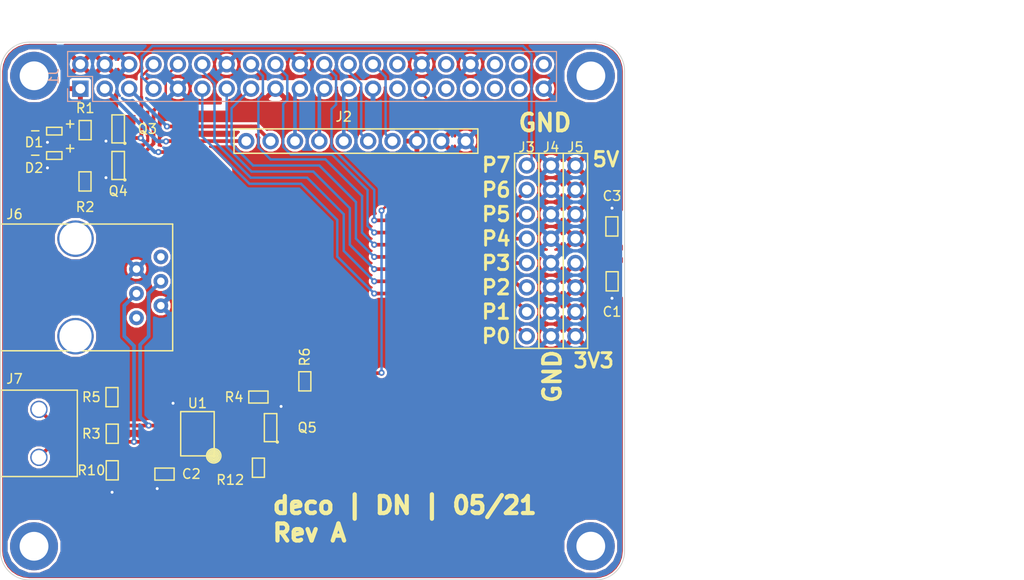
<source format=kicad_pcb>
(kicad_pcb (version 20171130) (host pcbnew "(5.1.10)-1")

  (general
    (thickness 1.6)
    (drawings 33)
    (tracks 242)
    (zones 0)
    (modules 28)
    (nets 42)
  )

  (page A4)
  (layers
    (0 F.Cu signal hide)
    (31 B.Cu signal hide)
    (32 B.Adhes user)
    (33 F.Adhes user)
    (34 B.Paste user)
    (35 F.Paste user)
    (36 B.SilkS user)
    (37 F.SilkS user)
    (38 B.Mask user)
    (39 F.Mask user hide)
    (40 Dwgs.User user)
    (41 Cmts.User user)
    (42 Eco1.User user)
    (43 Eco2.User user)
    (44 Edge.Cuts user)
    (45 Margin user)
    (46 B.CrtYd user)
    (47 F.CrtYd user)
    (48 B.Fab user)
    (49 F.Fab user)
  )

  (setup
    (last_trace_width 0.381)
    (user_trace_width 0.1778)
    (user_trace_width 0.254)
    (user_trace_width 0.381)
    (user_trace_width 0.508)
    (trace_clearance 0.254)
    (zone_clearance 0.2)
    (zone_45_only yes)
    (trace_min 0.15)
    (via_size 0.635)
    (via_drill 0.3048)
    (via_min_size 0.4)
    (via_min_drill 0.2)
    (user_via 0.4572 0.3048)
    (user_via 0.635 0.3048)
    (uvia_size 0.3)
    (uvia_drill 0.1)
    (uvias_allowed no)
    (uvia_min_size 0)
    (uvia_min_drill 0)
    (edge_width 0.15)
    (segment_width 0.15)
    (pcb_text_width 0.3)
    (pcb_text_size 1.5 1.5)
    (mod_edge_width 0.15)
    (mod_text_size 0.6 0.6)
    (mod_text_width 0.09)
    (pad_size 1.7 1.7)
    (pad_drill 1)
    (pad_to_mask_clearance 0.1)
    (aux_axis_origin 0 0)
    (visible_elements 7FFFFFFF)
    (pcbplotparams
      (layerselection 0x010fc_80000001)
      (usegerberextensions false)
      (usegerberattributes true)
      (usegerberadvancedattributes true)
      (creategerberjobfile true)
      (excludeedgelayer false)
      (linewidth 0.100000)
      (plotframeref false)
      (viasonmask false)
      (mode 1)
      (useauxorigin false)
      (hpglpennumber 1)
      (hpglpenspeed 20)
      (hpglpendiameter 15.000000)
      (psnegative false)
      (psa4output false)
      (plotreference true)
      (plotvalue false)
      (plotinvisibletext false)
      (padsonsilk true)
      (subtractmaskfromsilk false)
      (outputformat 1)
      (mirror false)
      (drillshape 0)
      (scaleselection 1)
      (outputdirectory "gerber/"))
  )

  (net 0 "")
  (net 1 GND)
  (net 2 /P3V3)
  (net 3 /P5V)
  (net 4 "Net-(D1-Pad1)")
  (net 5 "Net-(D2-Pad1)")
  (net 6 /SDA)
  (net 7 /SCL)
  (net 8 /P7)
  (net 9 /TXD)
  (net 10 /RXD)
  (net 11 /P0)
  (net 12 /P1)
  (net 13 /P2)
  (net 14 /P3)
  (net 15 /P4)
  (net 16 /P5)
  (net 17 /MOSI)
  (net 18 /MISO)
  (net 19 /P6)
  (net 20 /SCLK)
  (net 21 /CE0)
  (net 22 /CE1)
  (net 23 "Net-(J1-Pad27)")
  (net 24 "Net-(J1-Pad28)")
  (net 25 /TXD_2)
  (net 26 "Net-(J1-Pad31)")
  (net 27 "Net-(J1-Pad32)")
  (net 28 "Net-(J1-Pad33)")
  (net 29 "Net-(J1-Pad35)")
  (net 30 "Net-(J1-Pad36)")
  (net 31 "Net-(J1-Pad37)")
  (net 32 "Net-(J1-Pad38)")
  (net 33 "Net-(J1-Pad40)")
  (net 34 /B)
  (net 35 /A)
  (net 36 "Net-(Q5-Pad3)")
  (net 37 "Net-(Q5-Pad1)")
  (net 38 "Net-(H1-Pad1)")
  (net 39 "Net-(H2-Pad1)")
  (net 40 "Net-(H3-Pad1)")
  (net 41 "Net-(H4-Pad1)")

  (net_class Default "This is the default net class."
    (clearance 0.254)
    (trace_width 0.381)
    (via_dia 0.635)
    (via_drill 0.3048)
    (uvia_dia 0.3)
    (uvia_drill 0.1)
    (add_net /A)
    (add_net /B)
    (add_net /CE0)
    (add_net /CE1)
    (add_net /MISO)
    (add_net /MOSI)
    (add_net /P0)
    (add_net /P1)
    (add_net /P2)
    (add_net /P3)
    (add_net /P3V3)
    (add_net /P4)
    (add_net /P5)
    (add_net /P5V)
    (add_net /P6)
    (add_net /P7)
    (add_net /RXD)
    (add_net /SCL)
    (add_net /SCLK)
    (add_net /SDA)
    (add_net /TXD)
    (add_net /TXD_2)
    (add_net GND)
    (add_net "Net-(D1-Pad1)")
    (add_net "Net-(D2-Pad1)")
    (add_net "Net-(H1-Pad1)")
    (add_net "Net-(H2-Pad1)")
    (add_net "Net-(H3-Pad1)")
    (add_net "Net-(H4-Pad1)")
    (add_net "Net-(J1-Pad27)")
    (add_net "Net-(J1-Pad28)")
    (add_net "Net-(J1-Pad31)")
    (add_net "Net-(J1-Pad32)")
    (add_net "Net-(J1-Pad33)")
    (add_net "Net-(J1-Pad35)")
    (add_net "Net-(J1-Pad36)")
    (add_net "Net-(J1-Pad37)")
    (add_net "Net-(J1-Pad38)")
    (add_net "Net-(J1-Pad40)")
    (add_net "Net-(Q5-Pad1)")
    (add_net "Net-(Q5-Pad3)")
  )

  (module project_footprints:LED_0603 (layer F.Cu) (tedit 5BA015DB) (tstamp 5B3A48A8)
    (at 84.201 72.644 270)
    (path /5B35195F)
    (fp_text reference D2 (at 1.27 2.159 180) (layer F.SilkS)
      (effects (font (size 1 1) (thickness 0.15)))
    )
    (fp_text value LED (at 0.020426 0) (layer F.Fab)
      (effects (font (size 1 1) (thickness 0.15)))
    )
    (fp_line (start 0.379574 0.851836) (end 0.379574 -0.748164) (layer F.SilkS) (width 0.15))
    (fp_line (start -0.420426 0.851836) (end 0.379574 0.851836) (layer F.SilkS) (width 0.15))
    (fp_line (start -0.420426 -0.748164) (end -0.420426 0.851836) (layer F.SilkS) (width 0.15))
    (fp_line (start 0.379574 -0.748164) (end -0.420426 -0.748164) (layer F.SilkS) (width 0.15))
    (fp_text user + (at -0.762 -1.524 270) (layer F.SilkS)
      (effects (font (size 1 1) (thickness 0.15)))
    )
    (fp_text user - (at -0.127 2.032) (layer F.SilkS)
      (effects (font (size 1 1) (thickness 0.15)))
    )
    (pad 2 smd rect (at 0 0.825 270) (size 0.8 0.8) (layers F.Cu F.Paste F.Mask)
      (net 1 GND))
    (pad 1 smd rect (at 0 -0.825 270) (size 0.8 0.8) (layers F.Cu F.Paste F.Mask)
      (net 5 "Net-(D2-Pad1)"))
  )

  (module project_footprints:LED_0603 (layer F.Cu) (tedit 5BA015DB) (tstamp 5BA02009)
    (at 84.201 70.104 270)
    (path /5B350FD8)
    (fp_text reference D1 (at 1.143 2.159 180) (layer F.SilkS)
      (effects (font (size 1 1) (thickness 0.15)))
    )
    (fp_text value LED (at 0 0) (layer F.Fab)
      (effects (font (size 1 1) (thickness 0.15)))
    )
    (fp_line (start 0.379574 0.851836) (end 0.379574 -0.748164) (layer F.SilkS) (width 0.15))
    (fp_line (start -0.420426 0.851836) (end 0.379574 0.851836) (layer F.SilkS) (width 0.15))
    (fp_line (start -0.420426 -0.748164) (end -0.420426 0.851836) (layer F.SilkS) (width 0.15))
    (fp_line (start 0.379574 -0.748164) (end -0.420426 -0.748164) (layer F.SilkS) (width 0.15))
    (fp_text user + (at -0.762 -1.524 270) (layer F.SilkS)
      (effects (font (size 1 1) (thickness 0.15)))
    )
    (fp_text user - (at -0.127 2.032) (layer F.SilkS)
      (effects (font (size 1 1) (thickness 0.15)))
    )
    (pad 2 smd rect (at 0 0.825 270) (size 0.8 0.8) (layers F.Cu F.Paste F.Mask)
      (net 1 GND))
    (pad 1 smd rect (at 0 -0.825 270) (size 0.8 0.8) (layers F.Cu F.Paste F.Mask)
      (net 4 "Net-(D1-Pad1)"))
  )

  (module project_footprints:C_0805_HS (layer F.Cu) (tedit 5BA00708) (tstamp 5B3A489C)
    (at 142.24 80.01 90)
    (path /5B352171)
    (fp_text reference C3 (at 3.175 0) (layer F.SilkS)
      (effects (font (size 1 1) (thickness 0.15)))
    )
    (fp_text value 1uF (at 0 0 90) (layer F.Fab)
      (effects (font (size 1 1) (thickness 0.15)))
    )
    (fp_line (start -1 -0.6375) (end -1 0.6125) (layer F.SilkS) (width 0.15))
    (fp_line (start 1 -0.6375) (end -1 -0.6375) (layer F.SilkS) (width 0.15))
    (fp_line (start 1 0.6125) (end 1 -0.6375) (layer F.SilkS) (width 0.15))
    (fp_line (start -1 0.6125) (end 1 0.6125) (layer F.SilkS) (width 0.15))
    (pad 2 smd rect (at 0.925 0 90) (size 1 1.5) (layers F.Cu F.Paste F.Mask)
      (net 1 GND))
    (pad 1 smd rect (at -0.925 0 90) (size 1 1.5) (layers F.Cu F.Paste F.Mask)
      (net 3 /P5V))
  )

  (module project_footprints:C_0805_HS (layer F.Cu) (tedit 5BA00708) (tstamp 5B3A4896)
    (at 95.631 105.791 180)
    (path /5B351B21)
    (fp_text reference C2 (at -2.794 0 180) (layer F.SilkS)
      (effects (font (size 1 1) (thickness 0.15)))
    )
    (fp_text value 1uF (at 0 0 180) (layer F.Fab)
      (effects (font (size 1 1) (thickness 0.15)))
    )
    (fp_line (start -1 -0.6375) (end -1 0.6125) (layer F.SilkS) (width 0.15))
    (fp_line (start 1 -0.6375) (end -1 -0.6375) (layer F.SilkS) (width 0.15))
    (fp_line (start 1 0.6125) (end 1 -0.6375) (layer F.SilkS) (width 0.15))
    (fp_line (start -1 0.6125) (end 1 0.6125) (layer F.SilkS) (width 0.15))
    (pad 2 smd rect (at 0.925 0 180) (size 1 1.5) (layers F.Cu F.Paste F.Mask)
      (net 1 GND))
    (pad 1 smd rect (at -0.925 0 180) (size 1 1.5) (layers F.Cu F.Paste F.Mask)
      (net 2 /P3V3))
  )

  (module project_footprints:C_0805_HS (layer F.Cu) (tedit 5BA00708) (tstamp 5B3A4890)
    (at 142.24 85.725 270)
    (path /5B35237E)
    (fp_text reference C1 (at 3.175 0 180) (layer F.SilkS)
      (effects (font (size 1 1) (thickness 0.15)))
    )
    (fp_text value 1uF (at 0 0 270) (layer F.Fab)
      (effects (font (size 1 1) (thickness 0.15)))
    )
    (fp_line (start -1 -0.6375) (end -1 0.6125) (layer F.SilkS) (width 0.15))
    (fp_line (start 1 -0.6375) (end -1 -0.6375) (layer F.SilkS) (width 0.15))
    (fp_line (start 1 0.6125) (end 1 -0.6375) (layer F.SilkS) (width 0.15))
    (fp_line (start -1 0.6125) (end 1 0.6125) (layer F.SilkS) (width 0.15))
    (pad 2 smd rect (at 0.925 0 270) (size 1 1.5) (layers F.Cu F.Paste F.Mask)
      (net 1 GND))
    (pad 1 smd rect (at -0.925 0 270) (size 1 1.5) (layers F.Cu F.Paste F.Mask)
      (net 2 /P3V3))
  )

  (module project_footprints:R_805_HS (layer F.Cu) (tedit 5BA00419) (tstamp 5B3A493E)
    (at 90.17 105.41 270)
    (path /5B3537A2)
    (fp_text reference R10 (at 0 2.159 180) (layer F.SilkS)
      (effects (font (size 1 1) (thickness 0.15)))
    )
    (fp_text value 10k (at 0 0) (layer F.Fab)
      (effects (font (size 1 1) (thickness 0.15)))
    )
    (fp_line (start 1 0.6125) (end -1 0.6125) (layer F.SilkS) (width 0.15))
    (fp_line (start 1 -0.6375) (end 1 0.6125) (layer F.SilkS) (width 0.15))
    (fp_line (start -1 -0.6375) (end 1 -0.6375) (layer F.SilkS) (width 0.15))
    (fp_line (start -1 0.6125) (end -1 -0.6375) (layer F.SilkS) (width 0.15))
    (pad 2 smd rect (at 1.1 -0.0125 90) (size 1 1.5) (layers F.Cu F.Paste F.Mask)
      (net 1 GND))
    (pad 1 smd rect (at -1.1 -0.0125 90) (size 1 1.5) (layers F.Cu F.Paste F.Mask)
      (net 34 /B))
  )

  (module project_footprints:R_805_HS (layer F.Cu) (tedit 5BA00419) (tstamp 5B5883C3)
    (at 110.236 96.139 270)
    (path /5B588FFC)
    (fp_text reference R6 (at -2.54 0 90) (layer F.SilkS)
      (effects (font (size 1 1) (thickness 0.15)))
    )
    (fp_text value DNP (at 0 0 270) (layer F.Fab)
      (effects (font (size 1 1) (thickness 0.15)))
    )
    (fp_line (start 1 0.6125) (end -1 0.6125) (layer F.SilkS) (width 0.15))
    (fp_line (start 1 -0.6375) (end 1 0.6125) (layer F.SilkS) (width 0.15))
    (fp_line (start -1 -0.6375) (end 1 -0.6375) (layer F.SilkS) (width 0.15))
    (fp_line (start -1 0.6125) (end -1 -0.6375) (layer F.SilkS) (width 0.15))
    (pad 2 smd rect (at 1.1 -0.0125 90) (size 1 1.5) (layers F.Cu F.Paste F.Mask)
      (net 37 "Net-(Q5-Pad1)"))
    (pad 1 smd rect (at -1.1 -0.0125 90) (size 1 1.5) (layers F.Cu F.Paste F.Mask)
      (net 25 /TXD_2))
  )

  (module project_footprints:R_805_HS (layer F.Cu) (tedit 5BA00419) (tstamp 5B3A4944)
    (at 105.3975 105.1384 270)
    (path /5B35A7F1)
    (fp_text reference R12 (at 1.27 2.921 180) (layer F.SilkS)
      (effects (font (size 1 1) (thickness 0.15)))
    )
    (fp_text value 10k (at 0 0) (layer F.Fab)
      (effects (font (size 1 1) (thickness 0.15)))
    )
    (fp_line (start 1 0.6125) (end -1 0.6125) (layer F.SilkS) (width 0.15))
    (fp_line (start 1 -0.6375) (end 1 0.6125) (layer F.SilkS) (width 0.15))
    (fp_line (start -1 -0.6375) (end 1 -0.6375) (layer F.SilkS) (width 0.15))
    (fp_line (start -1 0.6125) (end -1 -0.6375) (layer F.SilkS) (width 0.15))
    (pad 2 smd rect (at 1.1 -0.0125 90) (size 1 1.5) (layers F.Cu F.Paste F.Mask)
      (net 2 /P3V3))
    (pad 1 smd rect (at -1.1 -0.0125 90) (size 1 1.5) (layers F.Cu F.Paste F.Mask)
      (net 36 "Net-(Q5-Pad3)"))
  )

  (module project_footprints:R_805_HS (layer F.Cu) (tedit 5BA00419) (tstamp 5B3A4938)
    (at 90.17 97.79 90)
    (path /5B35365E)
    (fp_text reference R5 (at 0 -2.159) (layer F.SilkS)
      (effects (font (size 1 1) (thickness 0.15)))
    )
    (fp_text value 10k (at 0 0 180) (layer F.Fab)
      (effects (font (size 1 1) (thickness 0.15)))
    )
    (fp_line (start 1 0.6125) (end -1 0.6125) (layer F.SilkS) (width 0.15))
    (fp_line (start 1 -0.6375) (end 1 0.6125) (layer F.SilkS) (width 0.15))
    (fp_line (start -1 -0.6375) (end 1 -0.6375) (layer F.SilkS) (width 0.15))
    (fp_line (start -1 0.6125) (end -1 -0.6375) (layer F.SilkS) (width 0.15))
    (pad 2 smd rect (at 1.1 -0.0125 270) (size 1 1.5) (layers F.Cu F.Paste F.Mask)
      (net 2 /P3V3))
    (pad 1 smd rect (at -1.1 -0.0125 270) (size 1 1.5) (layers F.Cu F.Paste F.Mask)
      (net 35 /A))
  )

  (module project_footprints:R_805_HS (layer F.Cu) (tedit 5BA00419) (tstamp 5B3A4932)
    (at 105.41 97.79)
    (path /5B35B3EC)
    (fp_text reference R4 (at -2.54 0 180) (layer F.SilkS)
      (effects (font (size 1 1) (thickness 0.15)))
    )
    (fp_text value 10k (at 0 0) (layer F.Fab)
      (effects (font (size 1 1) (thickness 0.15)))
    )
    (fp_line (start 1 0.6125) (end -1 0.6125) (layer F.SilkS) (width 0.15))
    (fp_line (start 1 -0.6375) (end 1 0.6125) (layer F.SilkS) (width 0.15))
    (fp_line (start -1 -0.6375) (end 1 -0.6375) (layer F.SilkS) (width 0.15))
    (fp_line (start -1 0.6125) (end -1 -0.6375) (layer F.SilkS) (width 0.15))
    (pad 2 smd rect (at 1.1 -0.0125 180) (size 1 1.5) (layers F.Cu F.Paste F.Mask)
      (net 37 "Net-(Q5-Pad1)"))
    (pad 1 smd rect (at -1.1 -0.0125 180) (size 1 1.5) (layers F.Cu F.Paste F.Mask)
      (net 9 /TXD))
  )

  (module project_footprints:R_805_HS (layer F.Cu) (tedit 5BA00419) (tstamp 5B3A492C)
    (at 90.17 101.6 270)
    (path /5B353580)
    (fp_text reference R3 (at 0 2.159 180) (layer F.SilkS)
      (effects (font (size 1 1) (thickness 0.15)))
    )
    (fp_text value DNP (at 0 0) (layer F.Fab)
      (effects (font (size 1 1) (thickness 0.15)))
    )
    (fp_line (start 1 0.6125) (end -1 0.6125) (layer F.SilkS) (width 0.15))
    (fp_line (start 1 -0.6375) (end 1 0.6125) (layer F.SilkS) (width 0.15))
    (fp_line (start -1 -0.6375) (end 1 -0.6375) (layer F.SilkS) (width 0.15))
    (fp_line (start -1 0.6125) (end -1 -0.6375) (layer F.SilkS) (width 0.15))
    (pad 2 smd rect (at 1.1 -0.0125 90) (size 1 1.5) (layers F.Cu F.Paste F.Mask)
      (net 34 /B))
    (pad 1 smd rect (at -1.1 -0.0125 90) (size 1 1.5) (layers F.Cu F.Paste F.Mask)
      (net 35 /A))
  )

  (module project_footprints:R_805_HS (layer F.Cu) (tedit 5BA00419) (tstamp 5B3A4926)
    (at 87.3631 75.3188 90)
    (path /5B351959)
    (fp_text reference R2 (at -2.667 0) (layer F.SilkS)
      (effects (font (size 1 1) (thickness 0.15)))
    )
    (fp_text value 510 (at 0 0 180) (layer F.Fab)
      (effects (font (size 1 1) (thickness 0.15)))
    )
    (fp_line (start 1 0.6125) (end -1 0.6125) (layer F.SilkS) (width 0.15))
    (fp_line (start 1 -0.6375) (end 1 0.6125) (layer F.SilkS) (width 0.15))
    (fp_line (start -1 -0.6375) (end 1 -0.6375) (layer F.SilkS) (width 0.15))
    (fp_line (start -1 0.6125) (end -1 -0.6375) (layer F.SilkS) (width 0.15))
    (pad 2 smd rect (at 1.1 -0.0125 270) (size 1 1.5) (layers F.Cu F.Paste F.Mask)
      (net 5 "Net-(D2-Pad1)"))
    (pad 1 smd rect (at -1.1 -0.0125 270) (size 1 1.5) (layers F.Cu F.Paste F.Mask)
      (net 2 /P3V3))
  )

  (module project_footprints:R_805_HS (layer F.Cu) (tedit 5BA00419) (tstamp 5B3A4920)
    (at 87.376 69.977 90)
    (path /5B350D69)
    (fp_text reference R1 (at 2.286 0) (layer F.SilkS)
      (effects (font (size 1 1) (thickness 0.15)))
    )
    (fp_text value 510 (at 0 0 180) (layer F.Fab)
      (effects (font (size 1 1) (thickness 0.15)))
    )
    (fp_line (start 1 0.6125) (end -1 0.6125) (layer F.SilkS) (width 0.15))
    (fp_line (start 1 -0.6375) (end 1 0.6125) (layer F.SilkS) (width 0.15))
    (fp_line (start -1 -0.6375) (end 1 -0.6375) (layer F.SilkS) (width 0.15))
    (fp_line (start -1 0.6125) (end -1 -0.6375) (layer F.SilkS) (width 0.15))
    (pad 2 smd rect (at 1.1 -0.0125 270) (size 1 1.5) (layers F.Cu F.Paste F.Mask)
      (net 4 "Net-(D1-Pad1)"))
    (pad 1 smd rect (at -1.1 -0.0125 270) (size 1 1.5) (layers F.Cu F.Paste F.Mask)
      (net 2 /P3V3))
  )

  (module project_footprints:10Pin_Header (layer F.Cu) (tedit 5B9FBFC9) (tstamp 5B3A48E2)
    (at 127 71.12 180)
    (path /5B354249)
    (fp_text reference J2 (at 12.7 2.54 180) (layer F.SilkS)
      (effects (font (size 1 1) (thickness 0.15)))
    )
    (fp_text value Header_10Pin (at 4.699 0 180) (layer F.Fab)
      (effects (font (size 1 1) (thickness 0.15)))
    )
    (fp_line (start 24.13 -1.27) (end -1.27 -1.27) (layer F.SilkS) (width 0.15))
    (fp_line (start 24.13 1.27) (end 24.13 -1.27) (layer F.SilkS) (width 0.15))
    (fp_line (start -1.27 1.27) (end 24.13 1.27) (layer F.SilkS) (width 0.15))
    (fp_line (start -1.27 -1.27) (end -1.27 1.27) (layer F.SilkS) (width 0.15))
    (pad 10 thru_hole circle (at 22.86 0 180) (size 1.7 1.7) (drill 1) (layers *.Cu *.Mask)
      (net 6 /SDA))
    (pad 9 thru_hole circle (at 20.32 0 180) (size 1.7 1.7) (drill 1) (layers *.Cu *.Mask)
      (net 7 /SCL))
    (pad 8 thru_hole circle (at 17.78 0 180) (size 1.7 1.7) (drill 1) (layers *.Cu *.Mask)
      (net 17 /MOSI))
    (pad 7 thru_hole circle (at 15.24 0 180) (size 1.7 1.7) (drill 1) (layers *.Cu *.Mask)
      (net 18 /MISO))
    (pad 6 thru_hole circle (at 12.7 0 180) (size 1.7 1.7) (drill 1) (layers *.Cu *.Mask)
      (net 20 /SCLK))
    (pad 5 thru_hole circle (at 10.16 0 180) (size 1.7 1.7) (drill 1) (layers *.Cu *.Mask)
      (net 21 /CE0))
    (pad 4 thru_hole circle (at 7.62 0 180) (size 1.7 1.7) (drill 1) (layers *.Cu *.Mask)
      (net 22 /CE1))
    (pad 3 thru_hole circle (at 5.08 0 225) (size 1.7 1.7) (drill 1) (layers *.Cu *.Mask)
      (net 2 /P3V3))
    (pad 2 thru_hole circle (at 2.54 0 180) (size 1.7 1.7) (drill 1) (layers *.Cu *.Mask)
      (net 3 /P5V))
    (pad 1 thru_hole circle (at 0 0 180) (size 1.7 1.7) (drill 1) (layers *.Cu *.Mask)
      (net 1 GND))
  )

  (module project_footprints:8Pin_Header locked (layer F.Cu) (tedit 5B9FBE98) (tstamp 5B9FB24D)
    (at 133.35941 91.44 90)
    (path /5B35591E)
    (fp_text reference J3 (at 19.685 -0.00941 180) (layer F.SilkS)
      (effects (font (size 1 1) (thickness 0.15)))
    )
    (fp_text value Header_8Pin (at 4.318 -0.00941 90) (layer F.Fab)
      (effects (font (size 1 1) (thickness 0.15)))
    )
    (fp_line (start 19.05 -1.27) (end -1.27 -1.27) (layer F.SilkS) (width 0.15))
    (fp_line (start 19.05 1.27) (end 19.05 -1.27) (layer F.SilkS) (width 0.15))
    (fp_line (start -1.27 1.27) (end 19.05 1.27) (layer F.SilkS) (width 0.15))
    (fp_line (start -1.27 -1.27) (end -1.27 1.27) (layer F.SilkS) (width 0.15))
    (pad 8 thru_hole circle (at 17.78 0 90) (size 1.7 1.7) (drill 1) (layers *.Cu *.Mask)
      (net 8 /P7))
    (pad 7 thru_hole circle (at 15.24 0 90) (size 1.7 1.7) (drill 1) (layers *.Cu *.Mask)
      (net 19 /P6))
    (pad 6 thru_hole circle (at 12.7 0 90) (size 1.7 1.7) (drill 1) (layers *.Cu *.Mask)
      (net 16 /P5))
    (pad 5 thru_hole circle (at 10.16 0 90) (size 1.7 1.7) (drill 1) (layers *.Cu *.Mask)
      (net 15 /P4))
    (pad 4 thru_hole circle (at 7.62 0 90) (size 1.7 1.7) (drill 1) (layers *.Cu *.Mask)
      (net 14 /P3))
    (pad 3 thru_hole circle (at 5.08 0 90) (size 1.7 1.7) (drill 1) (layers *.Cu *.Mask)
      (net 13 /P2))
    (pad 2 thru_hole circle (at 2.54 0 90) (size 1.7 1.7) (drill 1) (layers *.Cu *.Mask)
      (net 12 /P1))
    (pad 1 thru_hole circle (at 0 0 90) (size 1.7 1.7) (drill 1) (layers *.Cu *.Mask)
      (net 11 /P0))
  )

  (module project_footprints:8Pin_Header (layer F.Cu) (tedit 5B9FBE98) (tstamp 5B9FB299)
    (at 138.43 73.66 270)
    (path /5B355C2D)
    (fp_text reference J5 (at -1.905 0) (layer F.SilkS)
      (effects (font (size 1 1) (thickness 0.15)))
    )
    (fp_text value Header_8Pin (at 13.462 0 270) (layer F.Fab)
      (effects (font (size 1 1) (thickness 0.15)))
    )
    (fp_line (start 19.05 -1.27) (end -1.27 -1.27) (layer F.SilkS) (width 0.15))
    (fp_line (start 19.05 1.27) (end 19.05 -1.27) (layer F.SilkS) (width 0.15))
    (fp_line (start -1.27 1.27) (end 19.05 1.27) (layer F.SilkS) (width 0.15))
    (fp_line (start -1.27 -1.27) (end -1.27 1.27) (layer F.SilkS) (width 0.15))
    (pad 8 thru_hole circle (at 17.78 0 270) (size 1.7 1.7) (drill 1) (layers *.Cu *.Mask)
      (net 2 /P3V3))
    (pad 7 thru_hole circle (at 15.24 0 270) (size 1.7 1.7) (drill 1) (layers *.Cu *.Mask)
      (net 2 /P3V3))
    (pad 6 thru_hole circle (at 12.7 0 270) (size 1.7 1.7) (drill 1) (layers *.Cu *.Mask)
      (net 2 /P3V3))
    (pad 5 thru_hole circle (at 10.16 0 270) (size 1.7 1.7) (drill 1) (layers *.Cu *.Mask)
      (net 2 /P3V3))
    (pad 4 thru_hole circle (at 7.62 0 270) (size 1.7 1.7) (drill 1) (layers *.Cu *.Mask)
      (net 3 /P5V))
    (pad 3 thru_hole circle (at 5.08 0 270) (size 1.7 1.7) (drill 1) (layers *.Cu *.Mask)
      (net 3 /P5V))
    (pad 2 thru_hole circle (at 2.54 0 270) (size 1.7 1.7) (drill 1) (layers *.Cu *.Mask)
      (net 3 /P5V))
    (pad 1 thru_hole circle (at 0 0 270) (size 1.7 1.7) (drill 1) (layers *.Cu *.Mask)
      (net 3 /P5V))
  )

  (module project_footprints:8Pin_Header (layer F.Cu) (tedit 5B9FBE98) (tstamp 5B9FB1F1)
    (at 135.89 91.44 90)
    (path /5B355B97)
    (fp_text reference J4 (at 19.685 0 180) (layer F.SilkS)
      (effects (font (size 1 1) (thickness 0.15)))
    )
    (fp_text value Header_8Pin (at 4.318 0 90) (layer F.Fab)
      (effects (font (size 1 1) (thickness 0.15)))
    )
    (fp_line (start 19.05 -1.27) (end -1.27 -1.27) (layer F.SilkS) (width 0.15))
    (fp_line (start 19.05 1.27) (end 19.05 -1.27) (layer F.SilkS) (width 0.15))
    (fp_line (start -1.27 1.27) (end 19.05 1.27) (layer F.SilkS) (width 0.15))
    (fp_line (start -1.27 -1.27) (end -1.27 1.27) (layer F.SilkS) (width 0.15))
    (pad 8 thru_hole circle (at 17.78 0 90) (size 1.7 1.7) (drill 1) (layers *.Cu *.Mask)
      (net 1 GND))
    (pad 7 thru_hole circle (at 15.24 0 90) (size 1.7 1.7) (drill 1) (layers *.Cu *.Mask)
      (net 1 GND))
    (pad 6 thru_hole circle (at 12.7 0 90) (size 1.7 1.7) (drill 1) (layers *.Cu *.Mask)
      (net 1 GND))
    (pad 5 thru_hole circle (at 10.16 0 90) (size 1.7 1.7) (drill 1) (layers *.Cu *.Mask)
      (net 1 GND))
    (pad 4 thru_hole circle (at 7.62 0 90) (size 1.7 1.7) (drill 1) (layers *.Cu *.Mask)
      (net 1 GND))
    (pad 3 thru_hole circle (at 5.08 0 90) (size 1.7 1.7) (drill 1) (layers *.Cu *.Mask)
      (net 1 GND))
    (pad 2 thru_hole circle (at 2.54 0 90) (size 1.7 1.7) (drill 1) (layers *.Cu *.Mask)
      (net 1 GND))
    (pad 1 thru_hole circle (at 0 0 90) (size 1.7 1.7) (drill 1) (layers *.Cu *.Mask)
      (net 1 GND))
  )

  (module project_footprints:SO-8 (layer F.Cu) (tedit 5B3B7651) (tstamp 5B3B7C74)
    (at 99.06 101.6 90)
    (path /5B358488)
    (fp_text reference U1 (at 3.175 0 180) (layer F.SilkS)
      (effects (font (size 1 1) (thickness 0.15)))
    )
    (fp_text value MAX481 (at 0 0 180) (layer F.Fab)
      (effects (font (size 1 1) (thickness 0.15)))
    )
    (fp_line (start -2.306 1.745) (end 2.306 1.745) (layer F.SilkS) (width 0.15))
    (fp_line (start 2.306 1.745) (end 2.306 -1.745) (layer F.SilkS) (width 0.15))
    (fp_line (start -2.306 -1.745) (end 2.306 -1.745) (layer F.SilkS) (width 0.15))
    (fp_line (start -2.306 1.745) (end -2.306 -1.745) (layer F.SilkS) (width 0.15))
    (fp_circle (center -2.3 1.7) (end -2.37 1.86) (layer F.SilkS) (width 0.15))
    (fp_circle (center -2.3 1.7) (end -2.34 1.71) (layer F.SilkS) (width 0.15))
    (fp_circle (center -2.3 1.7) (end -2.54 1.91) (layer F.SilkS) (width 0.15))
    (fp_circle (center -2.3 1.7) (end -2.31 2.16) (layer F.SilkS) (width 0.15))
    (fp_circle (center -2.3 1.7) (end -2.9 1.7) (layer F.SilkS) (width 0.15))
    (fp_circle (center -2.3 1.7) (end -3.05 1.7) (layer F.SilkS) (width 0.15))
    (pad 1 smd rect (at -1.905 2.4975 90) (size 0.802 1.505) (layers F.Cu F.Paste F.Mask)
      (net 10 /RXD))
    (pad 2 smd rect (at -0.635 2.4975 90) (size 0.802 1.505) (layers F.Cu F.Paste F.Mask)
      (net 36 "Net-(Q5-Pad3)"))
    (pad 3 smd rect (at 0.635 2.4975 90) (size 0.802 1.505) (layers F.Cu F.Paste F.Mask)
      (net 36 "Net-(Q5-Pad3)"))
    (pad 4 smd rect (at 1.905 2.4975 90) (size 0.802 1.505) (layers F.Cu F.Paste F.Mask)
      (net 9 /TXD))
    (pad 5 smd rect (at 1.905 -2.4975 90) (size 0.802 1.505) (layers F.Cu F.Paste F.Mask)
      (net 1 GND))
    (pad 6 smd rect (at 0.635 -2.4975 90) (size 0.802 1.505) (layers F.Cu F.Paste F.Mask)
      (net 35 /A))
    (pad 7 smd rect (at -0.635 -2.4975 90) (size 0.802 1.505) (layers F.Cu F.Paste F.Mask)
      (net 34 /B))
    (pad 8 smd rect (at -1.905 -2.4975 90) (size 0.802 1.505) (layers F.Cu F.Paste F.Mask)
      (net 2 /P3V3))
  )

  (module project_footprints:MH_plated locked (layer F.Cu) (tedit 5B58863F) (tstamp 5B55FE08)
    (at 82.046356 64.317611)
    (path /5BA047A7)
    (fp_text reference H1 (at 0 0) (layer F.SilkS)
      (effects (font (size 1 1) (thickness 0.15)))
    )
    (fp_text value 3mm_Mounting_Hole (at 6.218644 -0.182611) (layer F.Fab)
      (effects (font (size 1 1) (thickness 0.15)))
    )
    (pad 1 thru_hole circle (at 0 0) (size 5 5) (drill 3) (layers *.Cu *.Mask)
      (net 38 "Net-(H1-Pad1)"))
  )

  (module project_footprints:MH_plated locked (layer F.Cu) (tedit 5B58863F) (tstamp 58E3B086)
    (at 140.04 64.33)
    (path /5BA0B839)
    (fp_text reference H2 (at 0 0) (layer F.SilkS)
      (effects (font (size 1 1) (thickness 0.15)))
    )
    (fp_text value 3mm_Mounting_Hole (at -7.325 -0.195) (layer F.Fab)
      (effects (font (size 1 1) (thickness 0.15)))
    )
    (pad 1 thru_hole circle (at 0 0) (size 5 5) (drill 3) (layers *.Cu *.Mask)
      (net 39 "Net-(H2-Pad1)"))
  )

  (module project_footprints:MH_plated locked (layer F.Cu) (tedit 5B58863F) (tstamp 58E3B08A)
    (at 82.04 113.32)
    (path /5BA0B72D)
    (fp_text reference H3 (at 0 0) (layer F.SilkS)
      (effects (font (size 1 1) (thickness 0.15)))
    )
    (fp_text value 3mm_Mounting_Hole (at 7.495 -0.29) (layer F.Fab)
      (effects (font (size 1 1) (thickness 0.15)))
    )
    (pad 1 thru_hole circle (at 0 0) (size 5 5) (drill 3) (layers *.Cu *.Mask)
      (net 40 "Net-(H3-Pad1)"))
  )

  (module project_footprints:MH_plated locked (layer F.Cu) (tedit 5B58863F) (tstamp 58E3B08E)
    (at 140.03 113.31)
    (path /5BA0B7BB)
    (fp_text reference H4 (at 0 0) (layer F.SilkS)
      (effects (font (size 1 1) (thickness 0.15)))
    )
    (fp_text value 3mm_Mounting_Hole (at -7.315 -0.28) (layer F.Fab)
      (effects (font (size 1 1) (thickness 0.15)))
    )
    (pad 1 thru_hole circle (at 0 0) (size 5 5) (drill 3) (layers *.Cu *.Mask)
      (net 41 "Net-(H4-Pad1)"))
  )

  (module project_footprints:277-1667-ND (layer F.Cu) (tedit 5B3B8093) (tstamp 5B3B8BE0)
    (at 78.55 97.06 270)
    (path /5B3B7E7F)
    (fp_text reference J7 (at -1.175 -1.46) (layer F.SilkS)
      (effects (font (size 1 1) (thickness 0.15)))
    )
    (fp_text value 2Screw_Term (at 4.8 -8.8 270) (layer F.Fab)
      (effects (font (size 1 1) (thickness 0.15)))
    )
    (fp_line (start 0 0) (end 9 0) (layer F.SilkS) (width 0.15))
    (fp_line (start 9 0) (end 9 -8) (layer F.SilkS) (width 0.15))
    (fp_line (start 0 -8) (end 9 -8) (layer F.SilkS) (width 0.15))
    (fp_line (start 0 0) (end 0 -8) (layer F.SilkS) (width 0.15))
    (pad 2 thru_hole circle (at 7 -4 270) (size 1.8 1.8) (drill 1.5) (layers *.Cu *.Mask)
      (net 34 /B))
    (pad 1 thru_hole circle (at 2 -4 270) (size 1.8 1.8) (drill 1.5) (layers *.Cu *.Mask)
      (net 35 /A))
  )

  (module project_footprints:2N7002 (layer F.Cu) (tedit 5B3A3CDC) (tstamp 5B3A491A)
    (at 106.68 100.965 90)
    (path /5B35A420)
    (fp_text reference Q5 (at 0 3.81 180) (layer F.SilkS)
      (effects (font (size 1 1) (thickness 0.15)))
    )
    (fp_text value BSS123 (at 0 0 180) (layer F.Fab)
      (effects (font (size 1 1) (thickness 0.15)))
    )
    (fp_line (start 1.46 -0.65) (end 1.46 0.65) (layer F.SilkS) (width 0.15))
    (fp_line (start 1.46 0.65) (end -1.46 0.65) (layer F.SilkS) (width 0.15))
    (fp_line (start -1.46 0.65) (end -1.46 -0.65) (layer F.SilkS) (width 0.15))
    (fp_line (start -1.46 -0.65) (end 1.46 -0.65) (layer F.SilkS) (width 0.15))
    (fp_circle (center -1.5 0.7) (end -1.6 0.7) (layer F.SilkS) (width 0.15))
    (pad 1 smd rect (at -0.95 1.1 90) (size 1 1.4) (layers F.Cu F.Paste F.Mask)
      (net 37 "Net-(Q5-Pad1)"))
    (pad 2 smd rect (at 0.95 1.1 90) (size 1 1.4) (layers F.Cu F.Paste F.Mask)
      (net 1 GND))
    (pad 3 smd rect (at 0 -1.1 90) (size 1 1.4) (layers F.Cu F.Paste F.Mask)
      (net 36 "Net-(Q5-Pad3)"))
  )

  (module project_footprints:2N7002 (layer F.Cu) (tedit 5B3A3CDC) (tstamp 5B3A4914)
    (at 90.805 73.66 90)
    (path /5B351953)
    (fp_text reference Q4 (at -2.667 0) (layer F.SilkS)
      (effects (font (size 1 1) (thickness 0.15)))
    )
    (fp_text value 2N7002 (at 0 1.27 180) (layer F.Fab)
      (effects (font (size 1 1) (thickness 0.15)))
    )
    (fp_line (start 1.46 -0.65) (end 1.46 0.65) (layer F.SilkS) (width 0.15))
    (fp_line (start 1.46 0.65) (end -1.46 0.65) (layer F.SilkS) (width 0.15))
    (fp_line (start -1.46 0.65) (end -1.46 -0.65) (layer F.SilkS) (width 0.15))
    (fp_line (start -1.46 -0.65) (end 1.46 -0.65) (layer F.SilkS) (width 0.15))
    (fp_circle (center -1.5 0.7) (end -1.6 0.7) (layer F.SilkS) (width 0.15))
    (pad 1 smd rect (at -0.95 1.1 90) (size 1 1.4) (layers F.Cu F.Paste F.Mask)
      (net 10 /RXD))
    (pad 2 smd rect (at 0.95 1.1 90) (size 1 1.4) (layers F.Cu F.Paste F.Mask)
      (net 5 "Net-(D2-Pad1)"))
    (pad 3 smd rect (at 0 -1.1 90) (size 1 1.4) (layers F.Cu F.Paste F.Mask)
      (net 1 GND))
  )

  (module project_footprints:2N7002 (layer F.Cu) (tedit 5B3A3CDC) (tstamp 5B3A490D)
    (at 90.805 69.85 90)
    (path /5B350C1E)
    (fp_text reference Q3 (at 0 3.048 180) (layer F.SilkS)
      (effects (font (size 1 1) (thickness 0.15)))
    )
    (fp_text value 2N7002 (at 0 1.27 180) (layer F.Fab)
      (effects (font (size 1 1) (thickness 0.15)))
    )
    (fp_line (start 1.46 -0.65) (end 1.46 0.65) (layer F.SilkS) (width 0.15))
    (fp_line (start 1.46 0.65) (end -1.46 0.65) (layer F.SilkS) (width 0.15))
    (fp_line (start -1.46 0.65) (end -1.46 -0.65) (layer F.SilkS) (width 0.15))
    (fp_line (start -1.46 -0.65) (end 1.46 -0.65) (layer F.SilkS) (width 0.15))
    (fp_circle (center -1.5 0.7) (end -1.6 0.7) (layer F.SilkS) (width 0.15))
    (pad 1 smd rect (at -0.95 1.1 90) (size 1 1.4) (layers F.Cu F.Paste F.Mask)
      (net 9 /TXD))
    (pad 2 smd rect (at 0.95 1.1 90) (size 1 1.4) (layers F.Cu F.Paste F.Mask)
      (net 4 "Net-(D1-Pad1)"))
    (pad 3 smd rect (at 0 -1.1 90) (size 1 1.4) (layers F.Cu F.Paste F.Mask)
      (net 1 GND))
  )

  (module project_footprints:Connector_PinSocket_2.54mm locked (layer B.Cu) (tedit 5B64A8B0) (tstamp 5B3A48D4)
    (at 86.868 65.659 270)
    (descr "Through hole straight socket strip, 2x20, 2.54mm pitch, double cols (from Kicad 4.0.7), script generated")
    (tags "Through hole socket strip THT 2x20 2.54mm double row")
    (path /5B3A2FF6)
    (fp_text reference J1 (at -1.27 2.77 270) (layer B.SilkS)
      (effects (font (size 1 1) (thickness 0.15)) (justify mirror))
    )
    (fp_text value raspberrypi_hat:OX40HAT (at -1.27 -51.03 270) (layer B.Fab)
      (effects (font (size 0.6 0.6) (thickness 0.09)) (justify mirror))
    )
    (fp_line (start -4.34 -50) (end -4.34 1.8) (layer B.CrtYd) (width 0.05))
    (fp_line (start 1.76 -50) (end -4.34 -50) (layer B.CrtYd) (width 0.05))
    (fp_line (start 1.76 1.8) (end 1.76 -50) (layer B.CrtYd) (width 0.05))
    (fp_line (start -4.34 1.8) (end 1.76 1.8) (layer B.CrtYd) (width 0.05))
    (fp_line (start 0 1.33) (end 1.33 1.33) (layer B.SilkS) (width 0.12))
    (fp_line (start 1.33 1.33) (end 1.33 0) (layer B.SilkS) (width 0.12))
    (fp_line (start -1.27 1.33) (end -1.27 -1.27) (layer B.SilkS) (width 0.12))
    (fp_line (start -1.27 -1.27) (end 1.33 -1.27) (layer B.SilkS) (width 0.12))
    (fp_line (start 1.33 -1.27) (end 1.33 -49.59) (layer B.SilkS) (width 0.12))
    (fp_line (start -3.87 -49.59) (end 1.33 -49.59) (layer B.SilkS) (width 0.12))
    (fp_line (start -3.87 1.33) (end -3.87 -49.59) (layer B.SilkS) (width 0.12))
    (fp_line (start -3.87 1.33) (end -1.27 1.33) (layer B.SilkS) (width 0.12))
    (fp_line (start -3.81 -49.53) (end -3.81 1.27) (layer B.Fab) (width 0.1))
    (fp_line (start 1.27 -49.53) (end -3.81 -49.53) (layer B.Fab) (width 0.1))
    (fp_line (start 1.27 0.27) (end 1.27 -49.53) (layer B.Fab) (width 0.1))
    (fp_line (start 0.27 1.27) (end 1.27 0.27) (layer B.Fab) (width 0.1))
    (fp_line (start -3.81 1.27) (end 0.27 1.27) (layer B.Fab) (width 0.1))
    (fp_text user %R (at -1.27 -24.13 180) (layer B.Fab)
      (effects (font (size 1 1) (thickness 0.15)) (justify mirror))
    )
    (pad 1 thru_hole rect (at 0 0 270) (size 1.7 1.7) (drill 1) (layers *.Cu *.Mask)
      (net 2 /P3V3))
    (pad 2 thru_hole oval (at -2.54 0 225) (size 1.7 1.7) (drill 1) (layers *.Cu *.Mask)
      (net 3 /P5V))
    (pad 3 thru_hole oval (at 0 -2.54 270) (size 1.7 1.7) (drill 1) (layers *.Cu *.Mask)
      (net 6 /SDA))
    (pad 4 thru_hole oval (at -2.54 -2.54 315) (size 1.7 1.7) (drill 1) (layers *.Cu *.Mask)
      (net 3 /P5V))
    (pad 5 thru_hole oval (at 0 -5.08 270) (size 1.7 1.7) (drill 1) (layers *.Cu *.Mask)
      (net 7 /SCL))
    (pad 6 thru_hole oval (at -2.54 -5.08 225) (size 1.7 1.7) (drill 1) (layers *.Cu *.Mask)
      (net 1 GND))
    (pad 7 thru_hole oval (at 0 -7.62 270) (size 1.7 1.7) (drill 1) (layers *.Cu *.Mask)
      (net 8 /P7))
    (pad 8 thru_hole oval (at -2.54 -7.62 270) (size 1.7 1.7) (drill 1) (layers *.Cu *.Mask)
      (net 9 /TXD))
    (pad 9 thru_hole oval (at 0 -10.16 225) (size 1.7 1.7) (drill 1) (layers *.Cu *.Mask)
      (net 1 GND))
    (pad 10 thru_hole oval (at -2.54 -10.16 270) (size 1.7 1.7) (drill 1) (layers *.Cu *.Mask)
      (net 10 /RXD))
    (pad 11 thru_hole oval (at 0 -12.7 270) (size 1.7 1.7) (drill 1) (layers *.Cu *.Mask)
      (net 11 /P0))
    (pad 12 thru_hole oval (at -2.54 -12.7 270) (size 1.7 1.7) (drill 1) (layers *.Cu *.Mask)
      (net 12 /P1))
    (pad 13 thru_hole oval (at 0 -15.24 270) (size 1.7 1.7) (drill 1) (layers *.Cu *.Mask)
      (net 13 /P2))
    (pad 14 thru_hole oval (at -2.54 -15.24 225) (size 1.7 1.7) (drill 1) (layers *.Cu *.Mask)
      (net 1 GND))
    (pad 15 thru_hole oval (at 0 -17.78 270) (size 1.7 1.7) (drill 1) (layers *.Cu *.Mask)
      (net 14 /P3))
    (pad 16 thru_hole oval (at -2.54 -17.78 270) (size 1.7 1.7) (drill 1) (layers *.Cu *.Mask)
      (net 15 /P4))
    (pad 17 thru_hole oval (at 0 -20.32 315) (size 1.7 1.7) (drill 1) (layers *.Cu *.Mask)
      (net 2 /P3V3))
    (pad 18 thru_hole oval (at -2.54 -20.32 270) (size 1.7 1.7) (drill 1) (layers *.Cu *.Mask)
      (net 16 /P5))
    (pad 19 thru_hole oval (at 0 -22.86 270) (size 1.7 1.7) (drill 1) (layers *.Cu *.Mask)
      (net 17 /MOSI))
    (pad 20 thru_hole oval (at -2.54 -22.86 225) (size 1.7 1.7) (drill 1) (layers *.Cu *.Mask)
      (net 1 GND))
    (pad 21 thru_hole oval (at 0 -25.4 270) (size 1.7 1.7) (drill 1) (layers *.Cu *.Mask)
      (net 18 /MISO))
    (pad 22 thru_hole oval (at -2.54 -25.4 270) (size 1.7 1.7) (drill 1) (layers *.Cu *.Mask)
      (net 19 /P6))
    (pad 23 thru_hole oval (at 0 -27.94 270) (size 1.7 1.7) (drill 1) (layers *.Cu *.Mask)
      (net 20 /SCLK))
    (pad 24 thru_hole oval (at -2.54 -27.94 270) (size 1.7 1.7) (drill 1) (layers *.Cu *.Mask)
      (net 21 /CE0))
    (pad 25 thru_hole oval (at 0 -30.48 270) (size 1.7 1.7) (drill 1) (layers *.Cu *.Mask)
      (net 1 GND))
    (pad 26 thru_hole oval (at -2.54 -30.48 270) (size 1.7 1.7) (drill 1) (layers *.Cu *.Mask)
      (net 22 /CE1))
    (pad 27 thru_hole oval (at 0 -33.02 270) (size 1.7 1.7) (drill 1) (layers *.Cu *.Mask)
      (net 23 "Net-(J1-Pad27)"))
    (pad 28 thru_hole oval (at -2.54 -33.02 270) (size 1.7 1.7) (drill 1) (layers *.Cu *.Mask)
      (net 24 "Net-(J1-Pad28)"))
    (pad 29 thru_hole oval (at 0 -35.56 270) (size 1.7 1.7) (drill 1) (layers *.Cu *.Mask)
      (net 25 /TXD_2))
    (pad 30 thru_hole oval (at -2.54 -35.56 225) (size 1.7 1.7) (drill 1) (layers *.Cu *.Mask)
      (net 1 GND))
    (pad 31 thru_hole oval (at 0 -38.1 270) (size 1.7 1.7) (drill 1) (layers *.Cu *.Mask)
      (net 26 "Net-(J1-Pad31)"))
    (pad 32 thru_hole oval (at -2.54 -38.1 270) (size 1.7 1.7) (drill 1) (layers *.Cu *.Mask)
      (net 27 "Net-(J1-Pad32)"))
    (pad 33 thru_hole oval (at 0 -40.64 270) (size 1.7 1.7) (drill 1) (layers *.Cu *.Mask)
      (net 28 "Net-(J1-Pad33)"))
    (pad 34 thru_hole oval (at -2.54 -40.64 225) (size 1.7 1.7) (drill 1) (layers *.Cu *.Mask)
      (net 1 GND))
    (pad 35 thru_hole oval (at 0 -43.18 270) (size 1.7 1.7) (drill 1) (layers *.Cu *.Mask)
      (net 29 "Net-(J1-Pad35)"))
    (pad 36 thru_hole oval (at -2.54 -43.18 270) (size 1.7 1.7) (drill 1) (layers *.Cu *.Mask)
      (net 30 "Net-(J1-Pad36)"))
    (pad 37 thru_hole oval (at 0 -45.72 270) (size 1.7 1.7) (drill 1) (layers *.Cu *.Mask)
      (net 31 "Net-(J1-Pad37)"))
    (pad 38 thru_hole oval (at -2.54 -45.72 270) (size 1.7 1.7) (drill 1) (layers *.Cu *.Mask)
      (net 32 "Net-(J1-Pad38)"))
    (pad 39 thru_hole oval (at 0 -48.26 225) (size 1.7 1.7) (drill 1) (layers *.Cu *.Mask)
      (net 1 GND))
    (pad 40 thru_hole oval (at -2.54 -48.26 270) (size 1.7 1.7) (drill 1) (layers *.Cu *.Mask)
      (net 33 "Net-(J1-Pad40)"))
    (model ${KISYS3DMOD}/Connector_PinSocket_2.54mm.3dshapes/PinSocket_2x20_P2.54mm_Vertical.wrl
      (at (xyz 0 0 0))
      (scale (xyz 1 1 1))
      (rotate (xyz 0 0 0))
    )
  )

  (module components:609-5080-ND (layer F.Cu) (tedit 5B6496EC) (tstamp 5B3B8BD6)
    (at 86.36 86.36 270)
    (path /5B358AA0)
    (fp_text reference J6 (at -7.62 6.35) (layer F.SilkS)
      (effects (font (size 1 1) (thickness 0.15)))
    )
    (fp_text value RJ14 (at 0 0 270) (layer F.Fab)
      (effects (font (size 1 1) (thickness 0.15)))
    )
    (fp_line (start -6.6 -10.12) (end -6.6 7.88) (layer F.SilkS) (width 0.15))
    (fp_line (start -6.6 -10.12) (end 6.6 -10.12) (layer F.SilkS) (width 0.15))
    (fp_line (start 6.6 -10.12) (end 6.6 7.88) (layer F.SilkS) (width 0.15))
    (fp_line (start -6.6 7.88) (end 6.6 7.88) (layer F.SilkS) (width 0.15))
    (pad 6 thru_hole circle (at 3.17 -6.35 270) (size 1.524 1.524) (drill 0.78) (layers *.Cu *.Mask))
    (pad MECH thru_hole circle (at -5.08 0 270) (size 3.8 3.8) (drill 3.35) (layers *.Cu *.Mask))
    (pad MECH thru_hole circle (at 5.08 0 270) (size 3.8 3.8) (drill 3.35) (layers *.Cu *.Mask))
    (pad 4 thru_hole circle (at 0.63 -6.35 270) (size 1.524 1.524) (drill 0.78) (layers *.Cu *.Mask)
      (net 34 /B))
    (pad 2 thru_hole circle (at -1.91 -6.35 270) (size 1.524 1.524) (drill 0.78) (layers *.Cu *.Mask)
      (net 1 GND))
    (pad 5 thru_hole circle (at 1.9 -8.89 270) (size 1.524 1.524) (drill 0.78) (layers *.Cu *.Mask)
      (net 1 GND))
    (pad 3 thru_hole circle (at -0.64 -8.89 270) (size 1.524 1.524) (drill 0.78) (layers *.Cu *.Mask)
      (net 35 /A))
    (pad 1 thru_hole circle (at -3.18 -8.89 270) (size 1.524 1.524) (drill 0.78) (layers *.Cu *.Mask))
  )

  (gr_text P0 (at 130.175 91.44) (layer F.SilkS) (tstamp 5B648B19)
    (effects (font (size 1.5 1.5) (thickness 0.3)))
  )
  (gr_text P1 (at 130.175 88.9) (layer F.SilkS) (tstamp 5B648B18)
    (effects (font (size 1.5 1.5) (thickness 0.3)))
  )
  (gr_text P2 (at 130.175 86.36) (layer F.SilkS) (tstamp 5B648B17)
    (effects (font (size 1.5 1.5) (thickness 0.3)))
  )
  (gr_text P3 (at 130.175 83.82) (layer F.SilkS) (tstamp 5B648B16)
    (effects (font (size 1.5 1.5) (thickness 0.3)))
  )
  (gr_text P4 (at 130.18441 81.28) (layer F.SilkS) (tstamp 5B648B15)
    (effects (font (size 1.5 1.5) (thickness 0.3)))
  )
  (gr_text P5 (at 130.18441 78.74) (layer F.SilkS) (tstamp 5B648B14)
    (effects (font (size 1.5 1.5) (thickness 0.3)))
  )
  (gr_text P6 (at 130.18441 76.2) (layer F.SilkS) (tstamp 5B648B13)
    (effects (font (size 1.5 1.5) (thickness 0.3)))
  )
  (gr_text "deco | DN | 05/21\nRev A" (at 106.68 110.49) (layer F.SilkS)
    (effects (font (size 1.778 1.778) (thickness 0.4445)) (justify left))
  )
  (gr_text P7 (at 130.18441 73.60965) (layer F.SilkS)
    (effects (font (size 1.5 1.5) (thickness 0.3)))
  )
  (gr_text 5V (at 141.605 73.025) (layer F.SilkS)
    (effects (font (size 1.5 1.5) (thickness 0.3)))
  )
  (gr_text 3V3 (at 140.335 93.98) (layer F.SilkS)
    (effects (font (size 1.5 1.5) (thickness 0.3)))
  )
  (gr_text GND (at 136.017 95.631 90) (layer F.SilkS) (tstamp 5B44CBBF)
    (effects (font (size 1.778 1.778) (thickness 0.381)))
  )
  (gr_text GND (at 135.255 69.215) (layer F.SilkS)
    (effects (font (size 1.778 1.778) (thickness 0.381)))
  )
  (gr_text "deco | DN | 05/21 \n\nP/N PiHat Rev A\n\n2 Layers FR-4\n0.063 in finished thickness\n1 oz copper\nSoldermask both sides (green)\nSilkscreen front side (white)\n" (at 149.2758 67.4878) (layer Cmts.User)
    (effects (font (size 1.5 1.5) (thickness 0.3)) (justify left))
  )
  (gr_line (start 78.546356 63.817611) (end 78.546356 113.817611) (layer Edge.Cuts) (width 0.1))
  (gr_arc (start 81.546356 63.817611) (end 81.546356 60.817611) (angle -90) (layer Edge.Cuts) (width 0.1))
  (gr_line (start 140.546356 60.817611) (end 81.546356 60.817611) (layer Edge.Cuts) (width 0.1))
  (gr_arc (start 140.546356 63.817611) (end 143.546356 63.817611) (angle -90) (layer Edge.Cuts) (width 0.1))
  (gr_line (start 143.546356 113.817611) (end 143.546356 63.817611) (layer Edge.Cuts) (width 0.1))
  (gr_circle (center 135.176356 63.047611) (end 135.676356 63.047611) (layer Dwgs.User) (width 0.1))
  (gr_circle (center 132.636356 63.047611) (end 133.136356 63.047611) (layer Dwgs.User) (width 0.1))
  (gr_circle (center 130.096356 63.047611) (end 130.596356 63.047611) (layer Dwgs.User) (width 0.1))
  (gr_circle (center 127.556356 63.047611) (end 128.056356 63.047611) (layer Dwgs.User) (width 0.1))
  (gr_circle (center 135.176356 65.587611) (end 135.676356 65.587611) (layer Dwgs.User) (width 0.1))
  (gr_circle (center 132.636356 65.587611) (end 133.136356 65.587611) (layer Dwgs.User) (width 0.1))
  (gr_circle (center 130.096356 65.587611) (end 130.596356 65.587611) (layer Dwgs.User) (width 0.1))
  (gr_circle (center 127.556356 65.587611) (end 128.056356 65.587611) (layer Dwgs.User) (width 0.1))
  (gr_circle (center 140.046356 113.317611) (end 141.421356 113.317611) (layer Dwgs.User) (width 0.1))
  (gr_circle (center 140.046356 64.317611) (end 141.421356 64.317611) (layer Dwgs.User) (width 0.1))
  (gr_circle (center 82.046356 113.317611) (end 83.421356 113.317611) (layer Dwgs.User) (width 0.1))
  (gr_arc (start 81.546356 113.817611) (end 78.546356 113.817611) (angle -90) (layer Edge.Cuts) (width 0.1))
  (gr_line (start 81.546356 116.817611) (end 140.546356 116.817611) (layer Edge.Cuts) (width 0.1))
  (gr_arc (start 140.546356 113.817611) (end 140.546356 116.817611) (angle -89.9) (layer Edge.Cuts) (width 0.1))

  (segment (start 94.856 105.41) (end 94.856 107.302) (width 0.381) (layer F.Cu) (net 1) (status 10))
  (segment (start 94.856 107.302) (end 94.869 107.315) (width 0.381) (layer F.Cu) (net 1))
  (via (at 94.869 107.315) (size 0.635) (drill 0.3048) (layers F.Cu B.Cu) (net 1))
  (segment (start 89.705 69.85) (end 89.705 70.95) (width 0.381) (layer F.Cu) (net 1))
  (segment (start 89.705 70.95) (end 89.535 71.12) (width 0.381) (layer F.Cu) (net 1))
  (via (at 89.535 71.12) (size 0.635) (drill 0.3048) (layers F.Cu B.Cu) (net 1))
  (segment (start 89.705 73.66) (end 89.705 74.76) (width 0.381) (layer F.Cu) (net 1))
  (segment (start 89.705 74.76) (end 89.535 74.93) (width 0.381) (layer F.Cu) (net 1))
  (via (at 89.535 74.93) (size 0.635) (drill 0.3048) (layers F.Cu B.Cu) (net 1))
  (segment (start 142.24 79.235) (end 142.24 78.105) (width 0.381) (layer F.Cu) (net 1))
  (via (at 142.24 78.105) (size 0.635) (drill 0.3048) (layers F.Cu B.Cu) (net 1))
  (segment (start 142.24 86.36) (end 142.24 87.49) (width 0.381) (layer F.Cu) (net 1))
  (via (at 142.24 87.49) (size 0.635) (drill 0.3048) (layers F.Cu B.Cu) (net 1))
  (segment (start 90.1825 106.26) (end 90.1825 107.6835) (width 0.381) (layer F.Cu) (net 1))
  (segment (start 96.5625 99.695) (end 96.5625 98.4675) (width 0.381) (layer F.Cu) (net 1))
  (segment (start 96.5625 98.4675) (end 96.52 98.425) (width 0.381) (layer F.Cu) (net 1))
  (via (at 96.52 98.425) (size 0.635) (drill 0.3048) (layers F.Cu B.Cu) (net 1))
  (via (at 90.17 107.696) (size 0.635) (drill 0.3048) (layers F.Cu B.Cu) (net 1))
  (segment (start 83.376 72.644) (end 83.376 73.851) (width 0.381) (layer F.Cu) (net 1))
  (via (at 83.439 73.914) (size 0.635) (drill 0.3048) (layers F.Cu B.Cu) (net 1))
  (segment (start 83.376 73.851) (end 83.439 73.914) (width 0.381) (layer F.Cu) (net 1))
  (via (at 83.439 71.247) (size 0.635) (drill 0.3048) (layers F.Cu B.Cu) (net 1))
  (segment (start 83.376 70.104) (end 83.376 71.184) (width 0.381) (layer F.Cu) (net 1))
  (segment (start 83.376 71.184) (end 83.439 71.247) (width 0.381) (layer F.Cu) (net 1))
  (segment (start 107.78 99.23) (end 107.78 100.015) (width 0.381) (layer F.Cu) (net 1))
  (via (at 107.7722 98.7552) (size 0.635) (drill 0.3048) (layers F.Cu B.Cu) (net 1))
  (segment (start 107.7722 98.7552) (end 107.78 99.23) (width 0.381) (layer F.Cu) (net 1))
  (segment (start 142.38 80.645) (end 142.24 80.785) (width 0.381) (layer F.Cu) (net 3))
  (segment (start 92.2125 68.5925) (end 91.905 68.9) (width 0.381) (layer F.Cu) (net 4))
  (segment (start 91.905 68.9) (end 91.882 68.877) (width 0.381) (layer F.Cu) (net 4))
  (segment (start 91.882 68.877) (end 87.3635 68.877) (width 0.381) (layer F.Cu) (net 4) (tstamp 5BA01190))
  (segment (start 86.253 68.877) (end 85.026 70.104) (width 0.381) (layer F.Cu) (net 4))
  (segment (start 87.3635 68.877) (end 86.253 68.877) (width 0.381) (layer F.Cu) (net 4))
  (segment (start 91.905 72.71) (end 91.882 72.687) (width 0.381) (layer F.Cu) (net 5))
  (segment (start 91.905 72.71) (end 91.882 72.687) (width 0.381) (layer F.Cu) (net 5))
  (segment (start 85.45 72.687) (end 85.407 72.644) (width 0.381) (layer F.Cu) (net 5))
  (segment (start 85.092 72.71) (end 85.026 72.644) (width 0.381) (layer F.Cu) (net 5))
  (segment (start 87.3506 74.2188) (end 87.3506 72.71) (width 0.381) (layer F.Cu) (net 5))
  (segment (start 91.905 72.71) (end 87.3506 72.71) (width 0.381) (layer F.Cu) (net 5))
  (segment (start 87.3506 72.71) (end 85.092 72.71) (width 0.381) (layer F.Cu) (net 5))
  (segment (start 95.786617 71.148617) (end 94.897617 71.148617) (width 0.381) (layer B.Cu) (net 6))
  (segment (start 94.897617 71.148617) (end 90.257999 66.508999) (width 0.381) (layer B.Cu) (net 6))
  (segment (start 90.257999 66.508999) (end 89.408 65.659) (width 0.381) (layer B.Cu) (net 6))
  (segment (start 104.14 71.12) (end 95.815234 71.12) (width 0.381) (layer F.Cu) (net 6))
  (segment (start 95.815234 71.12) (end 95.786617 71.148617) (width 0.381) (layer F.Cu) (net 6))
  (via (at 95.786617 71.148617) (size 0.635) (drill 0.3048) (layers F.Cu B.Cu) (net 6))
  (via (at 95.885 69.596) (size 0.635) (drill 0.3048) (layers F.Cu B.Cu) (net 7))
  (segment (start 91.948 65.659) (end 95.885 69.596) (width 0.381) (layer B.Cu) (net 7))
  (segment (start 95.885 69.596) (end 104.648 69.596) (width 0.381) (layer F.Cu) (net 7))
  (segment (start 104.648 69.596) (end 105.156 69.596) (width 0.381) (layer F.Cu) (net 7))
  (segment (start 105.156 69.596) (end 106.68 71.12) (width 0.381) (layer F.Cu) (net 7) (tstamp 5B9FD511))
  (segment (start 94.488 65.659) (end 93.256999 64.427999) (width 0.254) (layer B.Cu) (net 8))
  (segment (start 93.256999 64.427999) (end 93.256999 62.318001) (width 0.254) (layer B.Cu) (net 8))
  (segment (start 93.256999 62.318001) (end 94.361 61.214) (width 0.254) (layer B.Cu) (net 8))
  (segment (start 94.361 61.214) (end 127.254 61.214) (width 0.254) (layer B.Cu) (net 8))
  (segment (start 127.254 61.214) (end 132.969 61.214) (width 0.254) (layer B.Cu) (net 8))
  (segment (start 133.858 73.16141) (end 133.35941 73.66) (width 0.254) (layer B.Cu) (net 8) (tstamp 5B9FD142))
  (segment (start 133.858 62.103) (end 133.858 73.16141) (width 0.254) (layer B.Cu) (net 8) (tstamp 5B9FD13B))
  (segment (start 132.969 61.214) (end 133.858 62.103) (width 0.254) (layer B.Cu) (net 8) (tstamp 5B9FD138))
  (segment (start 104.56 97.7775) (end 102.6285 97.7775) (width 0.381) (layer F.Cu) (net 9))
  (segment (start 102.6285 97.7775) (end 102.23501 98.17099) (width 0.381) (layer F.Cu) (net 9))
  (segment (start 100.33 72.263) (end 94.996 72.263) (width 0.381) (layer F.Cu) (net 9))
  (via (at 94.996 72.263) (size 0.635) (drill 0.3048) (layers F.Cu B.Cu) (net 9))
  (via (at 93.157 70.8) (size 0.635) (drill 0.3048) (layers F.Cu B.Cu) (net 9))
  (segment (start 94.62 72.263) (end 93.157 70.8) (width 0.381) (layer B.Cu) (net 9))
  (segment (start 94.996 72.263) (end 94.62 72.263) (width 0.381) (layer B.Cu) (net 9))
  (segment (start 102.23501 74.16801) (end 102.23501 98.17099) (width 0.381) (layer F.Cu) (net 9))
  (segment (start 100.33 72.263) (end 102.23501 74.16801) (width 0.381) (layer F.Cu) (net 9))
  (segment (start 101.5575 98.8485) (end 102.235 98.171) (width 0.381) (layer F.Cu) (net 9))
  (segment (start 102.23501 98.17099) (end 102.235 98.171) (width 0.381) (layer F.Cu) (net 9))
  (segment (start 101.5575 98.913) (end 101.5575 98.8485) (width 0.381) (layer F.Cu) (net 9))
  (segment (start 91.905 70.8) (end 92.71 70.8) (width 0.381) (layer F.Cu) (net 9))
  (segment (start 92.71 70.8) (end 93.157 70.8) (width 0.381) (layer F.Cu) (net 9))
  (segment (start 101.5575 98.913) (end 101.5575 99.695) (width 0.381) (layer F.Cu) (net 9))
  (segment (start 94.488 63.119) (end 93.218 64.389) (width 0.254) (layer F.Cu) (net 9))
  (segment (start 93.218 70.739) (end 93.157 70.8) (width 0.381) (layer F.Cu) (net 9) (tstamp 5B9FD445))
  (segment (start 93.218 66.548) (end 93.218 70.739) (width 0.381) (layer F.Cu) (net 9))
  (segment (start 93.218 64.389) (end 93.218 66.548) (width 0.254) (layer F.Cu) (net 9) (tstamp 5B9FD42F))
  (segment (start 101.5575 103.505) (end 100.424 103.505) (width 0.381) (layer F.Cu) (net 10))
  (segment (start 100.424 103.505) (end 100.360499 103.441499) (width 0.381) (layer F.Cu) (net 10))
  (segment (start 100.360499 103.441499) (end 100.360499 98.775499) (width 0.381) (layer F.Cu) (net 10))
  (segment (start 100.360499 98.775499) (end 101.6 97.535998) (width 0.381) (layer F.Cu) (net 10))
  (segment (start 101.6 97.535998) (end 101.6 74.64) (width 0.381) (layer F.Cu) (net 10))
  (segment (start 101.6 74.64) (end 100.33 73.37) (width 0.381) (layer F.Cu) (net 10))
  (segment (start 100.33 73.37) (end 99.024 73.37) (width 0.381) (layer F.Cu) (net 10))
  (segment (start 99.024 73.37) (end 93.345 73.37) (width 0.381) (layer F.Cu) (net 10))
  (segment (start 93.345 73.37) (end 93.345 72.512602) (width 0.381) (layer F.Cu) (net 10))
  (segment (start 93.345 72.512602) (end 94.485801 71.371801) (width 0.381) (layer F.Cu) (net 10))
  (segment (start 93.345 73.37) (end 92.105 74.61) (width 0.381) (layer F.Cu) (net 10))
  (segment (start 92.105 74.61) (end 91.905 74.61) (width 0.381) (layer F.Cu) (net 10))
  (segment (start 97.028 63.119) (end 95.758 64.389) (width 0.254) (layer F.Cu) (net 10))
  (segment (start 95.758 64.389) (end 95.758 66.675) (width 0.254) (layer F.Cu) (net 10) (tstamp 5B9FD459))
  (segment (start 95.758 66.675) (end 94.488 67.945) (width 0.381) (layer F.Cu) (net 10))
  (segment (start 94.488 71.369602) (end 94.485801 71.371801) (width 0.381) (layer F.Cu) (net 10) (tstamp 5B9FD4AB))
  (segment (start 94.488 67.945) (end 94.488 71.369602) (width 0.381) (layer F.Cu) (net 10) (tstamp 5BA020AD))
  (segment (start 94.485801 71.371801) (end 94.483602 71.374) (width 0.381) (layer F.Cu) (net 10) (tstamp 5B9FD547))
  (segment (start 109.855 75.565) (end 104.481132 75.565) (width 0.254) (layer B.Cu) (net 11))
  (segment (start 104.481132 75.565) (end 99.568 70.651868) (width 0.254) (layer B.Cu) (net 11))
  (segment (start 113.623283 79.333283) (end 109.855 75.565) (width 0.254) (layer B.Cu) (net 11))
  (segment (start 113.623283 83.143283) (end 113.623283 79.333283) (width 0.254) (layer B.Cu) (net 11))
  (segment (start 117.475 86.995) (end 113.623283 83.143283) (width 0.254) (layer B.Cu) (net 11))
  (segment (start 99.568 65.659) (end 99.568 69.85) (width 0.254) (layer B.Cu) (net 11))
  (segment (start 99.568 70.651868) (end 99.568 69.85) (width 0.254) (layer B.Cu) (net 11))
  (segment (start 132.270499 90.360499) (end 128.905 86.995) (width 0.381) (layer F.Cu) (net 11))
  (segment (start 128.905 86.995) (end 117.475 86.995) (width 0.381) (layer F.Cu) (net 11))
  (via (at 117.475 86.995) (size 0.635) (drill 0.3048) (layers F.Cu B.Cu) (net 11))
  (segment (start 133.35941 91.44) (end 132.279909 90.360499) (width 0.381) (layer F.Cu) (net 11))
  (segment (start 132.279909 90.360499) (end 132.270499 90.360499) (width 0.381) (layer F.Cu) (net 11))
  (segment (start 100.838 71.203434) (end 100.838 70.485) (width 0.254) (layer B.Cu) (net 12))
  (segment (start 100.838 70.485) (end 100.838 65.107118) (width 0.254) (layer B.Cu) (net 12))
  (segment (start 117.475 85.725) (end 114.3 82.55) (width 0.254) (layer B.Cu) (net 12))
  (segment (start 114.3 82.55) (end 114.3 78.74) (width 0.254) (layer B.Cu) (net 12))
  (segment (start 114.3 78.74) (end 110.49 74.93) (width 0.254) (layer B.Cu) (net 12))
  (segment (start 110.49 74.93) (end 104.608132 74.93) (width 0.254) (layer B.Cu) (net 12))
  (segment (start 104.608132 74.93) (end 100.838 71.159868) (width 0.254) (layer B.Cu) (net 12))
  (segment (start 100.838 71.159868) (end 100.838 70.485) (width 0.254) (layer B.Cu) (net 12))
  (segment (start 100.838 65.107118) (end 99.568 63.837118) (width 0.254) (layer B.Cu) (net 12))
  (segment (start 99.568 63.837118) (end 99.568 63.119) (width 0.254) (layer B.Cu) (net 12))
  (segment (start 130.18441 85.725) (end 117.475 85.725) (width 0.381) (layer F.Cu) (net 12))
  (via (at 117.475 85.725) (size 0.635) (drill 0.3048) (layers F.Cu B.Cu) (net 12))
  (segment (start 133.35941 88.9) (end 130.18441 85.725) (width 0.381) (layer F.Cu) (net 12))
  (segment (start 102.108 65.659) (end 102.108 71.711434) (width 0.254) (layer B.Cu) (net 13))
  (segment (start 102.108 71.711434) (end 104.691566 74.295) (width 0.254) (layer B.Cu) (net 13))
  (segment (start 114.935 78.105) (end 114.935 81.915) (width 0.254) (layer B.Cu) (net 13))
  (segment (start 104.691566 74.295) (end 111.125 74.295) (width 0.254) (layer B.Cu) (net 13))
  (segment (start 111.125 74.295) (end 114.935 78.105) (width 0.254) (layer B.Cu) (net 13))
  (segment (start 114.935 81.915) (end 117.475 84.455) (width 0.254) (layer B.Cu) (net 13))
  (segment (start 130.80999 84.45499) (end 130.80998 84.455) (width 0.381) (layer F.Cu) (net 13))
  (segment (start 130.80998 84.455) (end 117.475 84.455) (width 0.381) (layer F.Cu) (net 13))
  (via (at 117.475 84.455) (size 0.635) (drill 0.3048) (layers F.Cu B.Cu) (net 13))
  (segment (start 132.715 86.36) (end 130.80999 84.45499) (width 0.381) (layer F.Cu) (net 13))
  (segment (start 133.35941 86.36) (end 132.715 86.36) (width 0.381) (layer F.Cu) (net 13))
  (segment (start 115.57 77.47) (end 111.76 73.66) (width 0.254) (layer B.Cu) (net 14))
  (segment (start 115.57 81.28) (end 115.57 77.47) (width 0.254) (layer B.Cu) (net 14))
  (segment (start 117.475 83.185) (end 115.57 81.28) (width 0.254) (layer B.Cu) (net 14))
  (segment (start 130.81 83.185) (end 117.475 83.185) (width 0.381) (layer F.Cu) (net 14))
  (via (at 117.475 83.185) (size 0.635) (drill 0.3048) (layers F.Cu B.Cu) (net 14))
  (segment (start 131.445 83.82) (end 130.81 83.185) (width 0.381) (layer F.Cu) (net 14))
  (segment (start 133.35941 83.82) (end 131.445 83.82) (width 0.381) (layer F.Cu) (net 14))
  (segment (start 104.648 65.659) (end 102.61601 67.69099) (width 0.254) (layer B.Cu) (net 14))
  (segment (start 104.858118 73.66) (end 111.76 73.66) (width 0.254) (layer B.Cu) (net 14))
  (segment (start 102.61601 71.417892) (end 104.858118 73.66) (width 0.254) (layer B.Cu) (net 14))
  (segment (start 102.61601 67.69099) (end 102.61601 71.417892) (width 0.254) (layer B.Cu) (net 14))
  (segment (start 112.395 73.025) (end 106.68 73.025) (width 0.254) (layer B.Cu) (net 15))
  (segment (start 106.68 73.025) (end 105.41 71.755) (width 0.254) (layer B.Cu) (net 15))
  (segment (start 116.205 76.835) (end 112.395 73.025) (width 0.254) (layer B.Cu) (net 15))
  (segment (start 116.205 80.645) (end 116.205 76.835) (width 0.254) (layer B.Cu) (net 15))
  (segment (start 117.475 81.915) (end 116.205 80.645) (width 0.254) (layer B.Cu) (net 15))
  (segment (start 131.445 81.28) (end 130.81 81.915) (width 0.381) (layer F.Cu) (net 15))
  (segment (start 130.81 81.915) (end 117.475 81.915) (width 0.381) (layer F.Cu) (net 15))
  (via (at 117.475 81.915) (size 0.635) (drill 0.3048) (layers F.Cu B.Cu) (net 15))
  (segment (start 133.35941 81.28) (end 131.445 81.28) (width 0.381) (layer F.Cu) (net 15))
  (segment (start 105.879001 66.249881) (end 105.41 66.718882) (width 0.254) (layer B.Cu) (net 15))
  (segment (start 105.879001 64.350001) (end 105.879001 66.249881) (width 0.254) (layer B.Cu) (net 15))
  (segment (start 104.648 63.119) (end 105.879001 64.350001) (width 0.254) (layer B.Cu) (net 15))
  (segment (start 105.41 66.718882) (end 105.41 71.755) (width 0.254) (layer B.Cu) (net 15))
  (segment (start 130.556385 80.645) (end 117.475 80.645) (width 0.381) (layer F.Cu) (net 16))
  (via (at 117.475 80.645) (size 0.635) (drill 0.3048) (layers F.Cu B.Cu) (net 16))
  (segment (start 133.35941 78.74) (end 132.461385 78.74) (width 0.381) (layer F.Cu) (net 16))
  (segment (start 132.461385 78.74) (end 130.556385 80.645) (width 0.381) (layer F.Cu) (net 16))
  (segment (start 116.776499 79.946499) (end 117.475 80.645) (width 0.254) (layer B.Cu) (net 16))
  (segment (start 116.776499 76.219933) (end 116.776499 79.946499) (width 0.254) (layer B.Cu) (net 16))
  (segment (start 113.073556 72.51699) (end 116.776499 76.219933) (width 0.254) (layer B.Cu) (net 16))
  (segment (start 108.795108 72.51699) (end 113.073556 72.51699) (width 0.254) (layer B.Cu) (net 16))
  (segment (start 107.988999 67.271001) (end 107.988999 71.710881) (width 0.254) (layer B.Cu) (net 16))
  (segment (start 108.419001 66.840999) (end 107.988999 67.271001) (width 0.254) (layer B.Cu) (net 16))
  (segment (start 108.419001 64.350001) (end 108.419001 66.840999) (width 0.254) (layer B.Cu) (net 16))
  (segment (start 107.988999 71.710881) (end 108.795108 72.51699) (width 0.254) (layer B.Cu) (net 16))
  (segment (start 107.188 63.119) (end 108.419001 64.350001) (width 0.254) (layer B.Cu) (net 16))
  (segment (start 109.22 71.12) (end 109.22 66.167) (width 0.381) (layer B.Cu) (net 17))
  (segment (start 109.22 66.167) (end 109.728 65.659) (width 0.381) (layer B.Cu) (net 17))
  (segment (start 111.76 71.12) (end 111.76 66.167) (width 0.381) (layer B.Cu) (net 18))
  (segment (start 111.76 66.167) (end 112.268 65.659) (width 0.381) (layer B.Cu) (net 18))
  (segment (start 117.475 76.2) (end 117.475 79.375) (width 0.254) (layer B.Cu) (net 19))
  (segment (start 113.03 71.755) (end 117.475 76.2) (width 0.254) (layer B.Cu) (net 19))
  (segment (start 113.499001 64.350001) (end 112.268 63.119) (width 0.254) (layer B.Cu) (net 19))
  (segment (start 113.499001 67.31) (end 113.499001 64.350001) (width 0.254) (layer B.Cu) (net 19))
  (segment (start 113.03 67.779001) (end 113.499001 67.31) (width 0.254) (layer B.Cu) (net 19))
  (segment (start 113.03 71.755) (end 113.03 67.779001) (width 0.254) (layer B.Cu) (net 19))
  (segment (start 130.18441 79.375) (end 117.475 79.375) (width 0.381) (layer F.Cu) (net 19))
  (via (at 117.475 79.375) (size 0.635) (drill 0.3048) (layers F.Cu B.Cu) (net 19))
  (segment (start 133.35941 76.2) (end 130.18441 79.375) (width 0.381) (layer F.Cu) (net 19))
  (segment (start 114.3 71.12) (end 114.3 66.167) (width 0.381) (layer B.Cu) (net 20))
  (segment (start 114.3 66.167) (end 114.808 65.659) (width 0.381) (layer B.Cu) (net 20))
  (segment (start 116.205001 70.485001) (end 116.84 71.12) (width 0.254) (layer B.Cu) (net 21))
  (segment (start 116.116999 70.396999) (end 116.205001 70.485001) (width 0.254) (layer B.Cu) (net 21))
  (segment (start 114.808 63.837118) (end 116.116999 65.146117) (width 0.254) (layer B.Cu) (net 21))
  (segment (start 114.808 63.119) (end 114.808 63.837118) (width 0.254) (layer B.Cu) (net 21))
  (segment (start 116.116999 65.146117) (end 116.116999 70.396999) (width 0.254) (layer B.Cu) (net 21))
  (segment (start 117.348 63.119) (end 118.656999 64.427999) (width 0.254) (layer B.Cu) (net 22))
  (segment (start 118.656999 64.427999) (end 118.656999 70.396999) (width 0.254) (layer B.Cu) (net 22))
  (segment (start 118.656999 70.396999) (end 118.745001 70.485001) (width 0.254) (layer B.Cu) (net 22))
  (segment (start 118.745001 70.485001) (end 119.38 71.12) (width 0.254) (layer B.Cu) (net 22))
  (segment (start 122.428 65.659) (end 122.428 66.167) (width 0.254) (layer F.Cu) (net 25))
  (segment (start 122.428 66.167) (end 123.19 66.929) (width 0.254) (layer F.Cu) (net 25) (tstamp 5B9FD1F3))
  (segment (start 123.19 66.929) (end 123.19 73.406) (width 0.254) (layer F.Cu) (net 25) (tstamp 5B9FD1F7))
  (segment (start 123.19 73.406) (end 118.237 78.359) (width 0.254) (layer F.Cu) (net 25) (tstamp 5B9FD1FC))
  (via (at 118.237 78.359) (size 0.635) (drill 0.3048) (layers F.Cu B.Cu) (net 25))
  (segment (start 118.237 78.359) (end 118.237 95.25) (width 0.254) (layer B.Cu) (net 25))
  (segment (start 110.2485 95.289) (end 118.198 95.289) (width 0.381) (layer F.Cu) (net 25) (status 10))
  (via (at 118.237 95.25) (size 0.635) (drill 0.3048) (layers F.Cu B.Cu) (net 25))
  (segment (start 118.198 95.289) (end 118.237 95.25) (width 0.381) (layer F.Cu) (net 25))
  (segment (start 90.1825 102.45) (end 84.16 102.45) (width 0.381) (layer F.Cu) (net 34))
  (segment (start 84.16 102.45) (end 82.55 104.06) (width 0.381) (layer F.Cu) (net 34))
  (segment (start 90.1825 102.45) (end 90.1825 104.56) (width 0.381) (layer F.Cu) (net 34))
  (segment (start 91.44 88.26) (end 92.71 86.99) (width 0.381) (layer B.Cu) (net 34))
  (via (at 92.456 102.4382) (size 0.635) (drill 0.3048) (layers F.Cu B.Cu) (net 34))
  (segment (start 92.456 102.4382) (end 96.3475 102.45) (width 0.381) (layer F.Cu) (net 34))
  (segment (start 91.44 91.44) (end 91.44 88.26) (width 0.381) (layer B.Cu) (net 34))
  (segment (start 92.456 92.456) (end 91.44 91.44) (width 0.381) (layer B.Cu) (net 34))
  (segment (start 96.3475 102.45) (end 96.5625 102.235) (width 0.381) (layer F.Cu) (net 34))
  (segment (start 90.1825 102.45) (end 92.456 102.4382) (width 0.381) (layer F.Cu) (net 34))
  (segment (start 92.456 102.4382) (end 92.456 92.456) (width 0.381) (layer B.Cu) (net 34))
  (segment (start 90.1575 98.64) (end 90.1575 100.725) (width 0.381) (layer F.Cu) (net 35))
  (segment (start 90.1575 100.725) (end 90.1825 100.75) (width 0.381) (layer F.Cu) (net 35))
  (segment (start 95.25 85.72) (end 93.98 86.99) (width 0.381) (layer B.Cu) (net 35))
  (segment (start 93.98 86.99) (end 93.98 91.44) (width 0.381) (layer B.Cu) (net 35))
  (segment (start 93.98 91.44) (end 93.09101 92.32899) (width 0.381) (layer B.Cu) (net 35))
  (segment (start 93.09101 92.32899) (end 93.09101 99.86101) (width 0.381) (layer B.Cu) (net 35))
  (segment (start 93.09101 99.86101) (end 93.98 100.75) (width 0.381) (layer B.Cu) (net 35))
  (segment (start 90.1825 100.75) (end 93.98 100.75) (width 0.381) (layer F.Cu) (net 35))
  (segment (start 93.98 100.75) (end 96.3475 100.75) (width 0.381) (layer F.Cu) (net 35))
  (via (at 93.98 100.75) (size 0.635) (drill 0.3048) (layers F.Cu B.Cu) (net 35))
  (segment (start 96.3475 100.75) (end 96.5625 100.965) (width 0.381) (layer F.Cu) (net 35))
  (segment (start 82.55 99.06) (end 84.24 100.75) (width 0.381) (layer F.Cu) (net 35))
  (segment (start 84.24 100.75) (end 90.1825 100.75) (width 0.381) (layer F.Cu) (net 35))
  (segment (start 105.4225 103.798) (end 105.4225 101.1225) (width 0.381) (layer F.Cu) (net 36) (status 10))
  (segment (start 105.4225 101.1225) (end 105.58 100.965) (width 0.381) (layer F.Cu) (net 36))
  (segment (start 105.58 100.965) (end 104.14 100.965) (width 0.381) (layer F.Cu) (net 36))
  (segment (start 104.14 100.965) (end 101.5575 100.965) (width 0.381) (layer F.Cu) (net 36))
  (segment (start 102.691 102.235) (end 103.961 100.965) (width 0.381) (layer F.Cu) (net 36))
  (segment (start 101.5575 102.235) (end 102.691 102.235) (width 0.381) (layer F.Cu) (net 36))
  (segment (start 103.961 100.965) (end 104.14 100.965) (width 0.381) (layer F.Cu) (net 36))
  (segment (start 105.3975 100.7825) (end 105.58 100.965) (width 0.381) (layer F.Cu) (net 36))
  (segment (start 106.26 97.7775) (end 107.795262 97.7775) (width 0.381) (layer F.Cu) (net 37))
  (segment (start 108.393002 97.7775) (end 107.795262 97.7775) (width 0.381) (layer F.Cu) (net 37) (tstamp 5BA0095E))
  (segment (start 108.393002 97.7775) (end 109.051501 98.435999) (width 0.381) (layer F.Cu) (net 37))
  (segment (start 109.051501 100.970499) (end 107.98 101.915) (width 0.381) (layer F.Cu) (net 37))
  (segment (start 110.2485 97.239) (end 109.051501 98.435999) (width 0.381) (layer F.Cu) (net 37) (tstamp 5BA0095B))
  (segment (start 109.051501 100.970499) (end 109.051501 98.435999) (width 0.381) (layer F.Cu) (net 37))
  (segment (start 107.98 101.915) (end 107.78 101.915) (width 0.381) (layer F.Cu) (net 37))
  (segment (start 108.0825 101.6125) (end 107.78 101.915) (width 0.381) (layer F.Cu) (net 37))

  (zone (net 1) (net_name GND) (layer B.Cu) (tstamp 5BA11674) (hatch edge 0.508)
    (connect_pads thru_hole_only (clearance 0.2))
    (min_thickness 0.254)
    (fill yes (arc_segments 16) (thermal_gap 0.508) (thermal_bridge_width 0.508))
    (polygon
      (pts
        (xy 77.47 59.69) (xy 144.78 59.69) (xy 144.78 118.11) (xy 77.47 118.11)
      )
    )
    (filled_polygon
      (pts
        (xy 92.933165 61.923415) (xy 92.890753 61.951754) (xy 92.862414 61.994166) (xy 92.862411 61.994169) (xy 92.800366 62.087026)
        (xy 92.791687 62.095705) (xy 92.714918 61.847363) (xy 92.304892 61.677514) (xy 91.726092 61.650664) (xy 91.181076 61.847355)
        (xy 91.103842 62.095237) (xy 91.948 62.939395) (xy 91.962143 62.925253) (xy 92.141748 63.104858) (xy 92.127605 63.119)
        (xy 92.141748 63.133143) (xy 91.962143 63.312748) (xy 91.948 63.298605) (xy 91.104312 64.142293) (xy 91.181082 64.390637)
        (xy 91.458508 64.505558) (xy 91.060499 64.771499) (xy 90.788424 65.178688) (xy 90.692884 65.659) (xy 90.788424 66.139312)
        (xy 90.973459 66.416237) (xy 90.701912 66.14469) (xy 90.70191 66.144687) (xy 90.588972 66.031749) (xy 90.663116 65.659)
        (xy 90.567576 65.178688) (xy 90.295501 64.771499) (xy 89.888312 64.499424) (xy 89.529239 64.428) (xy 89.286761 64.428)
        (xy 88.927688 64.499424) (xy 88.520499 64.771499) (xy 88.248424 65.178688) (xy 88.152884 65.659) (xy 88.248424 66.139312)
        (xy 88.520499 66.546501) (xy 88.927688 66.818576) (xy 89.286761 66.89) (xy 89.529239 66.89) (xy 89.780749 66.839972)
        (xy 89.893687 66.95291) (xy 89.89369 66.952912) (xy 93.042277 70.1015) (xy 93.01806 70.1015) (xy 92.761332 70.207841)
        (xy 92.564841 70.404332) (xy 92.4585 70.66106) (xy 92.4585 70.93894) (xy 92.564841 71.195668) (xy 92.761332 71.392159)
        (xy 93.01806 71.4985) (xy 93.047278 71.4985) (xy 94.176089 72.627312) (xy 94.207972 72.675028) (xy 94.397012 72.801341)
        (xy 94.563714 72.8345) (xy 94.563718 72.8345) (xy 94.583635 72.838462) (xy 94.600332 72.855159) (xy 94.85706 72.9615)
        (xy 95.13494 72.9615) (xy 95.391668 72.855159) (xy 95.588159 72.658668) (xy 95.6945 72.40194) (xy 95.6945 72.12406)
        (xy 95.588159 71.867332) (xy 95.511564 71.790737) (xy 95.647677 71.847117) (xy 95.925557 71.847117) (xy 96.182285 71.740776)
        (xy 96.378776 71.544285) (xy 96.485117 71.287557) (xy 96.485117 71.009677) (xy 96.378776 70.752949) (xy 96.182285 70.556458)
        (xy 95.925557 70.450117) (xy 95.647677 70.450117) (xy 95.390949 70.556458) (xy 95.37029 70.577117) (xy 95.13434 70.577117)
        (xy 91.190763 66.633541) (xy 91.467688 66.818576) (xy 91.826761 66.89) (xy 92.069239 66.89) (xy 92.320749 66.839972)
        (xy 95.1865 69.705723) (xy 95.1865 69.73494) (xy 95.292841 69.991668) (xy 95.489332 70.188159) (xy 95.74606 70.2945)
        (xy 96.02394 70.2945) (xy 96.280668 70.188159) (xy 96.477159 69.991668) (xy 96.5835 69.73494) (xy 96.5835 69.45706)
        (xy 96.477159 69.200332) (xy 96.280668 69.003841) (xy 96.02394 68.8975) (xy 95.994723 68.8975) (xy 93.730763 66.633541)
        (xy 94.007688 66.818576) (xy 94.366761 66.89) (xy 94.609239 66.89) (xy 94.968312 66.818576) (xy 95.172273 66.682293)
        (xy 96.184312 66.682293) (xy 96.261082 66.930637) (xy 96.671108 67.100486) (xy 97.249908 67.127336) (xy 97.794924 66.930645)
        (xy 97.872158 66.682763) (xy 97.028 65.838605) (xy 96.184312 66.682293) (xy 95.172273 66.682293) (xy 95.375501 66.546501)
        (xy 95.641442 66.148492) (xy 95.756363 66.425918) (xy 96.004707 66.502688) (xy 96.848395 65.659) (xy 97.207605 65.659)
        (xy 98.051763 66.503158) (xy 98.299645 66.425924) (xy 98.406525 66.129767) (xy 98.408424 66.139312) (xy 98.680499 66.546501)
        (xy 99.06 66.800076) (xy 99.060001 69.799968) (xy 99.06 70.60184) (xy 99.050049 70.651868) (xy 99.06 70.701896)
        (xy 99.06 70.701899) (xy 99.089475 70.850079) (xy 99.201753 71.018115) (xy 99.244168 71.046456) (xy 104.086546 75.888835)
        (xy 104.114885 75.931247) (xy 104.157297 75.959586) (xy 104.157299 75.959588) (xy 104.28292 76.043525) (xy 104.4311 76.073)
        (xy 104.431104 76.073) (xy 104.481132 76.082951) (xy 104.53116 76.073) (xy 109.64458 76.073) (xy 113.115284 79.543705)
        (xy 113.115283 83.093255) (xy 113.105332 83.143283) (xy 113.115283 83.193311) (xy 113.115283 83.193314) (xy 113.144758 83.341494)
        (xy 113.257036 83.50953) (xy 113.299451 83.537871) (xy 116.7765 87.01492) (xy 116.7765 87.13394) (xy 116.882841 87.390668)
        (xy 117.079332 87.587159) (xy 117.33606 87.6935) (xy 117.61394 87.6935) (xy 117.729001 87.64584) (xy 117.729001 94.770172)
        (xy 117.644841 94.854332) (xy 117.5385 95.11106) (xy 117.5385 95.38894) (xy 117.644841 95.645668) (xy 117.841332 95.842159)
        (xy 118.09806 95.9485) (xy 118.37594 95.9485) (xy 118.632668 95.842159) (xy 118.829159 95.645668) (xy 118.9355 95.38894)
        (xy 118.9355 95.11106) (xy 118.829159 94.854332) (xy 118.745 94.770173) (xy 118.745 91.195139) (xy 132.12841 91.195139)
        (xy 132.12841 91.684861) (xy 132.315818 92.137306) (xy 132.662104 92.483592) (xy 133.114549 92.671) (xy 133.604271 92.671)
        (xy 134.055832 92.483958) (xy 135.025647 92.483958) (xy 135.10592 92.735259) (xy 135.661279 92.936718) (xy 136.251458 92.910315)
        (xy 136.67408 92.735259) (xy 136.754353 92.483958) (xy 135.89 91.619605) (xy 135.025647 92.483958) (xy 134.055832 92.483958)
        (xy 134.056716 92.483592) (xy 134.403002 92.137306) (xy 134.4809 91.949243) (xy 134.594741 92.22408) (xy 134.846042 92.304353)
        (xy 135.710395 91.44) (xy 136.069605 91.44) (xy 136.933958 92.304353) (xy 137.185259 92.22408) (xy 137.295954 91.918929)
        (xy 137.386408 92.137306) (xy 137.732694 92.483592) (xy 138.185139 92.671) (xy 138.674861 92.671) (xy 139.127306 92.483592)
        (xy 139.473592 92.137306) (xy 139.661 91.684861) (xy 139.661 91.195139) (xy 139.473592 90.742694) (xy 139.127306 90.396408)
        (xy 138.674861 90.209) (xy 138.185139 90.209) (xy 137.732694 90.396408) (xy 137.386408 90.742694) (xy 137.303805 90.942116)
        (xy 137.185259 90.65592) (xy 136.933958 90.575647) (xy 136.069605 91.44) (xy 135.710395 91.44) (xy 134.846042 90.575647)
        (xy 134.594741 90.65592) (xy 134.48844 90.94896) (xy 134.403002 90.742694) (xy 134.056716 90.396408) (xy 133.604271 90.209)
        (xy 133.114549 90.209) (xy 132.662104 90.396408) (xy 132.315818 90.742694) (xy 132.12841 91.195139) (xy 118.745 91.195139)
        (xy 118.745 88.655139) (xy 132.12841 88.655139) (xy 132.12841 89.144861) (xy 132.315818 89.597306) (xy 132.662104 89.943592)
        (xy 133.114549 90.131) (xy 133.604271 90.131) (xy 134.055832 89.943958) (xy 135.025647 89.943958) (xy 135.097852 90.17)
        (xy 135.025647 90.396042) (xy 135.89 91.260395) (xy 136.754353 90.396042) (xy 136.682148 90.17) (xy 136.754353 89.943958)
        (xy 135.89 89.079605) (xy 135.025647 89.943958) (xy 134.055832 89.943958) (xy 134.056716 89.943592) (xy 134.403002 89.597306)
        (xy 134.4809 89.409243) (xy 134.594741 89.68408) (xy 134.846042 89.764353) (xy 135.710395 88.9) (xy 136.069605 88.9)
        (xy 136.933958 89.764353) (xy 137.185259 89.68408) (xy 137.295954 89.378929) (xy 137.386408 89.597306) (xy 137.732694 89.943592)
        (xy 138.185139 90.131) (xy 138.674861 90.131) (xy 139.127306 89.943592) (xy 139.473592 89.597306) (xy 139.661 89.144861)
        (xy 139.661 88.655139) (xy 139.473592 88.202694) (xy 139.127306 87.856408) (xy 138.674861 87.669) (xy 138.185139 87.669)
        (xy 137.732694 87.856408) (xy 137.386408 88.202694) (xy 137.303805 88.402116) (xy 137.185259 88.11592) (xy 136.933958 88.035647)
        (xy 136.069605 88.9) (xy 135.710395 88.9) (xy 134.846042 88.035647) (xy 134.594741 88.11592) (xy 134.48844 88.40896)
        (xy 134.403002 88.202694) (xy 134.056716 87.856408) (xy 133.604271 87.669) (xy 133.114549 87.669) (xy 132.662104 87.856408)
        (xy 132.315818 88.202694) (xy 132.12841 88.655139) (xy 118.745 88.655139) (xy 118.745 86.115139) (xy 132.12841 86.115139)
        (xy 132.12841 86.604861) (xy 132.315818 87.057306) (xy 132.662104 87.403592) (xy 133.114549 87.591) (xy 133.604271 87.591)
        (xy 134.055832 87.403958) (xy 135.025647 87.403958) (xy 135.097852 87.63) (xy 135.025647 87.856042) (xy 135.89 88.720395)
        (xy 136.754353 87.856042) (xy 136.682148 87.63) (xy 136.754353 87.403958) (xy 135.89 86.539605) (xy 135.025647 87.403958)
        (xy 134.055832 87.403958) (xy 134.056716 87.403592) (xy 134.403002 87.057306) (xy 134.4809 86.869243) (xy 134.594741 87.14408)
        (xy 134.846042 87.224353) (xy 135.710395 86.36) (xy 136.069605 86.36) (xy 136.933958 87.224353) (xy 137.185259 87.14408)
        (xy 137.295954 86.838929) (xy 137.386408 87.057306) (xy 137.732694 87.403592) (xy 138.185139 87.591) (xy 138.674861 87.591)
        (xy 139.127306 87.403592) (xy 139.473592 87.057306) (xy 139.661 86.604861) (xy 139.661 86.115139) (xy 139.473592 85.662694)
        (xy 139.127306 85.316408) (xy 138.674861 85.129) (xy 138.185139 85.129) (xy 137.732694 85.316408) (xy 137.386408 85.662694)
        (xy 137.303805 85.862116) (xy 137.185259 85.57592) (xy 136.933958 85.495647) (xy 136.069605 86.36) (xy 135.710395 86.36)
        (xy 134.846042 85.495647) (xy 134.594741 85.57592) (xy 134.48844 85.86896) (xy 134.403002 85.662694) (xy 134.056716 85.316408)
        (xy 133.604271 85.129) (xy 133.114549 85.129) (xy 132.662104 85.316408) (xy 132.315818 85.662694) (xy 132.12841 86.115139)
        (xy 118.745 86.115139) (xy 118.745 83.575139) (xy 132.12841 83.575139) (xy 132.12841 84.064861) (xy 132.315818 84.517306)
        (xy 132.662104 84.863592) (xy 133.114549 85.051) (xy 133.604271 85.051) (xy 134.055832 84.863958) (xy 135.025647 84.863958)
        (xy 135.097852 85.09) (xy 135.025647 85.316042) (xy 135.89 86.180395) (xy 136.754353 85.316042) (xy 136.682148 85.09)
        (xy 136.754353 84.863958) (xy 135.89 83.999605) (xy 135.025647 84.863958) (xy 134.055832 84.863958) (xy 134.056716 84.863592)
        (xy 134.403002 84.517306) (xy 134.4809 84.329243) (xy 134.594741 84.60408) (xy 134.846042 84.684353) (xy 135.710395 83.82)
        (xy 136.069605 83.82) (xy 136.933958 84.684353) (xy 137.185259 84.60408) (xy 137.295954 84.298929) (xy 137.386408 84.517306)
        (xy 137.732694 84.863592) (xy 138.185139 85.051) (xy 138.674861 85.051) (xy 139.127306 84.863592) (xy 139.473592 84.517306)
        (xy 139.661 84.064861) (xy 139.661 83.575139) (xy 139.473592 83.122694) (xy 139.127306 82.776408) (xy 138.674861 82.589)
        (xy 138.185139 82.589) (xy 137.732694 82.776408) (xy 137.386408 83.122694) (xy 137.303805 83.322116) (xy 137.185259 83.03592)
        (xy 136.933958 82.955647) (xy 136.069605 83.82) (xy 135.710395 83.82) (xy 134.846042 82.955647) (xy 134.594741 83.03592)
        (xy 134.48844 83.32896) (xy 134.403002 83.122694) (xy 134.056716 82.776408) (xy 133.604271 82.589) (xy 133.114549 82.589)
        (xy 132.662104 82.776408) (xy 132.315818 83.122694) (xy 132.12841 83.575139) (xy 118.745 83.575139) (xy 118.745 81.035139)
        (xy 132.12841 81.035139) (xy 132.12841 81.524861) (xy 132.315818 81.977306) (xy 132.662104 82.323592) (xy 133.114549 82.511)
        (xy 133.604271 82.511) (xy 134.055832 82.323958) (xy 135.025647 82.323958) (xy 135.097852 82.55) (xy 135.025647 82.776042)
        (xy 135.89 83.640395) (xy 136.754353 82.776042) (xy 136.682148 82.55) (xy 136.754353 82.323958) (xy 135.89 81.459605)
        (xy 135.025647 82.323958) (xy 134.055832 82.323958) (xy 134.056716 82.323592) (xy 134.403002 81.977306) (xy 134.4809 81.789243)
        (xy 134.594741 82.06408) (xy 134.846042 82.144353) (xy 135.710395 81.28) (xy 136.069605 81.28) (xy 136.933958 82.144353)
        (xy 137.185259 82.06408) (xy 137.295954 81.758929) (xy 137.386408 81.977306) (xy 137.732694 82.323592) (xy 138.185139 82.511)
        (xy 138.674861 82.511) (xy 139.127306 82.323592) (xy 139.473592 81.977306) (xy 139.661 81.524861) (xy 139.661 81.035139)
        (xy 139.473592 80.582694) (xy 139.127306 80.236408) (xy 138.674861 80.049) (xy 138.185139 80.049) (xy 137.732694 80.236408)
        (xy 137.386408 80.582694) (xy 137.303805 80.782116) (xy 137.185259 80.49592) (xy 136.933958 80.415647) (xy 136.069605 81.28)
        (xy 135.710395 81.28) (xy 134.846042 80.415647) (xy 134.594741 80.49592) (xy 134.48844 80.78896) (xy 134.403002 80.582694)
        (xy 134.056716 80.236408) (xy 133.604271 80.049) (xy 133.114549 80.049) (xy 132.662104 80.236408) (xy 132.315818 80.582694)
        (xy 132.12841 81.035139) (xy 118.745 81.035139) (xy 118.745 78.838827) (xy 118.829159 78.754668) (xy 118.9355 78.49794)
        (xy 118.9355 78.495139) (xy 132.12841 78.495139) (xy 132.12841 78.984861) (xy 132.315818 79.437306) (xy 132.662104 79.783592)
        (xy 133.114549 79.971) (xy 133.604271 79.971) (xy 134.055832 79.783958) (xy 135.025647 79.783958) (xy 135.097852 80.01)
        (xy 135.025647 80.236042) (xy 135.89 81.100395) (xy 136.754353 80.236042) (xy 136.682148 80.01) (xy 136.754353 79.783958)
        (xy 135.89 78.919605) (xy 135.025647 79.783958) (xy 134.055832 79.783958) (xy 134.056716 79.783592) (xy 134.403002 79.437306)
        (xy 134.4809 79.249243) (xy 134.594741 79.52408) (xy 134.846042 79.604353) (xy 135.710395 78.74) (xy 136.069605 78.74)
        (xy 136.933958 79.604353) (xy 137.185259 79.52408) (xy 137.295954 79.218929) (xy 137.386408 79.437306) (xy 137.732694 79.783592)
        (xy 138.185139 79.971) (xy 138.674861 79.971) (xy 139.127306 79.783592) (xy 139.473592 79.437306) (xy 139.661 78.984861)
        (xy 139.661 78.495139) (xy 139.473592 78.042694) (xy 139.127306 77.696408) (xy 138.674861 77.509) (xy 138.185139 77.509)
        (xy 137.732694 77.696408) (xy 137.386408 78.042694) (xy 137.303805 78.242116) (xy 137.185259 77.95592) (xy 136.933958 77.875647)
        (xy 136.069605 78.74) (xy 135.710395 78.74) (xy 134.846042 77.875647) (xy 134.594741 77.95592) (xy 134.48844 78.24896)
        (xy 134.403002 78.042694) (xy 134.056716 77.696408) (xy 133.604271 77.509) (xy 133.114549 77.509) (xy 132.662104 77.696408)
        (xy 132.315818 78.042694) (xy 132.12841 78.495139) (xy 118.9355 78.495139) (xy 118.9355 78.22006) (xy 118.829159 77.963332)
        (xy 118.632668 77.766841) (xy 118.37594 77.6605) (xy 118.09806 77.6605) (xy 117.983 77.70816) (xy 117.983 76.250027)
        (xy 117.992951 76.199999) (xy 117.983 76.149969) (xy 117.983 76.149968) (xy 117.953525 76.001788) (xy 117.922356 75.955139)
        (xy 132.12841 75.955139) (xy 132.12841 76.444861) (xy 132.315818 76.897306) (xy 132.662104 77.243592) (xy 133.114549 77.431)
        (xy 133.604271 77.431) (xy 134.055832 77.243958) (xy 135.025647 77.243958) (xy 135.097852 77.47) (xy 135.025647 77.696042)
        (xy 135.89 78.560395) (xy 136.754353 77.696042) (xy 136.682148 77.47) (xy 136.754353 77.243958) (xy 135.89 76.379605)
        (xy 135.025647 77.243958) (xy 134.055832 77.243958) (xy 134.056716 77.243592) (xy 134.403002 76.897306) (xy 134.4809 76.709243)
        (xy 134.594741 76.98408) (xy 134.846042 77.064353) (xy 135.710395 76.2) (xy 136.069605 76.2) (xy 136.933958 77.064353)
        (xy 137.185259 76.98408) (xy 137.295954 76.678929) (xy 137.386408 76.897306) (xy 137.732694 77.243592) (xy 138.185139 77.431)
        (xy 138.674861 77.431) (xy 139.127306 77.243592) (xy 139.473592 76.897306) (xy 139.661 76.444861) (xy 139.661 75.955139)
        (xy 139.473592 75.502694) (xy 139.127306 75.156408) (xy 138.674861 74.969) (xy 138.185139 74.969) (xy 137.732694 75.156408)
        (xy 137.386408 75.502694) (xy 137.303805 75.702116) (xy 137.185259 75.41592) (xy 136.933958 75.335647) (xy 136.069605 76.2)
        (xy 135.710395 76.2) (xy 134.846042 75.335647) (xy 134.594741 75.41592) (xy 134.48844 75.70896) (xy 134.403002 75.502694)
        (xy 134.056716 75.156408) (xy 133.604271 74.969) (xy 133.114549 74.969) (xy 132.662104 75.156408) (xy 132.315818 75.502694)
        (xy 132.12841 75.955139) (xy 117.922356 75.955139) (xy 117.869588 75.876167) (xy 117.869586 75.876165) (xy 117.841247 75.833753)
        (xy 117.798836 75.805415) (xy 114.34442 72.351) (xy 114.544861 72.351) (xy 114.997306 72.163592) (xy 115.343592 71.817306)
        (xy 115.531 71.364861) (xy 115.531 70.875139) (xy 115.343592 70.422694) (xy 114.997306 70.076408) (xy 114.8715 70.024298)
        (xy 114.8715 66.89) (xy 114.929239 66.89) (xy 115.288312 66.818576) (xy 115.608999 66.6043) (xy 115.609 70.346966)
        (xy 115.599048 70.396999) (xy 115.638474 70.59521) (xy 115.691857 70.675104) (xy 115.609 70.875139) (xy 115.609 71.364861)
        (xy 115.796408 71.817306) (xy 116.142694 72.163592) (xy 116.595139 72.351) (xy 117.084861 72.351) (xy 117.537306 72.163592)
        (xy 117.883592 71.817306) (xy 118.071 71.364861) (xy 118.071 70.875139) (xy 117.883592 70.422694) (xy 117.537306 70.076408)
        (xy 117.084861 69.889) (xy 116.624999 69.889) (xy 116.624999 66.948837) (xy 116.99111 67.100476) (xy 117.221 66.979155)
        (xy 117.221 65.786) (xy 117.201 65.786) (xy 117.201 65.532) (xy 117.221 65.532) (xy 117.221 65.512)
        (xy 117.475 65.512) (xy 117.475 65.532) (xy 117.495 65.532) (xy 117.495 65.786) (xy 117.475 65.786)
        (xy 117.475 66.979155) (xy 117.70489 67.100476) (xy 118.114924 66.930645) (xy 118.148999 66.899591) (xy 118.149 70.346966)
        (xy 118.139048 70.396999) (xy 118.178474 70.59521) (xy 118.231857 70.675104) (xy 118.149 70.875139) (xy 118.149 71.364861)
        (xy 118.336408 71.817306) (xy 118.682694 72.163592) (xy 119.135139 72.351) (xy 119.624861 72.351) (xy 120.077306 72.163592)
        (xy 120.423592 71.817306) (xy 120.611 71.364861) (xy 120.611 70.875139) (xy 120.689 70.875139) (xy 120.689 71.364861)
        (xy 120.876408 71.817306) (xy 121.222694 72.163592) (xy 121.675139 72.351) (xy 122.164861 72.351) (xy 122.617306 72.163592)
        (xy 122.963592 71.817306) (xy 123.151 71.364861) (xy 123.151 70.875139) (xy 123.229 70.875139) (xy 123.229 71.364861)
        (xy 123.416408 71.817306) (xy 123.762694 72.163592) (xy 124.215139 72.351) (xy 124.704861 72.351) (xy 125.156422 72.163958)
        (xy 126.135647 72.163958) (xy 126.21592 72.415259) (xy 126.771279 72.616718) (xy 127.361458 72.590315) (xy 127.78408 72.415259)
        (xy 127.864353 72.163958) (xy 127 71.299605) (xy 126.135647 72.163958) (xy 125.156422 72.163958) (xy 125.157306 72.163592)
        (xy 125.503592 71.817306) (xy 125.586195 71.617884) (xy 125.704741 71.90408) (xy 125.956042 71.984353) (xy 126.820395 71.12)
        (xy 127.179605 71.12) (xy 128.043958 71.984353) (xy 128.295259 71.90408) (xy 128.496718 71.348721) (xy 128.470315 70.758542)
        (xy 128.295259 70.33592) (xy 128.043958 70.255647) (xy 127.179605 71.12) (xy 126.820395 71.12) (xy 125.956042 70.255647)
        (xy 125.704741 70.33592) (xy 125.594046 70.641071) (xy 125.503592 70.422694) (xy 125.157306 70.076408) (xy 125.156423 70.076042)
        (xy 126.135647 70.076042) (xy 127 70.940395) (xy 127.864353 70.076042) (xy 127.78408 69.824741) (xy 127.228721 69.623282)
        (xy 126.638542 69.649685) (xy 126.21592 69.824741) (xy 126.135647 70.076042) (xy 125.156423 70.076042) (xy 124.704861 69.889)
        (xy 124.215139 69.889) (xy 123.762694 70.076408) (xy 123.416408 70.422694) (xy 123.229 70.875139) (xy 123.151 70.875139)
        (xy 122.963592 70.422694) (xy 122.617306 70.076408) (xy 122.164861 69.889) (xy 121.675139 69.889) (xy 121.222694 70.076408)
        (xy 120.876408 70.422694) (xy 120.689 70.875139) (xy 120.611 70.875139) (xy 120.423592 70.422694) (xy 120.077306 70.076408)
        (xy 119.624861 69.889) (xy 119.164999 69.889) (xy 119.164999 66.656416) (xy 119.407688 66.818576) (xy 119.766761 66.89)
        (xy 120.009239 66.89) (xy 120.368312 66.818576) (xy 120.775501 66.546501) (xy 121.047576 66.139312) (xy 121.143116 65.659)
        (xy 121.172884 65.659) (xy 121.268424 66.139312) (xy 121.540499 66.546501) (xy 121.947688 66.818576) (xy 122.306761 66.89)
        (xy 122.549239 66.89) (xy 122.908312 66.818576) (xy 123.315501 66.546501) (xy 123.587576 66.139312) (xy 123.683116 65.659)
        (xy 123.712884 65.659) (xy 123.808424 66.139312) (xy 124.080499 66.546501) (xy 124.487688 66.818576) (xy 124.846761 66.89)
        (xy 125.089239 66.89) (xy 125.448312 66.818576) (xy 125.855501 66.546501) (xy 126.127576 66.139312) (xy 126.223116 65.659)
        (xy 126.252884 65.659) (xy 126.348424 66.139312) (xy 126.620499 66.546501) (xy 127.027688 66.818576) (xy 127.386761 66.89)
        (xy 127.629239 66.89) (xy 127.988312 66.818576) (xy 128.395501 66.546501) (xy 128.667576 66.139312) (xy 128.763116 65.659)
        (xy 128.792884 65.659) (xy 128.888424 66.139312) (xy 129.160499 66.546501) (xy 129.567688 66.818576) (xy 129.926761 66.89)
        (xy 130.169239 66.89) (xy 130.528312 66.818576) (xy 130.935501 66.546501) (xy 131.207576 66.139312) (xy 131.303116 65.659)
        (xy 131.207576 65.178688) (xy 130.935501 64.771499) (xy 130.528312 64.499424) (xy 130.169239 64.428) (xy 129.926761 64.428)
        (xy 129.567688 64.499424) (xy 129.160499 64.771499) (xy 128.888424 65.178688) (xy 128.792884 65.659) (xy 128.763116 65.659)
        (xy 128.667576 65.178688) (xy 128.395501 64.771499) (xy 127.988312 64.499424) (xy 127.978767 64.497525) (xy 128.274924 64.390645)
        (xy 128.352158 64.142763) (xy 127.508 63.298605) (xy 126.664312 64.142293) (xy 126.741082 64.390637) (xy 127.018508 64.505558)
        (xy 126.620499 64.771499) (xy 126.348424 65.178688) (xy 126.252884 65.659) (xy 126.223116 65.659) (xy 126.127576 65.178688)
        (xy 125.855501 64.771499) (xy 125.448312 64.499424) (xy 125.089239 64.428) (xy 124.846761 64.428) (xy 124.487688 64.499424)
        (xy 124.080499 64.771499) (xy 123.808424 65.178688) (xy 123.712884 65.659) (xy 123.683116 65.659) (xy 123.587576 65.178688)
        (xy 123.315501 64.771499) (xy 122.908312 64.499424) (xy 122.898767 64.497525) (xy 123.194924 64.390645) (xy 123.272158 64.142763)
        (xy 122.428 63.298605) (xy 121.584312 64.142293) (xy 121.661082 64.390637) (xy 121.938508 64.505558) (xy 121.540499 64.771499)
        (xy 121.268424 65.178688) (xy 121.172884 65.659) (xy 121.143116 65.659) (xy 121.047576 65.178688) (xy 120.775501 64.771499)
        (xy 120.368312 64.499424) (xy 120.009239 64.428) (xy 119.766761 64.428) (xy 119.407688 64.499424) (xy 119.164999 64.661584)
        (xy 119.164999 64.478026) (xy 119.17495 64.427998) (xy 119.164999 64.377968) (xy 119.164999 64.377967) (xy 119.135524 64.229787)
        (xy 119.108381 64.189165) (xy 119.051587 64.104166) (xy 119.051585 64.104164) (xy 119.023246 64.061752) (xy 118.980835 64.033414)
        (xy 118.514073 63.566652) (xy 118.603116 63.119) (xy 118.632884 63.119) (xy 118.728424 63.599312) (xy 119.000499 64.006501)
        (xy 119.407688 64.278576) (xy 119.766761 64.35) (xy 120.009239 64.35) (xy 120.368312 64.278576) (xy 120.775501 64.006501)
        (xy 121.041442 63.608492) (xy 121.156363 63.885918) (xy 121.404707 63.962688) (xy 122.248395 63.119) (xy 122.607605 63.119)
        (xy 123.451763 63.963158) (xy 123.699645 63.885924) (xy 123.806525 63.589767) (xy 123.808424 63.599312) (xy 124.080499 64.006501)
        (xy 124.487688 64.278576) (xy 124.846761 64.35) (xy 125.089239 64.35) (xy 125.448312 64.278576) (xy 125.855501 64.006501)
        (xy 126.121442 63.608492) (xy 126.236363 63.885918) (xy 126.484707 63.962688) (xy 127.328395 63.119) (xy 127.687605 63.119)
        (xy 128.531763 63.963158) (xy 128.779645 63.885924) (xy 128.886525 63.589767) (xy 128.888424 63.599312) (xy 129.160499 64.006501)
        (xy 129.567688 64.278576) (xy 129.926761 64.35) (xy 130.169239 64.35) (xy 130.528312 64.278576) (xy 130.935501 64.006501)
        (xy 131.207576 63.599312) (xy 131.303116 63.119) (xy 131.207576 62.638688) (xy 130.935501 62.231499) (xy 130.528312 61.959424)
        (xy 130.169239 61.888) (xy 129.926761 61.888) (xy 129.567688 61.959424) (xy 129.160499 62.231499) (xy 128.894558 62.629508)
        (xy 128.779637 62.352082) (xy 128.531293 62.275312) (xy 127.687605 63.119) (xy 127.328395 63.119) (xy 126.484237 62.274842)
        (xy 126.236355 62.352076) (xy 126.129475 62.648233) (xy 126.127576 62.638688) (xy 125.855501 62.231499) (xy 125.448312 61.959424)
        (xy 125.089239 61.888) (xy 124.846761 61.888) (xy 124.487688 61.959424) (xy 124.080499 62.231499) (xy 123.814558 62.629508)
        (xy 123.699637 62.352082) (xy 123.451293 62.275312) (xy 122.607605 63.119) (xy 122.248395 63.119) (xy 121.404237 62.274842)
        (xy 121.156355 62.352076) (xy 121.049475 62.648233) (xy 121.047576 62.638688) (xy 120.775501 62.231499) (xy 120.368312 61.959424)
        (xy 120.009239 61.888) (xy 119.766761 61.888) (xy 119.407688 61.959424) (xy 119.000499 62.231499) (xy 118.728424 62.638688)
        (xy 118.632884 63.119) (xy 118.603116 63.119) (xy 118.507576 62.638688) (xy 118.235501 62.231499) (xy 117.828312 61.959424)
        (xy 117.469239 61.888) (xy 117.226761 61.888) (xy 116.867688 61.959424) (xy 116.460499 62.231499) (xy 116.188424 62.638688)
        (xy 116.092884 63.119) (xy 116.188424 63.599312) (xy 116.460499 64.006501) (xy 116.858512 64.272445) (xy 116.581076 64.387355)
        (xy 116.317167 64.627864) (xy 115.695622 64.00632) (xy 115.967576 63.599312) (xy 116.063116 63.119) (xy 115.967576 62.638688)
        (xy 115.695501 62.231499) (xy 115.288312 61.959424) (xy 114.929239 61.888) (xy 114.686761 61.888) (xy 114.327688 61.959424)
        (xy 113.920499 62.231499) (xy 113.648424 62.638688) (xy 113.552884 63.119) (xy 113.648424 63.599312) (xy 113.920499 64.006501)
        (xy 114.327688 64.278576) (xy 114.58153 64.329068) (xy 114.681507 64.429045) (xy 114.327688 64.499424) (xy 114.007001 64.7137)
        (xy 114.007001 64.400028) (xy 114.016952 64.35) (xy 114.007001 64.29997) (xy 114.007001 64.299969) (xy 113.977526 64.151789)
        (xy 113.865248 63.983754) (xy 113.822833 63.955413) (xy 113.434072 63.566652) (xy 113.523116 63.119) (xy 113.427576 62.638688)
        (xy 113.155501 62.231499) (xy 112.748312 61.959424) (xy 112.389239 61.888) (xy 112.146761 61.888) (xy 111.787688 61.959424)
        (xy 111.380499 62.231499) (xy 111.114558 62.629508) (xy 110.999637 62.352082) (xy 110.751293 62.275312) (xy 109.907605 63.119)
        (xy 110.751763 63.963158) (xy 110.999645 63.885924) (xy 111.106525 63.589767) (xy 111.108424 63.599312) (xy 111.380499 64.006501)
        (xy 111.787688 64.278576) (xy 112.146761 64.35) (xy 112.389239 64.35) (xy 112.715652 64.285072) (xy 112.991002 64.560422)
        (xy 112.991002 64.661584) (xy 112.748312 64.499424) (xy 112.389239 64.428) (xy 112.146761 64.428) (xy 111.787688 64.499424)
        (xy 111.380499 64.771499) (xy 111.108424 65.178688) (xy 111.012884 65.659) (xy 111.108424 66.139312) (xy 111.188501 66.259156)
        (xy 111.1885 70.024298) (xy 111.062694 70.076408) (xy 110.716408 70.422694) (xy 110.529 70.875139) (xy 110.529 71.364861)
        (xy 110.716408 71.817306) (xy 110.908092 72.00899) (xy 110.071908 72.00899) (xy 110.263592 71.817306) (xy 110.451 71.364861)
        (xy 110.451 70.875139) (xy 110.263592 70.422694) (xy 109.917306 70.076408) (xy 109.7915 70.024298) (xy 109.7915 66.89)
        (xy 109.849239 66.89) (xy 110.208312 66.818576) (xy 110.615501 66.546501) (xy 110.887576 66.139312) (xy 110.983116 65.659)
        (xy 110.887576 65.178688) (xy 110.615501 64.771499) (xy 110.208312 64.499424) (xy 110.198767 64.497525) (xy 110.494924 64.390645)
        (xy 110.572158 64.142763) (xy 109.728 63.298605) (xy 109.713858 63.312748) (xy 109.534253 63.133143) (xy 109.548395 63.119)
        (xy 108.704237 62.274842) (xy 108.456355 62.352076) (xy 108.349475 62.648233) (xy 108.347576 62.638688) (xy 108.075501 62.231499)
        (xy 107.668312 61.959424) (xy 107.309239 61.888) (xy 107.066761 61.888) (xy 106.707688 61.959424) (xy 106.300499 62.231499)
        (xy 106.028424 62.638688) (xy 105.932884 63.119) (xy 106.028424 63.599312) (xy 106.300499 64.006501) (xy 106.707688 64.278576)
        (xy 107.066761 64.35) (xy 107.309239 64.35) (xy 107.635652 64.285072) (xy 107.911001 64.560421) (xy 107.911001 64.661584)
        (xy 107.668312 64.499424) (xy 107.309239 64.428) (xy 107.066761 64.428) (xy 106.707688 64.499424) (xy 106.387001 64.7137)
        (xy 106.387001 64.400028) (xy 106.396952 64.35) (xy 106.387001 64.29997) (xy 106.387001 64.299969) (xy 106.357526 64.151789)
        (xy 106.245248 63.983754) (xy 106.202834 63.955414) (xy 105.814072 63.566652) (xy 105.903116 63.119) (xy 105.807576 62.638688)
        (xy 105.535501 62.231499) (xy 105.128312 61.959424) (xy 104.769239 61.888) (xy 104.526761 61.888) (xy 104.167688 61.959424)
        (xy 103.760499 62.231499) (xy 103.494558 62.629508) (xy 103.379637 62.352082) (xy 103.131293 62.275312) (xy 102.287605 63.119)
        (xy 103.131763 63.963158) (xy 103.379645 63.885924) (xy 103.486525 63.589767) (xy 103.488424 63.599312) (xy 103.760499 64.006501)
        (xy 104.167688 64.278576) (xy 104.526761 64.35) (xy 104.769239 64.35) (xy 105.095652 64.285072) (xy 105.371001 64.560421)
        (xy 105.371001 64.661584) (xy 105.128312 64.499424) (xy 104.769239 64.428) (xy 104.526761 64.428) (xy 104.167688 64.499424)
        (xy 103.760499 64.771499) (xy 103.488424 65.178688) (xy 103.392884 65.659) (xy 103.481928 66.106652) (xy 102.616 66.97258)
        (xy 102.616 66.800075) (xy 102.995501 66.546501) (xy 103.267576 66.139312) (xy 103.363116 65.659) (xy 103.267576 65.178688)
        (xy 102.995501 64.771499) (xy 102.588312 64.499424) (xy 102.578767 64.497525) (xy 102.874924 64.390645) (xy 102.952158 64.142763)
        (xy 102.108 63.298605) (xy 101.264312 64.142293) (xy 101.341082 64.390637) (xy 101.618508 64.505558) (xy 101.223412 64.769553)
        (xy 101.204247 64.740871) (xy 101.161835 64.712532) (xy 100.455622 64.00632) (xy 100.721442 63.608492) (xy 100.836363 63.885918)
        (xy 101.084707 63.962688) (xy 101.928395 63.119) (xy 101.084237 62.274842) (xy 100.836355 62.352076) (xy 100.729475 62.648233)
        (xy 100.727576 62.638688) (xy 100.455501 62.231499) (xy 100.048312 61.959424) (xy 99.689239 61.888) (xy 99.446761 61.888)
        (xy 99.087688 61.959424) (xy 98.680499 62.231499) (xy 98.408424 62.638688) (xy 98.312884 63.119) (xy 98.408424 63.599312)
        (xy 98.680499 64.006501) (xy 99.087688 64.278576) (xy 99.34153 64.329068) (xy 99.441507 64.429045) (xy 99.087688 64.499424)
        (xy 98.680499 64.771499) (xy 98.414558 65.169508) (xy 98.299637 64.892082) (xy 98.051293 64.815312) (xy 97.207605 65.659)
        (xy 96.848395 65.659) (xy 96.004237 64.814842) (xy 95.756355 64.892076) (xy 95.649475 65.188233) (xy 95.647576 65.178688)
        (xy 95.375501 64.771499) (xy 94.968312 64.499424) (xy 94.609239 64.428) (xy 94.366761 64.428) (xy 94.040348 64.492928)
        (xy 93.764999 64.217579) (xy 93.764999 64.116416) (xy 94.007688 64.278576) (xy 94.366761 64.35) (xy 94.609239 64.35)
        (xy 94.968312 64.278576) (xy 95.375501 64.006501) (xy 95.647576 63.599312) (xy 95.743116 63.119) (xy 95.772884 63.119)
        (xy 95.868424 63.599312) (xy 96.140499 64.006501) (xy 96.547688 64.278576) (xy 96.557233 64.280475) (xy 96.261076 64.387355)
        (xy 96.183842 64.635237) (xy 97.028 65.479395) (xy 97.871688 64.635707) (xy 97.794918 64.387363) (xy 97.517492 64.272442)
        (xy 97.915501 64.006501) (xy 98.187576 63.599312) (xy 98.283116 63.119) (xy 98.187576 62.638688) (xy 97.915501 62.231499)
        (xy 97.508312 61.959424) (xy 97.149239 61.888) (xy 96.906761 61.888) (xy 96.547688 61.959424) (xy 96.140499 62.231499)
        (xy 95.868424 62.638688) (xy 95.772884 63.119) (xy 95.743116 63.119) (xy 95.647576 62.638688) (xy 95.375501 62.231499)
        (xy 94.968312 61.959424) (xy 94.609239 61.888) (xy 94.405421 61.888) (xy 94.571421 61.722) (xy 101.688425 61.722)
        (xy 101.341076 61.847355) (xy 101.263842 62.095237) (xy 102.108 62.939395) (xy 102.951688 62.095707) (xy 102.874918 61.847363)
        (xy 102.572284 61.722) (xy 109.308425 61.722) (xy 108.961076 61.847355) (xy 108.883842 62.095237) (xy 109.728 62.939395)
        (xy 110.571688 62.095707) (xy 110.494918 61.847363) (xy 110.192284 61.722) (xy 122.008425 61.722) (xy 121.661076 61.847355)
        (xy 121.583842 62.095237) (xy 122.428 62.939395) (xy 123.271688 62.095707) (xy 123.194918 61.847363) (xy 122.892284 61.722)
        (xy 127.088425 61.722) (xy 126.741076 61.847355) (xy 126.663842 62.095237) (xy 127.508 62.939395) (xy 128.351688 62.095707)
        (xy 128.274918 61.847363) (xy 127.972284 61.722) (xy 132.75858 61.722) (xy 132.978049 61.94147) (xy 132.709239 61.888)
        (xy 132.466761 61.888) (xy 132.107688 61.959424) (xy 131.700499 62.231499) (xy 131.428424 62.638688) (xy 131.332884 63.119)
        (xy 131.428424 63.599312) (xy 131.700499 64.006501) (xy 132.107688 64.278576) (xy 132.466761 64.35) (xy 132.709239 64.35)
        (xy 133.068312 64.278576) (xy 133.35 64.090358) (xy 133.35 64.687642) (xy 133.068312 64.499424) (xy 132.709239 64.428)
        (xy 132.466761 64.428) (xy 132.107688 64.499424) (xy 131.700499 64.771499) (xy 131.428424 65.178688) (xy 131.332884 65.659)
        (xy 131.428424 66.139312) (xy 131.700499 66.546501) (xy 132.107688 66.818576) (xy 132.466761 66.89) (xy 132.709239 66.89)
        (xy 133.068312 66.818576) (xy 133.35 66.630358) (xy 133.350001 72.429) (xy 133.114549 72.429) (xy 132.662104 72.616408)
        (xy 132.315818 72.962694) (xy 132.12841 73.415139) (xy 132.12841 73.904861) (xy 132.315818 74.357306) (xy 132.662104 74.703592)
        (xy 133.114549 74.891) (xy 133.604271 74.891) (xy 134.055832 74.703958) (xy 135.025647 74.703958) (xy 135.097852 74.93)
        (xy 135.025647 75.156042) (xy 135.89 76.020395) (xy 136.754353 75.156042) (xy 136.682148 74.93) (xy 136.754353 74.703958)
        (xy 135.89 73.839605) (xy 135.025647 74.703958) (xy 134.055832 74.703958) (xy 134.056716 74.703592) (xy 134.403002 74.357306)
        (xy 134.4809 74.169243) (xy 134.594741 74.44408) (xy 134.846042 74.524353) (xy 135.710395 73.66) (xy 136.069605 73.66)
        (xy 136.933958 74.524353) (xy 137.185259 74.44408) (xy 137.295954 74.138929) (xy 137.386408 74.357306) (xy 137.732694 74.703592)
        (xy 138.185139 74.891) (xy 138.674861 74.891) (xy 139.127306 74.703592) (xy 139.473592 74.357306) (xy 139.661 73.904861)
        (xy 139.661 73.415139) (xy 139.473592 72.962694) (xy 139.127306 72.616408) (xy 138.674861 72.429) (xy 138.185139 72.429)
        (xy 137.732694 72.616408) (xy 137.386408 72.962694) (xy 137.303805 73.162116) (xy 137.185259 72.87592) (xy 136.933958 72.795647)
        (xy 136.069605 73.66) (xy 135.710395 73.66) (xy 134.846042 72.795647) (xy 134.594741 72.87592) (xy 134.48844 73.16896)
        (xy 134.403002 72.962694) (xy 134.366 72.925692) (xy 134.366 72.616042) (xy 135.025647 72.616042) (xy 135.89 73.480395)
        (xy 136.754353 72.616042) (xy 136.67408 72.364741) (xy 136.118721 72.163282) (xy 135.528542 72.189685) (xy 135.10592 72.364741)
        (xy 135.025647 72.616042) (xy 134.366 72.616042) (xy 134.366 66.932674) (xy 134.771108 67.100486) (xy 135.349908 67.127336)
        (xy 135.894924 66.930645) (xy 135.972158 66.682763) (xy 135.128 65.838605) (xy 135.113858 65.852748) (xy 134.934253 65.673143)
        (xy 134.948395 65.659) (xy 135.307605 65.659) (xy 136.151763 66.503158) (xy 136.399645 66.425924) (xy 136.596336 65.880908)
        (xy 136.569486 65.302108) (xy 136.399637 64.892082) (xy 136.151293 64.815312) (xy 135.307605 65.659) (xy 134.948395 65.659)
        (xy 134.934253 65.644858) (xy 135.113858 65.465253) (xy 135.128 65.479395) (xy 135.971688 64.635707) (xy 135.894918 64.387363)
        (xy 135.617492 64.272442) (xy 136.015501 64.006501) (xy 136.182257 63.756933) (xy 137.159 63.756933) (xy 137.159 64.903067)
        (xy 137.597606 65.961955) (xy 138.408045 66.772394) (xy 139.466933 67.211) (xy 140.613067 67.211) (xy 141.671955 66.772394)
        (xy 142.482394 65.961955) (xy 142.921 64.903067) (xy 142.921 63.756933) (xy 142.482394 62.698045) (xy 141.671955 61.887606)
        (xy 140.613067 61.449) (xy 139.466933 61.449) (xy 138.408045 61.887606) (xy 137.597606 62.698045) (xy 137.159 63.756933)
        (xy 136.182257 63.756933) (xy 136.287576 63.599312) (xy 136.383116 63.119) (xy 136.287576 62.638688) (xy 136.015501 62.231499)
        (xy 135.608312 61.959424) (xy 135.249239 61.888) (xy 135.006761 61.888) (xy 134.647688 61.959424) (xy 134.367236 62.146816)
        (xy 134.375951 62.103) (xy 134.366 62.052972) (xy 134.366 62.052968) (xy 134.336525 61.904788) (xy 134.252588 61.779167)
        (xy 134.252586 61.779165) (xy 134.224247 61.736753) (xy 134.181835 61.708415) (xy 133.668031 61.194611) (xy 140.52445 61.194611)
        (xy 141.149193 61.267448) (xy 141.719684 61.474528) (xy 142.227241 61.807296) (xy 142.64463 62.247903) (xy 142.949463 62.772711)
        (xy 143.126885 63.358511) (xy 143.169357 63.834406) (xy 143.169356 113.800571) (xy 143.095462 114.424894) (xy 142.887386 114.995029)
        (xy 142.553733 115.502002) (xy 142.112398 115.918623) (xy 141.58706 116.222537) (xy 141.000798 116.398983) (xy 140.529726 116.440611)
        (xy 81.568262 116.440611) (xy 80.94352 116.367774) (xy 80.373031 116.160697) (xy 79.865469 115.827924) (xy 79.448083 115.387322)
        (xy 79.143249 114.862511) (xy 78.965829 114.276715) (xy 78.923356 113.800826) (xy 78.923356 112.746933) (xy 79.159 112.746933)
        (xy 79.159 113.893067) (xy 79.597606 114.951955) (xy 80.408045 115.762394) (xy 81.466933 116.201) (xy 82.613067 116.201)
        (xy 83.671955 115.762394) (xy 84.482394 114.951955) (xy 84.921 113.893067) (xy 84.921 112.746933) (xy 84.916858 112.736933)
        (xy 137.149 112.736933) (xy 137.149 113.883067) (xy 137.587606 114.941955) (xy 138.398045 115.752394) (xy 139.456933 116.191)
        (xy 140.603067 116.191) (xy 141.661955 115.752394) (xy 142.472394 114.941955) (xy 142.911 113.883067) (xy 142.911 112.736933)
        (xy 142.472394 111.678045) (xy 141.661955 110.867606) (xy 140.603067 110.429) (xy 139.456933 110.429) (xy 138.398045 110.867606)
        (xy 137.587606 111.678045) (xy 137.149 112.736933) (xy 84.916858 112.736933) (xy 84.482394 111.688045) (xy 83.671955 110.877606)
        (xy 82.613067 110.439) (xy 81.466933 110.439) (xy 80.408045 110.877606) (xy 79.597606 111.688045) (xy 79.159 112.746933)
        (xy 78.923356 112.746933) (xy 78.923356 103.805193) (xy 81.269 103.805193) (xy 81.269 104.314807) (xy 81.464021 104.785628)
        (xy 81.824372 105.145979) (xy 82.295193 105.341) (xy 82.804807 105.341) (xy 83.275628 105.145979) (xy 83.635979 104.785628)
        (xy 83.831 104.314807) (xy 83.831 103.805193) (xy 83.635979 103.334372) (xy 83.275628 102.974021) (xy 82.804807 102.779)
        (xy 82.295193 102.779) (xy 81.824372 102.974021) (xy 81.464021 103.334372) (xy 81.269 103.805193) (xy 78.923356 103.805193)
        (xy 78.923356 98.805193) (xy 81.269 98.805193) (xy 81.269 99.314807) (xy 81.464021 99.785628) (xy 81.824372 100.145979)
        (xy 82.295193 100.341) (xy 82.804807 100.341) (xy 83.275628 100.145979) (xy 83.635979 99.785628) (xy 83.831 99.314807)
        (xy 83.831 98.805193) (xy 83.635979 98.334372) (xy 83.275628 97.974021) (xy 82.804807 97.779) (xy 82.295193 97.779)
        (xy 81.824372 97.974021) (xy 81.464021 98.334372) (xy 81.269 98.805193) (xy 78.923356 98.805193) (xy 78.923356 90.986281)
        (xy 84.079 90.986281) (xy 84.079 91.893719) (xy 84.426262 92.732082) (xy 85.067918 93.373738) (xy 85.906281 93.721)
        (xy 86.813719 93.721) (xy 87.652082 93.373738) (xy 88.293738 92.732082) (xy 88.641 91.893719) (xy 88.641 90.986281)
        (xy 88.293738 90.147918) (xy 87.652082 89.506262) (xy 86.813719 89.159) (xy 85.906281 89.159) (xy 85.067918 89.506262)
        (xy 84.426262 90.147918) (xy 84.079 90.986281) (xy 78.923356 90.986281) (xy 78.923356 88.26) (xy 90.857305 88.26)
        (xy 90.868501 88.316286) (xy 90.8685 91.383719) (xy 90.857305 91.44) (xy 90.8685 91.496281) (xy 90.8685 91.496285)
        (xy 90.901659 91.662987) (xy 91.027972 91.852028) (xy 91.075691 91.883913) (xy 91.884501 92.692724) (xy 91.8845 102.021873)
        (xy 91.863841 102.042532) (xy 91.7575 102.29926) (xy 91.7575 102.57714) (xy 91.863841 102.833868) (xy 92.060332 103.030359)
        (xy 92.31706 103.1367) (xy 92.59494 103.1367) (xy 92.851668 103.030359) (xy 93.048159 102.833868) (xy 93.1545 102.57714)
        (xy 93.1545 102.29926) (xy 93.048159 102.042532) (xy 93.0275 102.021873) (xy 93.0275 100.605722) (xy 93.2815 100.859723)
        (xy 93.2815 100.88894) (xy 93.387841 101.145668) (xy 93.584332 101.342159) (xy 93.84106 101.4485) (xy 94.11894 101.4485)
        (xy 94.375668 101.342159) (xy 94.572159 101.145668) (xy 94.6785 100.88894) (xy 94.6785 100.61106) (xy 94.572159 100.354332)
        (xy 94.375668 100.157841) (xy 94.11894 100.0515) (xy 94.089723 100.0515) (xy 93.66251 99.624288) (xy 93.66251 92.565712)
        (xy 94.344312 91.883911) (xy 94.392028 91.852028) (xy 94.43304 91.790649) (xy 94.518341 91.662989) (xy 94.52697 91.619605)
        (xy 94.5515 91.496286) (xy 94.5515 91.496283) (xy 94.562695 91.44) (xy 94.5515 91.383718) (xy 94.5515 89.494043)
        (xy 95.042302 89.669144) (xy 95.597368 89.641362) (xy 95.981143 89.482397) (xy 96.050608 89.240213) (xy 95.25 88.439605)
        (xy 95.235858 88.453748) (xy 95.056253 88.274143) (xy 95.070395 88.26) (xy 95.429605 88.26) (xy 96.230213 89.060608)
        (xy 96.472397 88.991143) (xy 96.659144 88.467698) (xy 96.631362 87.912632) (xy 96.472397 87.528857) (xy 96.230213 87.459392)
        (xy 95.429605 88.26) (xy 95.070395 88.26) (xy 95.056253 88.245858) (xy 95.235858 88.066253) (xy 95.25 88.080395)
        (xy 96.050608 87.279787) (xy 95.981143 87.037603) (xy 95.484011 86.860244) (xy 95.897458 86.688989) (xy 96.218989 86.367458)
        (xy 96.393 85.947357) (xy 96.393 85.492643) (xy 96.218989 85.072542) (xy 95.897458 84.751011) (xy 95.477357 84.577)
        (xy 95.022643 84.577) (xy 94.602542 84.751011) (xy 94.281011 85.072542) (xy 94.107 85.492643) (xy 94.107 85.947357)
        (xy 94.138463 86.023315) (xy 93.720066 86.441712) (xy 93.678989 86.342542) (xy 93.357458 86.021011) (xy 92.937357 85.847)
        (xy 92.744931 85.847) (xy 93.057368 85.831362) (xy 93.441143 85.672397) (xy 93.510608 85.430213) (xy 92.71 84.629605)
        (xy 91.909392 85.430213) (xy 91.978857 85.672397) (xy 92.475989 85.849756) (xy 92.062542 86.021011) (xy 91.741011 86.342542)
        (xy 91.567 86.762643) (xy 91.567 87.217357) (xy 91.598463 87.293315) (xy 91.075689 87.816089) (xy 91.027973 87.847972)
        (xy 90.99609 87.895688) (xy 90.996089 87.895689) (xy 90.90166 88.037012) (xy 90.857305 88.26) (xy 78.923356 88.26)
        (xy 78.923356 84.242302) (xy 91.300856 84.242302) (xy 91.328638 84.797368) (xy 91.487603 85.181143) (xy 91.729787 85.250608)
        (xy 92.530395 84.45) (xy 92.889605 84.45) (xy 93.690213 85.250608) (xy 93.932397 85.181143) (xy 94.119144 84.657698)
        (xy 94.091362 84.102632) (xy 93.932397 83.718857) (xy 93.690213 83.649392) (xy 92.889605 84.45) (xy 92.530395 84.45)
        (xy 91.729787 83.649392) (xy 91.487603 83.718857) (xy 91.300856 84.242302) (xy 78.923356 84.242302) (xy 78.923356 80.826281)
        (xy 84.079 80.826281) (xy 84.079 81.733719) (xy 84.426262 82.572082) (xy 85.067918 83.213738) (xy 85.906281 83.561)
        (xy 86.813719 83.561) (xy 87.033926 83.469787) (xy 91.909392 83.469787) (xy 92.71 84.270395) (xy 93.510608 83.469787)
        (xy 93.441143 83.227603) (xy 92.917698 83.040856) (xy 92.362632 83.068638) (xy 91.978857 83.227603) (xy 91.909392 83.469787)
        (xy 87.033926 83.469787) (xy 87.652082 83.213738) (xy 87.913177 82.952643) (xy 94.107 82.952643) (xy 94.107 83.407357)
        (xy 94.281011 83.827458) (xy 94.602542 84.148989) (xy 95.022643 84.323) (xy 95.477357 84.323) (xy 95.897458 84.148989)
        (xy 96.218989 83.827458) (xy 96.393 83.407357) (xy 96.393 82.952643) (xy 96.218989 82.532542) (xy 95.897458 82.211011)
        (xy 95.477357 82.037) (xy 95.022643 82.037) (xy 94.602542 82.211011) (xy 94.281011 82.532542) (xy 94.107 82.952643)
        (xy 87.913177 82.952643) (xy 88.293738 82.572082) (xy 88.641 81.733719) (xy 88.641 80.826281) (xy 88.293738 79.987918)
        (xy 87.652082 79.346262) (xy 86.813719 78.999) (xy 85.906281 78.999) (xy 85.067918 79.346262) (xy 84.426262 79.987918)
        (xy 84.079 80.826281) (xy 78.923356 80.826281) (xy 78.923356 63.839517) (xy 78.934428 63.744544) (xy 79.165356 63.744544)
        (xy 79.165356 64.890678) (xy 79.603962 65.949566) (xy 80.414401 66.760005) (xy 81.473289 67.198611) (xy 82.619423 67.198611)
        (xy 83.678311 66.760005) (xy 84.48875 65.949566) (xy 84.927356 64.890678) (xy 84.927356 64.809) (xy 85.629536 64.809)
        (xy 85.629536 66.509) (xy 85.659106 66.657659) (xy 85.743314 66.783686) (xy 85.869341 66.867894) (xy 86.018 66.897464)
        (xy 87.718 66.897464) (xy 87.866659 66.867894) (xy 87.992686 66.783686) (xy 88.076894 66.657659) (xy 88.106464 66.509)
        (xy 88.106464 64.809) (xy 88.076894 64.660341) (xy 87.992686 64.534314) (xy 87.866659 64.450106) (xy 87.718 64.420536)
        (xy 86.018 64.420536) (xy 85.869341 64.450106) (xy 85.743314 64.534314) (xy 85.659106 64.660341) (xy 85.629536 64.809)
        (xy 84.927356 64.809) (xy 84.927356 63.744544) (xy 84.668248 63.119) (xy 85.612884 63.119) (xy 85.708424 63.599312)
        (xy 85.980499 64.006501) (xy 86.387688 64.278576) (xy 86.746761 64.35) (xy 86.989239 64.35) (xy 87.348312 64.278576)
        (xy 87.755501 64.006501) (xy 88.027576 63.599312) (xy 88.123116 63.119) (xy 88.152884 63.119) (xy 88.248424 63.599312)
        (xy 88.520499 64.006501) (xy 88.927688 64.278576) (xy 89.286761 64.35) (xy 89.529239 64.35) (xy 89.888312 64.278576)
        (xy 90.295501 64.006501) (xy 90.561442 63.608492) (xy 90.676363 63.885918) (xy 90.924707 63.962688) (xy 91.768395 63.119)
        (xy 90.924237 62.274842) (xy 90.676355 62.352076) (xy 90.569475 62.648233) (xy 90.567576 62.638688) (xy 90.295501 62.231499)
        (xy 89.888312 61.959424) (xy 89.529239 61.888) (xy 89.286761 61.888) (xy 88.927688 61.959424) (xy 88.520499 62.231499)
        (xy 88.248424 62.638688) (xy 88.152884 63.119) (xy 88.123116 63.119) (xy 88.027576 62.638688) (xy 87.755501 62.231499)
        (xy 87.348312 61.959424) (xy 86.989239 61.888) (xy 86.746761 61.888) (xy 86.387688 61.959424) (xy 85.980499 62.231499)
        (xy 85.708424 62.638688) (xy 85.612884 63.119) (xy 84.668248 63.119) (xy 84.48875 62.685656) (xy 83.678311 61.875217)
        (xy 82.619423 61.436611) (xy 81.473289 61.436611) (xy 80.414401 61.875217) (xy 79.603962 62.685656) (xy 79.165356 63.744544)
        (xy 78.934428 63.744544) (xy 78.996193 63.214774) (xy 79.203273 62.644283) (xy 79.536041 62.136726) (xy 79.976648 61.719337)
        (xy 80.501456 61.414504) (xy 81.087256 61.237082) (xy 81.56314 61.194611) (xy 93.661968 61.194611)
      )
    )
  )
  (zone (net 3) (net_name /P5V) (layer F.Cu) (tstamp 5BA11671) (hatch edge 0.508)
    (connect_pads (clearance 0.127))
    (min_thickness 0.254)
    (fill yes (arc_segments 16) (thermal_gap 0.508) (thermal_bridge_width 0.508))
    (polygon
      (pts
        (xy 144.78 82.55) (xy 123.19 82.55) (xy 123.19 64.77) (xy 101.6 64.77) (xy 101.6 67.31)
        (xy 93.98 67.31) (xy 91.44 67.31) (xy 91.44 64.77) (xy 85.09 64.77) (xy 85.09 59.69)
        (xy 144.78 59.69)
      )
    )
    (filled_polygon
      (pts
        (xy 141.166098 61.195925) (xy 141.752592 61.408812) (xy 142.274385 61.750915) (xy 142.703477 62.203874) (xy 143.016862 62.743405)
        (xy 143.198928 63.34454) (xy 143.242357 63.831156) (xy 143.242357 78.295394) (xy 143.138659 78.226106) (xy 142.99 78.196536)
        (xy 142.9385 78.196536) (xy 142.9385 77.96606) (xy 142.832159 77.709332) (xy 142.635668 77.512841) (xy 142.37894 77.4065)
        (xy 142.10106 77.4065) (xy 141.844332 77.512841) (xy 141.647841 77.709332) (xy 141.5415 77.96606) (xy 141.5415 78.196536)
        (xy 141.49 78.196536) (xy 141.341341 78.226106) (xy 141.215314 78.310314) (xy 141.131106 78.436341) (xy 141.101536 78.585)
        (xy 141.101536 79.585) (xy 141.131106 79.733659) (xy 141.215314 79.859686) (xy 141.216952 79.860781) (xy 141.130301 79.896673)
        (xy 140.951673 80.075302) (xy 140.855 80.308691) (xy 140.855 80.64925) (xy 141.01375 80.808) (xy 142.113 80.808)
        (xy 142.113 80.788) (xy 142.367 80.788) (xy 142.367 80.808) (xy 142.387 80.808) (xy 142.387 81.062)
        (xy 142.367 81.062) (xy 142.367 81.91125) (xy 142.52575 82.07) (xy 143.11631 82.07) (xy 143.242357 82.01779)
        (xy 143.242357 82.423) (xy 139.262716 82.423) (xy 139.294353 82.323958) (xy 138.43 81.459605) (xy 137.565647 82.323958)
        (xy 137.597284 82.423) (xy 136.347313 82.423) (xy 136.587306 82.323592) (xy 136.933592 81.977306) (xy 137.016195 81.777884)
        (xy 137.134741 82.06408) (xy 137.386042 82.144353) (xy 138.250395 81.28) (xy 138.609605 81.28) (xy 139.473958 82.144353)
        (xy 139.725259 82.06408) (xy 139.926718 81.508721) (xy 139.913835 81.22075) (xy 140.855 81.22075) (xy 140.855 81.561309)
        (xy 140.951673 81.794698) (xy 141.130301 81.973327) (xy 141.36369 82.07) (xy 141.95425 82.07) (xy 142.113 81.91125)
        (xy 142.113 81.062) (xy 141.01375 81.062) (xy 140.855 81.22075) (xy 139.913835 81.22075) (xy 139.900315 80.918542)
        (xy 139.725259 80.49592) (xy 139.473958 80.415647) (xy 138.609605 81.28) (xy 138.250395 81.28) (xy 137.386042 80.415647)
        (xy 137.134741 80.49592) (xy 137.024046 80.801071) (xy 136.933592 80.582694) (xy 136.587306 80.236408) (xy 136.134861 80.049)
        (xy 135.645139 80.049) (xy 135.192694 80.236408) (xy 134.846408 80.582694) (xy 134.659 81.035139) (xy 134.659 81.524861)
        (xy 134.846408 81.977306) (xy 135.192694 82.323592) (xy 135.432687 82.423) (xy 133.816723 82.423) (xy 134.056716 82.323592)
        (xy 134.403002 81.977306) (xy 134.59041 81.524861) (xy 134.59041 81.035139) (xy 134.403002 80.582694) (xy 134.056716 80.236408)
        (xy 133.604271 80.049) (xy 133.114549 80.049) (xy 132.662104 80.236408) (xy 132.315818 80.582694) (xy 132.263708 80.7085)
        (xy 131.501282 80.7085) (xy 131.445 80.697305) (xy 131.388718 80.7085) (xy 131.388714 80.7085) (xy 131.279354 80.730253)
        (xy 132.44406 79.565548) (xy 132.662104 79.783592) (xy 133.114549 79.971) (xy 133.604271 79.971) (xy 134.056716 79.783592)
        (xy 134.403002 79.437306) (xy 134.59041 78.984861) (xy 134.59041 78.495139) (xy 134.659 78.495139) (xy 134.659 78.984861)
        (xy 134.846408 79.437306) (xy 135.192694 79.783592) (xy 135.645139 79.971) (xy 136.134861 79.971) (xy 136.586422 79.783958)
        (xy 137.565647 79.783958) (xy 137.637852 80.01) (xy 137.565647 80.236042) (xy 138.43 81.100395) (xy 139.294353 80.236042)
        (xy 139.222148 80.01) (xy 139.294353 79.783958) (xy 138.43 78.919605) (xy 137.565647 79.783958) (xy 136.586422 79.783958)
        (xy 136.587306 79.783592) (xy 136.933592 79.437306) (xy 137.016195 79.237884) (xy 137.134741 79.52408) (xy 137.386042 79.604353)
        (xy 138.250395 78.74) (xy 138.609605 78.74) (xy 139.473958 79.604353) (xy 139.725259 79.52408) (xy 139.926718 78.968721)
        (xy 139.900315 78.378542) (xy 139.725259 77.95592) (xy 139.473958 77.875647) (xy 138.609605 78.74) (xy 138.250395 78.74)
        (xy 137.386042 77.875647) (xy 137.134741 77.95592) (xy 137.024046 78.261071) (xy 136.933592 78.042694) (xy 136.587306 77.696408)
        (xy 136.134861 77.509) (xy 135.645139 77.509) (xy 135.192694 77.696408) (xy 134.846408 78.042694) (xy 134.659 78.495139)
        (xy 134.59041 78.495139) (xy 134.403002 78.042694) (xy 134.056716 77.696408) (xy 133.604271 77.509) (xy 133.114549 77.509)
        (xy 132.677674 77.689959) (xy 132.988743 77.37889) (xy 133.114549 77.431) (xy 133.604271 77.431) (xy 134.056716 77.243592)
        (xy 134.403002 76.897306) (xy 134.59041 76.444861) (xy 134.59041 75.955139) (xy 134.659 75.955139) (xy 134.659 76.444861)
        (xy 134.846408 76.897306) (xy 135.192694 77.243592) (xy 135.645139 77.431) (xy 136.134861 77.431) (xy 136.586422 77.243958)
        (xy 137.565647 77.243958) (xy 137.637852 77.47) (xy 137.565647 77.696042) (xy 138.43 78.560395) (xy 139.294353 77.696042)
        (xy 139.222148 77.47) (xy 139.294353 77.243958) (xy 138.43 76.379605) (xy 137.565647 77.243958) (xy 136.586422 77.243958)
        (xy 136.587306 77.243592) (xy 136.933592 76.897306) (xy 137.016195 76.697884) (xy 137.134741 76.98408) (xy 137.386042 77.064353)
        (xy 138.250395 76.2) (xy 138.609605 76.2) (xy 139.473958 77.064353) (xy 139.725259 76.98408) (xy 139.926718 76.428721)
        (xy 139.900315 75.838542) (xy 139.725259 75.41592) (xy 139.473958 75.335647) (xy 138.609605 76.2) (xy 138.250395 76.2)
        (xy 137.386042 75.335647) (xy 137.134741 75.41592) (xy 137.024046 75.721071) (xy 136.933592 75.502694) (xy 136.587306 75.156408)
        (xy 136.134861 74.969) (xy 135.645139 74.969) (xy 135.192694 75.156408) (xy 134.846408 75.502694) (xy 134.659 75.955139)
        (xy 134.59041 75.955139) (xy 134.403002 75.502694) (xy 134.056716 75.156408) (xy 133.604271 74.969) (xy 133.114549 74.969)
        (xy 132.662104 75.156408) (xy 132.315818 75.502694) (xy 132.12841 75.955139) (xy 132.12841 76.444861) (xy 132.18052 76.570667)
        (xy 129.947688 78.8035) (xy 123.317 78.8035) (xy 123.317 73.997421) (xy 123.513835 73.800586) (xy 123.556247 73.772247)
        (xy 123.584586 73.729835) (xy 123.584588 73.729833) (xy 123.668525 73.604212) (xy 123.6923 73.484686) (xy 123.698 73.456032)
        (xy 123.698 73.456028) (xy 123.706133 73.415139) (xy 132.12841 73.415139) (xy 132.12841 73.904861) (xy 132.315818 74.357306)
        (xy 132.662104 74.703592) (xy 133.114549 74.891) (xy 133.604271 74.891) (xy 134.056716 74.703592) (xy 134.403002 74.357306)
        (xy 134.59041 73.904861) (xy 134.59041 73.415139) (xy 134.659 73.415139) (xy 134.659 73.904861) (xy 134.846408 74.357306)
        (xy 135.192694 74.703592) (xy 135.645139 74.891) (xy 136.134861 74.891) (xy 136.586422 74.703958) (xy 137.565647 74.703958)
        (xy 137.637852 74.93) (xy 137.565647 75.156042) (xy 138.43 76.020395) (xy 139.294353 75.156042) (xy 139.222148 74.93)
        (xy 139.294353 74.703958) (xy 138.43 73.839605) (xy 137.565647 74.703958) (xy 136.586422 74.703958) (xy 136.587306 74.703592)
        (xy 136.933592 74.357306) (xy 137.016195 74.157884) (xy 137.134741 74.44408) (xy 137.386042 74.524353) (xy 138.250395 73.66)
        (xy 138.609605 73.66) (xy 139.473958 74.524353) (xy 139.725259 74.44408) (xy 139.926718 73.888721) (xy 139.900315 73.298542)
        (xy 139.725259 72.87592) (xy 139.473958 72.795647) (xy 138.609605 73.66) (xy 138.250395 73.66) (xy 137.386042 72.795647)
        (xy 137.134741 72.87592) (xy 137.024046 73.181071) (xy 136.933592 72.962694) (xy 136.587306 72.616408) (xy 136.586423 72.616042)
        (xy 137.565647 72.616042) (xy 138.43 73.480395) (xy 139.294353 72.616042) (xy 139.21408 72.364741) (xy 138.658721 72.163282)
        (xy 138.068542 72.189685) (xy 137.64592 72.364741) (xy 137.565647 72.616042) (xy 136.586423 72.616042) (xy 136.134861 72.429)
        (xy 135.645139 72.429) (xy 135.192694 72.616408) (xy 134.846408 72.962694) (xy 134.659 73.415139) (xy 134.59041 73.415139)
        (xy 134.403002 72.962694) (xy 134.056716 72.616408) (xy 133.604271 72.429) (xy 133.114549 72.429) (xy 132.662104 72.616408)
        (xy 132.315818 72.962694) (xy 132.12841 73.415139) (xy 123.706133 73.415139) (xy 123.707951 73.406) (xy 123.698 73.355972)
        (xy 123.698 72.423269) (xy 124.231279 72.616718) (xy 124.821458 72.590315) (xy 125.24408 72.415259) (xy 125.324353 72.163958)
        (xy 124.46 71.299605) (xy 124.445858 71.313748) (xy 124.266253 71.134143) (xy 124.280395 71.12) (xy 124.639605 71.12)
        (xy 125.503958 71.984353) (xy 125.755259 71.90408) (xy 125.865954 71.598929) (xy 125.956408 71.817306) (xy 126.302694 72.163592)
        (xy 126.755139 72.351) (xy 127.244861 72.351) (xy 127.697306 72.163592) (xy 128.043592 71.817306) (xy 128.231 71.364861)
        (xy 128.231 70.875139) (xy 128.043592 70.422694) (xy 127.697306 70.076408) (xy 127.244861 69.889) (xy 126.755139 69.889)
        (xy 126.302694 70.076408) (xy 125.956408 70.422694) (xy 125.873805 70.622116) (xy 125.755259 70.33592) (xy 125.503958 70.255647)
        (xy 124.639605 71.12) (xy 124.280395 71.12) (xy 124.266253 71.105858) (xy 124.445858 70.926253) (xy 124.46 70.940395)
        (xy 125.324353 70.076042) (xy 125.24408 69.824741) (xy 124.688721 69.623282) (xy 124.098542 69.649685) (xy 123.698 69.815595)
        (xy 123.698 66.979028) (xy 123.707951 66.929) (xy 123.698 66.878972) (xy 123.698 66.878968) (xy 123.668525 66.730788)
        (xy 123.611554 66.645525) (xy 123.584588 66.605167) (xy 123.584586 66.605165) (xy 123.556247 66.562753) (xy 123.513835 66.534415)
        (xy 123.399784 66.420363) (xy 123.587576 66.139312) (xy 123.683116 65.659) (xy 123.712884 65.659) (xy 123.808424 66.139312)
        (xy 124.080499 66.546501) (xy 124.487688 66.818576) (xy 124.846761 66.89) (xy 125.089239 66.89) (xy 125.448312 66.818576)
        (xy 125.855501 66.546501) (xy 126.127576 66.139312) (xy 126.223116 65.659) (xy 126.252884 65.659) (xy 126.348424 66.139312)
        (xy 126.620499 66.546501) (xy 127.027688 66.818576) (xy 127.386761 66.89) (xy 127.629239 66.89) (xy 127.988312 66.818576)
        (xy 128.395501 66.546501) (xy 128.667576 66.139312) (xy 128.763116 65.659) (xy 128.792884 65.659) (xy 128.888424 66.139312)
        (xy 129.160499 66.546501) (xy 129.567688 66.818576) (xy 129.926761 66.89) (xy 130.169239 66.89) (xy 130.528312 66.818576)
        (xy 130.935501 66.546501) (xy 131.207576 66.139312) (xy 131.303116 65.659) (xy 131.332884 65.659) (xy 131.428424 66.139312)
        (xy 131.700499 66.546501) (xy 132.107688 66.818576) (xy 132.466761 66.89) (xy 132.709239 66.89) (xy 133.068312 66.818576)
        (xy 133.475501 66.546501) (xy 133.747576 66.139312) (xy 133.843116 65.659) (xy 133.872884 65.659) (xy 133.968424 66.139312)
        (xy 134.240499 66.546501) (xy 134.647688 66.818576) (xy 135.006761 66.89) (xy 135.249239 66.89) (xy 135.608312 66.818576)
        (xy 136.015501 66.546501) (xy 136.287576 66.139312) (xy 136.383116 65.659) (xy 136.287576 65.178688) (xy 136.015501 64.771499)
        (xy 135.608312 64.499424) (xy 135.249239 64.428) (xy 135.006761 64.428) (xy 134.647688 64.499424) (xy 134.240499 64.771499)
        (xy 133.968424 65.178688) (xy 133.872884 65.659) (xy 133.843116 65.659) (xy 133.747576 65.178688) (xy 133.475501 64.771499)
        (xy 133.068312 64.499424) (xy 132.709239 64.428) (xy 132.466761 64.428) (xy 132.107688 64.499424) (xy 131.700499 64.771499)
        (xy 131.428424 65.178688) (xy 131.332884 65.659) (xy 131.303116 65.659) (xy 131.207576 65.178688) (xy 130.935501 64.771499)
        (xy 130.528312 64.499424) (xy 130.169239 64.428) (xy 129.926761 64.428) (xy 129.567688 64.499424) (xy 129.160499 64.771499)
        (xy 128.888424 65.178688) (xy 128.792884 65.659) (xy 128.763116 65.659) (xy 128.667576 65.178688) (xy 128.395501 64.771499)
        (xy 127.988312 64.499424) (xy 127.629239 64.428) (xy 127.386761 64.428) (xy 127.027688 64.499424) (xy 126.620499 64.771499)
        (xy 126.348424 65.178688) (xy 126.252884 65.659) (xy 126.223116 65.659) (xy 126.127576 65.178688) (xy 125.855501 64.771499)
        (xy 125.448312 64.499424) (xy 125.089239 64.428) (xy 124.846761 64.428) (xy 124.487688 64.499424) (xy 124.080499 64.771499)
        (xy 123.808424 65.178688) (xy 123.712884 65.659) (xy 123.683116 65.659) (xy 123.587576 65.178688) (xy 123.317 64.773742)
        (xy 123.317 64.77) (xy 123.307333 64.721399) (xy 123.279803 64.680197) (xy 123.238601 64.652667) (xy 123.19 64.643)
        (xy 123.123189 64.643) (xy 122.908312 64.499424) (xy 122.549239 64.428) (xy 122.306761 64.428) (xy 121.947688 64.499424)
        (xy 121.732811 64.643) (xy 120.583189 64.643) (xy 120.368312 64.499424) (xy 120.009239 64.428) (xy 119.766761 64.428)
        (xy 119.407688 64.499424) (xy 119.192811 64.643) (xy 118.043189 64.643) (xy 117.828312 64.499424) (xy 117.469239 64.428)
        (xy 117.226761 64.428) (xy 116.867688 64.499424) (xy 116.652811 64.643) (xy 115.503189 64.643) (xy 115.288312 64.499424)
        (xy 114.929239 64.428) (xy 114.686761 64.428) (xy 114.327688 64.499424) (xy 114.112811 64.643) (xy 112.963189 64.643)
        (xy 112.748312 64.499424) (xy 112.389239 64.428) (xy 112.146761 64.428) (xy 111.787688 64.499424) (xy 111.572811 64.643)
        (xy 110.423189 64.643) (xy 110.208312 64.499424) (xy 109.849239 64.428) (xy 109.606761 64.428) (xy 109.247688 64.499424)
        (xy 109.032811 64.643) (xy 107.883189 64.643) (xy 107.668312 64.499424) (xy 107.309239 64.428) (xy 107.066761 64.428)
        (xy 106.707688 64.499424) (xy 106.492811 64.643) (xy 105.343189 64.643) (xy 105.128312 64.499424) (xy 104.769239 64.428)
        (xy 104.526761 64.428) (xy 104.167688 64.499424) (xy 103.952811 64.643) (xy 102.803189 64.643) (xy 102.588312 64.499424)
        (xy 102.229239 64.428) (xy 101.986761 64.428) (xy 101.627688 64.499424) (xy 101.220499 64.771499) (xy 100.948424 65.178688)
        (xy 100.852884 65.659) (xy 100.948424 66.139312) (xy 101.220499 66.546501) (xy 101.473 66.715217) (xy 101.473 67.183)
        (xy 96.058223 67.183) (xy 96.201911 67.039312) (xy 96.29634 66.897989) (xy 96.33977 66.67965) (xy 96.547688 66.818576)
        (xy 96.906761 66.89) (xy 97.149239 66.89) (xy 97.508312 66.818576) (xy 97.915501 66.546501) (xy 98.187576 66.139312)
        (xy 98.283116 65.659) (xy 98.312884 65.659) (xy 98.408424 66.139312) (xy 98.680499 66.546501) (xy 99.087688 66.818576)
        (xy 99.446761 66.89) (xy 99.689239 66.89) (xy 100.048312 66.818576) (xy 100.455501 66.546501) (xy 100.727576 66.139312)
        (xy 100.823116 65.659) (xy 100.727576 65.178688) (xy 100.455501 64.771499) (xy 100.048312 64.499424) (xy 99.689239 64.428)
        (xy 99.446761 64.428) (xy 99.087688 64.499424) (xy 98.680499 64.771499) (xy 98.408424 65.178688) (xy 98.312884 65.659)
        (xy 98.283116 65.659) (xy 98.187576 65.178688) (xy 97.915501 64.771499) (xy 97.508312 64.499424) (xy 97.149239 64.428)
        (xy 96.906761 64.428) (xy 96.547688 64.499424) (xy 96.266 64.687642) (xy 96.266 64.59942) (xy 96.580348 64.285072)
        (xy 96.906761 64.35) (xy 97.149239 64.35) (xy 97.508312 64.278576) (xy 97.915501 64.006501) (xy 98.187576 63.599312)
        (xy 98.283116 63.119) (xy 98.312884 63.119) (xy 98.408424 63.599312) (xy 98.680499 64.006501) (xy 99.087688 64.278576)
        (xy 99.446761 64.35) (xy 99.689239 64.35) (xy 100.048312 64.278576) (xy 100.455501 64.006501) (xy 100.727576 63.599312)
        (xy 100.823116 63.119) (xy 100.852884 63.119) (xy 100.948424 63.599312) (xy 101.220499 64.006501) (xy 101.627688 64.278576)
        (xy 101.986761 64.35) (xy 102.229239 64.35) (xy 102.588312 64.278576) (xy 102.995501 64.006501) (xy 103.267576 63.599312)
        (xy 103.363116 63.119) (xy 103.392884 63.119) (xy 103.488424 63.599312) (xy 103.760499 64.006501) (xy 104.167688 64.278576)
        (xy 104.526761 64.35) (xy 104.769239 64.35) (xy 105.128312 64.278576) (xy 105.535501 64.006501) (xy 105.807576 63.599312)
        (xy 105.903116 63.119) (xy 105.932884 63.119) (xy 106.028424 63.599312) (xy 106.300499 64.006501) (xy 106.707688 64.278576)
        (xy 107.066761 64.35) (xy 107.309239 64.35) (xy 107.668312 64.278576) (xy 108.075501 64.006501) (xy 108.347576 63.599312)
        (xy 108.443116 63.119) (xy 108.472884 63.119) (xy 108.568424 63.599312) (xy 108.840499 64.006501) (xy 109.247688 64.278576)
        (xy 109.606761 64.35) (xy 109.849239 64.35) (xy 110.208312 64.278576) (xy 110.615501 64.006501) (xy 110.887576 63.599312)
        (xy 110.983116 63.119) (xy 111.012884 63.119) (xy 111.108424 63.599312) (xy 111.380499 64.006501) (xy 111.787688 64.278576)
        (xy 112.146761 64.35) (xy 112.389239 64.35) (xy 112.748312 64.278576) (xy 113.155501 64.006501) (xy 113.427576 63.599312)
        (xy 113.523116 63.119) (xy 113.552884 63.119) (xy 113.648424 63.599312) (xy 113.920499 64.006501) (xy 114.327688 64.278576)
        (xy 114.686761 64.35) (xy 114.929239 64.35) (xy 115.288312 64.278576) (xy 115.695501 64.006501) (xy 115.967576 63.599312)
        (xy 116.063116 63.119) (xy 116.092884 63.119) (xy 116.188424 63.599312) (xy 116.460499 64.006501) (xy 116.867688 64.278576)
        (xy 117.226761 64.35) (xy 117.469239 64.35) (xy 117.828312 64.278576) (xy 118.235501 64.006501) (xy 118.507576 63.599312)
        (xy 118.603116 63.119) (xy 118.632884 63.119) (xy 118.728424 63.599312) (xy 119.000499 64.006501) (xy 119.407688 64.278576)
        (xy 119.766761 64.35) (xy 120.009239 64.35) (xy 120.368312 64.278576) (xy 120.775501 64.006501) (xy 121.047576 63.599312)
        (xy 121.143116 63.119) (xy 121.172884 63.119) (xy 121.268424 63.599312) (xy 121.540499 64.006501) (xy 121.947688 64.278576)
        (xy 122.306761 64.35) (xy 122.549239 64.35) (xy 122.908312 64.278576) (xy 123.315501 64.006501) (xy 123.587576 63.599312)
        (xy 123.683116 63.119) (xy 123.712884 63.119) (xy 123.808424 63.599312) (xy 124.080499 64.006501) (xy 124.487688 64.278576)
        (xy 124.846761 64.35) (xy 125.089239 64.35) (xy 125.448312 64.278576) (xy 125.855501 64.006501) (xy 126.127576 63.599312)
        (xy 126.223116 63.119) (xy 126.252884 63.119) (xy 126.348424 63.599312) (xy 126.620499 64.006501) (xy 127.027688 64.278576)
        (xy 127.386761 64.35) (xy 127.629239 64.35) (xy 127.988312 64.278576) (xy 128.395501 64.006501) (xy 128.667576 63.599312)
        (xy 128.763116 63.119) (xy 128.792884 63.119) (xy 128.888424 63.599312) (xy 129.160499 64.006501) (xy 129.567688 64.278576)
        (xy 129.926761 64.35) (xy 130.169239 64.35) (xy 130.528312 64.278576) (xy 130.935501 64.006501) (xy 131.207576 63.599312)
        (xy 131.303116 63.119) (xy 131.332884 63.119) (xy 131.428424 63.599312) (xy 131.700499 64.006501) (xy 132.107688 64.278576)
        (xy 132.466761 64.35) (xy 132.709239 64.35) (xy 133.068312 64.278576) (xy 133.475501 64.006501) (xy 133.747576 63.599312)
        (xy 133.843116 63.119) (xy 133.872884 63.119) (xy 133.968424 63.599312) (xy 134.240499 64.006501) (xy 134.647688 64.278576)
        (xy 135.006761 64.35) (xy 135.249239 64.35) (xy 135.608312 64.278576) (xy 136.015501 64.006501) (xy 136.182257 63.756933)
        (xy 137.159 63.756933) (xy 137.159 64.903067) (xy 137.597606 65.961955) (xy 138.408045 66.772394) (xy 139.466933 67.211)
        (xy 140.613067 67.211) (xy 141.671955 66.772394) (xy 142.482394 65.961955) (xy 142.921 64.903067) (xy 142.921 63.756933)
        (xy 142.482394 62.698045) (xy 141.671955 61.887606) (xy 140.613067 61.449) (xy 139.466933 61.449) (xy 138.408045 61.887606)
        (xy 137.597606 62.698045) (xy 137.159 63.756933) (xy 136.182257 63.756933) (xy 136.287576 63.599312) (xy 136.383116 63.119)
        (xy 136.287576 62.638688) (xy 136.015501 62.231499) (xy 135.608312 61.959424) (xy 135.249239 61.888) (xy 135.006761 61.888)
        (xy 134.647688 61.959424) (xy 134.240499 62.231499) (xy 133.968424 62.638688) (xy 133.872884 63.119) (xy 133.843116 63.119)
        (xy 133.747576 62.638688) (xy 133.475501 62.231499) (xy 133.068312 61.959424) (xy 132.709239 61.888) (xy 132.466761 61.888)
        (xy 132.107688 61.959424) (xy 131.700499 62.231499) (xy 131.428424 62.638688) (xy 131.332884 63.119) (xy 131.303116 63.119)
        (xy 131.207576 62.638688) (xy 130.935501 62.231499) (xy 130.528312 61.959424) (xy 130.169239 61.888) (xy 129.926761 61.888)
        (xy 129.567688 61.959424) (xy 129.160499 62.231499) (xy 128.888424 62.638688) (xy 128.792884 63.119) (xy 128.763116 63.119)
        (xy 128.667576 62.638688) (xy 128.395501 62.231499) (xy 127.988312 61.959424) (xy 127.629239 61.888) (xy 127.386761 61.888)
        (xy 127.027688 61.959424) (xy 126.620499 62.231499) (xy 126.348424 62.638688) (xy 126.252884 63.119) (xy 126.223116 63.119)
        (xy 126.127576 62.638688) (xy 125.855501 62.231499) (xy 125.448312 61.959424) (xy 125.089239 61.888) (xy 124.846761 61.888)
        (xy 124.487688 61.959424) (xy 124.080499 62.231499) (xy 123.808424 62.638688) (xy 123.712884 63.119) (xy 123.683116 63.119)
        (xy 123.587576 62.638688) (xy 123.315501 62.231499) (xy 122.908312 61.959424) (xy 122.549239 61.888) (xy 122.306761 61.888)
        (xy 121.947688 61.959424) (xy 121.540499 62.231499) (xy 121.268424 62.638688) (xy 121.172884 63.119) (xy 121.143116 63.119)
        (xy 121.047576 62.638688) (xy 120.775501 62.231499) (xy 120.368312 61.959424) (xy 120.009239 61.888) (xy 119.766761 61.888)
        (xy 119.407688 61.959424) (xy 119.000499 62.231499) (xy 118.728424 62.638688) (xy 118.632884 63.119) (xy 118.603116 63.119)
        (xy 118.507576 62.638688) (xy 118.235501 62.231499) (xy 117.828312 61.959424) (xy 117.469239 61.888) (xy 117.226761 61.888)
        (xy 116.867688 61.959424) (xy 116.460499 62.231499) (xy 116.188424 62.638688) (xy 116.092884 63.119) (xy 116.063116 63.119)
        (xy 115.967576 62.638688) (xy 115.695501 62.231499) (xy 115.288312 61.959424) (xy 114.929239 61.888) (xy 114.686761 61.888)
        (xy 114.327688 61.959424) (xy 113.920499 62.231499) (xy 113.648424 62.638688) (xy 113.552884 63.119) (xy 113.523116 63.119)
        (xy 113.427576 62.638688) (xy 113.155501 62.231499) (xy 112.748312 61.959424) (xy 112.389239 61.888) (xy 112.146761 61.888)
        (xy 111.787688 61.959424) (xy 111.380499 62.231499) (xy 111.108424 62.638688) (xy 111.012884 63.119) (xy 110.983116 63.119)
        (xy 110.887576 62.638688) (xy 110.615501 62.231499) (xy 110.208312 61.959424) (xy 109.849239 61.888) (xy 109.606761 61.888)
        (xy 109.247688 61.959424) (xy 108.840499 62.231499) (xy 108.568424 62.638688) (xy 108.472884 63.119) (xy 108.443116 63.119)
        (xy 108.347576 62.638688) (xy 108.075501 62.231499) (xy 107.668312 61.959424) (xy 107.309239 61.888) (xy 107.066761 61.888)
        (xy 106.707688 61.959424) (xy 106.300499 62.231499) (xy 106.028424 62.638688) (xy 105.932884 63.119) (xy 105.903116 63.119)
        (xy 105.807576 62.638688) (xy 105.535501 62.231499) (xy 105.128312 61.959424) (xy 104.769239 61.888) (xy 104.526761 61.888)
        (xy 104.167688 61.959424) (xy 103.760499 62.231499) (xy 103.488424 62.638688) (xy 103.392884 63.119) (xy 103.363116 63.119)
        (xy 103.267576 62.638688) (xy 102.995501 62.231499) (xy 102.588312 61.959424) (xy 102.229239 61.888) (xy 101.986761 61.888)
        (xy 101.627688 61.959424) (xy 101.220499 62.231499) (xy 100.948424 62.638688) (xy 100.852884 63.119) (xy 100.823116 63.119)
        (xy 100.727576 62.638688) (xy 100.455501 62.231499) (xy 100.048312 61.959424) (xy 99.689239 61.888) (xy 99.446761 61.888)
        (xy 99.087688 61.959424) (xy 98.680499 62.231499) (xy 98.408424 62.638688) (xy 98.312884 63.119) (xy 98.283116 63.119)
        (xy 98.187576 62.638688) (xy 97.915501 62.231499) (xy 97.508312 61.959424) (xy 97.149239 61.888) (xy 96.906761 61.888)
        (xy 96.547688 61.959424) (xy 96.140499 62.231499) (xy 95.868424 62.638688) (xy 95.772884 63.119) (xy 95.861928 63.566652)
        (xy 95.434168 63.994412) (xy 95.391753 64.022753) (xy 95.279475 64.190789) (xy 95.25 64.338969) (xy 95.25 64.338972)
        (xy 95.240049 64.389) (xy 95.25 64.439028) (xy 95.25 64.687642) (xy 94.968312 64.499424) (xy 94.609239 64.428)
        (xy 94.366761 64.428) (xy 94.007688 64.499424) (xy 93.726 64.687642) (xy 93.726 64.59942) (xy 94.040348 64.285072)
        (xy 94.366761 64.35) (xy 94.609239 64.35) (xy 94.968312 64.278576) (xy 95.375501 64.006501) (xy 95.647576 63.599312)
        (xy 95.743116 63.119) (xy 95.647576 62.638688) (xy 95.375501 62.231499) (xy 94.968312 61.959424) (xy 94.609239 61.888)
        (xy 94.366761 61.888) (xy 94.007688 61.959424) (xy 93.600499 62.231499) (xy 93.328424 62.638688) (xy 93.232884 63.119)
        (xy 93.321928 63.566652) (xy 92.894168 63.994412) (xy 92.851753 64.022753) (xy 92.739475 64.190789) (xy 92.71 64.338969)
        (xy 92.71 64.338972) (xy 92.700049 64.389) (xy 92.71 64.439028) (xy 92.71 64.687642) (xy 92.428312 64.499424)
        (xy 92.069239 64.428) (xy 91.826761 64.428) (xy 91.467688 64.499424) (xy 91.252811 64.643) (xy 90.103189 64.643)
        (xy 89.897492 64.505558) (xy 90.174918 64.390637) (xy 90.251688 64.142293) (xy 89.408 63.298605) (xy 88.563842 64.142763)
        (xy 88.641076 64.390645) (xy 88.937233 64.497525) (xy 88.927688 64.499424) (xy 88.712811 64.643) (xy 88.065307 64.643)
        (xy 87.992686 64.534314) (xy 87.866659 64.450106) (xy 87.718 64.420536) (xy 87.552098 64.420536) (xy 87.634924 64.390645)
        (xy 87.712158 64.142763) (xy 86.868 63.298605) (xy 86.024312 64.142293) (xy 86.101082 64.390637) (xy 86.17326 64.420536)
        (xy 86.018 64.420536) (xy 85.869341 64.450106) (xy 85.743314 64.534314) (xy 85.670693 64.643) (xy 85.217 64.643)
        (xy 85.217 62.897092) (xy 85.399664 62.897092) (xy 85.426514 63.475892) (xy 85.596363 63.885918) (xy 85.844707 63.962688)
        (xy 86.688395 63.119) (xy 87.047605 63.119) (xy 87.891763 63.963158) (xy 88.138 63.886437) (xy 88.384237 63.963158)
        (xy 89.228395 63.119) (xy 89.587605 63.119) (xy 90.431293 63.962688) (xy 90.679637 63.885918) (xy 90.794558 63.608492)
        (xy 91.060499 64.006501) (xy 91.467688 64.278576) (xy 91.826761 64.35) (xy 92.069239 64.35) (xy 92.428312 64.278576)
        (xy 92.835501 64.006501) (xy 93.107576 63.599312) (xy 93.203116 63.119) (xy 93.107576 62.638688) (xy 92.835501 62.231499)
        (xy 92.428312 61.959424) (xy 92.069239 61.888) (xy 91.826761 61.888) (xy 91.467688 61.959424) (xy 91.060499 62.231499)
        (xy 90.788424 62.638688) (xy 90.786525 62.648233) (xy 90.679645 62.352076) (xy 90.431763 62.274842) (xy 89.587605 63.119)
        (xy 89.228395 63.119) (xy 88.384707 62.275312) (xy 88.138 62.351576) (xy 87.891293 62.275312) (xy 87.047605 63.119)
        (xy 86.688395 63.119) (xy 85.844237 62.274842) (xy 85.596355 62.352076) (xy 85.399664 62.897092) (xy 85.217 62.897092)
        (xy 85.217 62.095237) (xy 86.023842 62.095237) (xy 86.868 62.939395) (xy 87.711688 62.095707) (xy 88.564312 62.095707)
        (xy 89.408 62.939395) (xy 90.252158 62.095237) (xy 90.174924 61.847355) (xy 89.629908 61.650664) (xy 89.051108 61.677514)
        (xy 88.641082 61.847363) (xy 88.564312 62.095707) (xy 87.711688 62.095707) (xy 87.634918 61.847363) (xy 87.224892 61.677514)
        (xy 86.646092 61.650664) (xy 86.101076 61.847355) (xy 86.023842 62.095237) (xy 85.217 62.095237) (xy 85.217 61.121611)
        (xy 140.528692 61.121611)
      )
    )
  )
  (zone (net 2) (net_name /P3V3) (layer F.Cu) (tstamp 5BA1166E) (hatch edge 0.508)
    (connect_pads (clearance 0.127))
    (min_thickness 0.254)
    (fill yes (arc_segments 16) (thermal_gap 0.508) (thermal_bridge_width 0.508))
    (polygon
      (pts
        (xy 144.78 83.185) (xy 122.555 83.185) (xy 122.555 65.405) (xy 102.235 65.405) (xy 102.235 67.945)
        (xy 90.805 67.945) (xy 90.805 65.405) (xy 84.455 65.405) (xy 84.455 59.69) (xy 77.47 59.69)
        (xy 77.47 118.11) (xy 144.78 118.11)
      )
    )
    (filled_polygon
      (pts
        (xy 84.328 62.524906) (xy 83.678311 61.875217) (xy 82.619423 61.436611) (xy 81.473289 61.436611) (xy 80.414401 61.875217)
        (xy 79.603962 62.685656) (xy 79.165356 63.744544) (xy 79.165356 64.890678) (xy 79.603962 65.949566) (xy 80.414401 66.760005)
        (xy 81.473289 67.198611) (xy 82.619423 67.198611) (xy 83.678311 66.760005) (xy 84.48875 65.949566) (xy 84.490744 65.94475)
        (xy 85.383 65.94475) (xy 85.383 66.635309) (xy 85.479673 66.868698) (xy 85.658301 67.047327) (xy 85.89169 67.144)
        (xy 86.58225 67.144) (xy 86.741 66.98525) (xy 86.741 65.786) (xy 85.54175 65.786) (xy 85.383 65.94475)
        (xy 84.490744 65.94475) (xy 84.661712 65.532) (xy 87.015 65.532) (xy 87.015 65.786) (xy 86.995 65.786)
        (xy 86.995 66.98525) (xy 87.15375 67.144) (xy 87.84431 67.144) (xy 88.077699 67.047327) (xy 88.256327 66.868698)
        (xy 88.353 66.635309) (xy 88.353 66.295821) (xy 88.520499 66.546501) (xy 88.927688 66.818576) (xy 89.286761 66.89)
        (xy 89.529239 66.89) (xy 89.888312 66.818576) (xy 90.295501 66.546501) (xy 90.567576 66.139312) (xy 90.663116 65.659)
        (xy 90.637854 65.532) (xy 90.678 65.532) (xy 90.678 67.945) (xy 90.687667 67.993601) (xy 90.715197 68.034803)
        (xy 90.756399 68.062333) (xy 90.805 68.072) (xy 91.010105 68.072) (xy 90.930314 68.125314) (xy 90.846106 68.251341)
        (xy 90.835333 68.3055) (xy 88.487742 68.3055) (xy 88.472394 68.228341) (xy 88.388186 68.102314) (xy 88.262159 68.018106)
        (xy 88.1135 67.988536) (xy 86.6135 67.988536) (xy 86.464841 68.018106) (xy 86.338814 68.102314) (xy 86.254606 68.228341)
        (xy 86.241011 68.29669) (xy 86.196718 68.3055) (xy 86.196714 68.3055) (xy 86.030012 68.338659) (xy 85.840972 68.464972)
        (xy 85.809089 68.512688) (xy 85.006242 69.315536) (xy 84.626 69.315536) (xy 84.477341 69.345106) (xy 84.351314 69.429314)
        (xy 84.267106 69.555341) (xy 84.237536 69.704) (xy 84.237536 70.504) (xy 84.267106 70.652659) (xy 84.351314 70.778686)
        (xy 84.477341 70.862894) (xy 84.626 70.892464) (xy 85.426 70.892464) (xy 85.574659 70.862894) (xy 85.700686 70.778686)
        (xy 85.784894 70.652659) (xy 85.814464 70.504) (xy 85.814464 70.450691) (xy 85.9785 70.450691) (xy 85.9785 70.79125)
        (xy 86.13725 70.95) (xy 87.2365 70.95) (xy 87.2365 70.10075) (xy 87.07775 69.942) (xy 86.48719 69.942)
        (xy 86.253801 70.038673) (xy 86.075173 70.217302) (xy 85.9785 70.450691) (xy 85.814464 70.450691) (xy 85.814464 70.123758)
        (xy 86.317875 69.620348) (xy 86.338814 69.651686) (xy 86.464841 69.735894) (xy 86.6135 69.765464) (xy 88.1135 69.765464)
        (xy 88.262159 69.735894) (xy 88.388186 69.651686) (xy 88.472394 69.525659) (xy 88.487742 69.4485) (xy 88.616536 69.4485)
        (xy 88.616536 70.182011) (xy 88.473199 70.038673) (xy 88.23981 69.942) (xy 87.64925 69.942) (xy 87.4905 70.10075)
        (xy 87.4905 70.95) (xy 88.58975 70.95) (xy 88.7485 70.79125) (xy 88.7485 70.636837) (xy 88.856341 70.708894)
        (xy 88.942164 70.725965) (xy 88.8365 70.98106) (xy 88.8365 71.25894) (xy 88.942841 71.515668) (xy 89.139332 71.712159)
        (xy 89.39606 71.8185) (xy 89.67394 71.8185) (xy 89.930668 71.712159) (xy 90.127159 71.515668) (xy 90.2335 71.25894)
        (xy 90.2335 71.187716) (xy 90.243341 71.172988) (xy 90.2765 71.006286) (xy 90.2765 71.006282) (xy 90.287695 70.950001)
        (xy 90.2765 70.89372) (xy 90.2765 70.738464) (xy 90.405 70.738464) (xy 90.553659 70.708894) (xy 90.679686 70.624686)
        (xy 90.763894 70.498659) (xy 90.793464 70.35) (xy 90.793464 69.4485) (xy 90.826183 69.4485) (xy 90.846106 69.548659)
        (xy 90.930314 69.674686) (xy 91.056341 69.758894) (xy 91.205 69.788464) (xy 92.605 69.788464) (xy 92.646501 69.780209)
        (xy 92.646501 69.919791) (xy 92.605 69.911536) (xy 91.205 69.911536) (xy 91.056341 69.941106) (xy 90.930314 70.025314)
        (xy 90.846106 70.151341) (xy 90.816536 70.3) (xy 90.816536 71.3) (xy 90.846106 71.448659) (xy 90.930314 71.574686)
        (xy 91.056341 71.658894) (xy 91.205 71.688464) (xy 92.605 71.688464) (xy 92.753659 71.658894) (xy 92.879686 71.574686)
        (xy 92.949552 71.470123) (xy 93.01806 71.4985) (xy 93.29594 71.4985) (xy 93.552668 71.392159) (xy 93.749159 71.195668)
        (xy 93.8555 70.93894) (xy 93.8555 70.66106) (xy 93.7895 70.501723) (xy 93.7895 68.072) (xy 93.9165 68.072)
        (xy 93.916501 71.132878) (xy 92.980689 72.068691) (xy 92.967155 72.077734) (xy 92.963894 72.061341) (xy 92.879686 71.935314)
        (xy 92.753659 71.851106) (xy 92.605 71.821536) (xy 91.205 71.821536) (xy 91.056341 71.851106) (xy 90.930314 71.935314)
        (xy 90.846106 72.061341) (xy 90.830758 72.1385) (xy 88.417254 72.1385) (xy 88.473199 72.115327) (xy 88.651827 71.936698)
        (xy 88.7485 71.703309) (xy 88.7485 71.36275) (xy 88.58975 71.204) (xy 87.4905 71.204) (xy 87.4905 71.224)
        (xy 87.2365 71.224) (xy 87.2365 71.204) (xy 86.13725 71.204) (xy 85.9785 71.36275) (xy 85.9785 71.703309)
        (xy 86.075173 71.936698) (xy 86.253801 72.115327) (xy 86.309746 72.1385) (xy 85.793479 72.1385) (xy 85.784894 72.095341)
        (xy 85.700686 71.969314) (xy 85.574659 71.885106) (xy 85.426 71.855536) (xy 84.626 71.855536) (xy 84.477341 71.885106)
        (xy 84.351314 71.969314) (xy 84.267106 72.095341) (xy 84.237536 72.244) (xy 84.237536 73.044) (xy 84.267106 73.192659)
        (xy 84.351314 73.318686) (xy 84.477341 73.402894) (xy 84.626 73.432464) (xy 85.426 73.432464) (xy 85.574659 73.402894)
        (xy 85.700686 73.318686) (xy 85.725533 73.2815) (xy 86.779101 73.2815) (xy 86.779101 73.330336) (xy 86.6006 73.330336)
        (xy 86.451941 73.359906) (xy 86.325914 73.444114) (xy 86.241706 73.570141) (xy 86.212136 73.7188) (xy 86.212136 74.7188)
        (xy 86.241706 74.867459) (xy 86.325914 74.993486) (xy 86.451941 75.077694) (xy 86.6006 75.107264) (xy 88.1006 75.107264)
        (xy 88.249259 75.077694) (xy 88.375286 74.993486) (xy 88.459494 74.867459) (xy 88.489064 74.7188) (xy 88.489064 73.7188)
        (xy 88.459494 73.570141) (xy 88.375286 73.444114) (xy 88.249259 73.359906) (xy 88.1006 73.330336) (xy 87.9221 73.330336)
        (xy 87.9221 73.2815) (xy 88.616536 73.2815) (xy 88.616536 74.16) (xy 88.646106 74.308659) (xy 88.730314 74.434686)
        (xy 88.856341 74.518894) (xy 88.942164 74.535965) (xy 88.8365 74.79106) (xy 88.8365 75.06894) (xy 88.942841 75.325668)
        (xy 89.139332 75.522159) (xy 89.39606 75.6285) (xy 89.67394 75.6285) (xy 89.930668 75.522159) (xy 90.127159 75.325668)
        (xy 90.2335 75.06894) (xy 90.2335 74.997716) (xy 90.243341 74.982988) (xy 90.2765 74.816286) (xy 90.2765 74.816282)
        (xy 90.287695 74.760001) (xy 90.2765 74.70372) (xy 90.2765 74.548464) (xy 90.405 74.548464) (xy 90.553659 74.518894)
        (xy 90.679686 74.434686) (xy 90.763894 74.308659) (xy 90.793464 74.16) (xy 90.793464 73.2815) (xy 90.830758 73.2815)
        (xy 90.846106 73.358659) (xy 90.930314 73.484686) (xy 91.056341 73.568894) (xy 91.205 73.598464) (xy 92.308314 73.598464)
        (xy 92.185242 73.721536) (xy 91.205 73.721536) (xy 91.056341 73.751106) (xy 90.930314 73.835314) (xy 90.846106 73.961341)
        (xy 90.816536 74.11) (xy 90.816536 75.11) (xy 90.846106 75.258659) (xy 90.930314 75.384686) (xy 91.056341 75.468894)
        (xy 91.205 75.498464) (xy 92.605 75.498464) (xy 92.753659 75.468894) (xy 92.879686 75.384686) (xy 92.963894 75.258659)
        (xy 92.993464 75.11) (xy 92.993464 74.529758) (xy 93.581723 73.9415) (xy 100.093278 73.9415) (xy 101.028501 74.876724)
        (xy 101.0285 97.299275) (xy 99.996188 98.331588) (xy 99.948472 98.363471) (xy 99.916589 98.411187) (xy 99.916588 98.411188)
        (xy 99.822159 98.552511) (xy 99.777804 98.775499) (xy 99.789 98.831785) (xy 99.788999 103.385218) (xy 99.777804 103.441499)
        (xy 99.788999 103.49778) (xy 99.788999 103.497784) (xy 99.822158 103.664486) (xy 99.948471 103.853527) (xy 99.986537 103.878962)
        (xy 100.011972 103.917028) (xy 100.201012 104.043341) (xy 100.367714 104.0765) (xy 100.367719 104.0765) (xy 100.424 104.087695)
        (xy 100.462997 104.079938) (xy 100.530314 104.180686) (xy 100.656341 104.264894) (xy 100.805 104.294464) (xy 102.31 104.294464)
        (xy 102.458659 104.264894) (xy 102.584686 104.180686) (xy 102.668894 104.054659) (xy 102.698464 103.906) (xy 102.698464 103.104)
        (xy 102.668894 102.955341) (xy 102.611871 102.87) (xy 102.652003 102.809938) (xy 102.691 102.817695) (xy 102.747281 102.8065)
        (xy 102.747286 102.8065) (xy 102.913988 102.773341) (xy 103.103028 102.647028) (xy 103.134913 102.599309) (xy 104.197723 101.5365)
        (xy 104.505758 101.5365) (xy 104.521106 101.613659) (xy 104.605314 101.739686) (xy 104.731341 101.823894) (xy 104.851001 101.847696)
        (xy 104.851 103.149936) (xy 104.66 103.149936) (xy 104.511341 103.179506) (xy 104.385314 103.263714) (xy 104.301106 103.389741)
        (xy 104.271536 103.5384) (xy 104.271536 104.5384) (xy 104.301106 104.687059) (xy 104.385314 104.813086) (xy 104.511341 104.897294)
        (xy 104.66 104.926864) (xy 106.16 104.926864) (xy 106.308659 104.897294) (xy 106.434686 104.813086) (xy 106.518894 104.687059)
        (xy 106.548464 104.5384) (xy 106.548464 103.5384) (xy 106.518894 103.389741) (xy 106.434686 103.263714) (xy 106.308659 103.179506)
        (xy 106.16 103.149936) (xy 105.994 103.149936) (xy 105.994 101.853464) (xy 106.28 101.853464) (xy 106.428659 101.823894)
        (xy 106.554686 101.739686) (xy 106.638894 101.613659) (xy 106.668464 101.465) (xy 106.668464 100.465) (xy 106.638894 100.316341)
        (xy 106.554686 100.190314) (xy 106.428659 100.106106) (xy 106.28 100.076536) (xy 104.88 100.076536) (xy 104.731341 100.106106)
        (xy 104.605314 100.190314) (xy 104.521106 100.316341) (xy 104.505758 100.3935) (xy 104.01728 100.3935) (xy 103.960999 100.382305)
        (xy 103.904718 100.3935) (xy 102.6543 100.3935) (xy 102.611871 100.33) (xy 102.668894 100.244659) (xy 102.698464 100.096)
        (xy 102.698464 99.294) (xy 102.668894 99.145341) (xy 102.584686 99.019314) (xy 102.458659 98.935106) (xy 102.31 98.905536)
        (xy 102.308687 98.905536) (xy 102.599322 98.614901) (xy 102.647038 98.583018) (xy 102.678922 98.5353) (xy 102.865223 98.349)
        (xy 103.421536 98.349) (xy 103.421536 98.5275) (xy 103.451106 98.676159) (xy 103.535314 98.802186) (xy 103.661341 98.886394)
        (xy 103.81 98.915964) (xy 104.81 98.915964) (xy 104.958659 98.886394) (xy 105.084686 98.802186) (xy 105.168894 98.676159)
        (xy 105.198464 98.5275) (xy 105.198464 97.0275) (xy 105.621536 97.0275) (xy 105.621536 98.5275) (xy 105.651106 98.676159)
        (xy 105.735314 98.802186) (xy 105.861341 98.886394) (xy 106.01 98.915964) (xy 107.01 98.915964) (xy 107.077203 98.902597)
        (xy 107.169962 99.126536) (xy 107.08 99.126536) (xy 106.931341 99.156106) (xy 106.805314 99.240314) (xy 106.721106 99.366341)
        (xy 106.691536 99.515) (xy 106.691536 100.515) (xy 106.721106 100.663659) (xy 106.805314 100.789686) (xy 106.931341 100.873894)
        (xy 107.08 100.903464) (xy 108.26328 100.903464) (xy 108.12366 101.026536) (xy 107.08 101.026536) (xy 106.931341 101.056106)
        (xy 106.805314 101.140314) (xy 106.721106 101.266341) (xy 106.691536 101.415) (xy 106.691536 102.415) (xy 106.721106 102.563659)
        (xy 106.805314 102.689686) (xy 106.931341 102.773894) (xy 107.08 102.803464) (xy 108.48 102.803464) (xy 108.628659 102.773894)
        (xy 108.754686 102.689686) (xy 108.838894 102.563659) (xy 108.868464 102.415) (xy 108.868464 101.893674) (xy 109.400766 101.424464)
        (xy 109.463529 101.382527) (xy 109.516694 101.30296) (xy 109.574756 101.226893) (xy 109.579518 101.208937) (xy 109.589842 101.193487)
        (xy 109.608514 101.099615) (xy 109.633043 101.007135) (xy 109.623001 100.932323) (xy 109.623001 98.672721) (xy 110.168259 98.127464)
        (xy 110.9985 98.127464) (xy 111.147159 98.097894) (xy 111.273186 98.013686) (xy 111.357394 97.887659) (xy 111.386964 97.739)
        (xy 111.386964 96.739) (xy 111.357394 96.590341) (xy 111.273186 96.464314) (xy 111.147159 96.380106) (xy 110.9985 96.350536)
        (xy 109.4985 96.350536) (xy 109.349841 96.380106) (xy 109.223814 96.464314) (xy 109.139606 96.590341) (xy 109.110036 96.739)
        (xy 109.110036 97.569242) (xy 109.051501 97.627777) (xy 108.836915 97.413191) (xy 108.80503 97.365472) (xy 108.61599 97.239159)
        (xy 108.449288 97.206) (xy 108.449283 97.206) (xy 108.393002 97.194805) (xy 108.336721 97.206) (xy 107.398464 97.206)
        (xy 107.398464 97.0275) (xy 107.368894 96.878841) (xy 107.284686 96.752814) (xy 107.158659 96.668606) (xy 107.01 96.639036)
        (xy 106.01 96.639036) (xy 105.861341 96.668606) (xy 105.735314 96.752814) (xy 105.651106 96.878841) (xy 105.621536 97.0275)
        (xy 105.198464 97.0275) (xy 105.168894 96.878841) (xy 105.084686 96.752814) (xy 104.958659 96.668606) (xy 104.81 96.639036)
        (xy 103.81 96.639036) (xy 103.661341 96.668606) (xy 103.535314 96.752814) (xy 103.451106 96.878841) (xy 103.421536 97.0275)
        (xy 103.421536 97.206) (xy 102.80651 97.206) (xy 102.80651 94.539) (xy 109.110036 94.539) (xy 109.110036 95.539)
        (xy 109.139606 95.687659) (xy 109.223814 95.813686) (xy 109.349841 95.897894) (xy 109.4985 95.927464) (xy 110.9985 95.927464)
        (xy 111.147159 95.897894) (xy 111.203123 95.8605) (xy 117.885611 95.8605) (xy 118.09806 95.9485) (xy 118.37594 95.9485)
        (xy 118.632668 95.842159) (xy 118.829159 95.645668) (xy 118.9355 95.38894) (xy 118.9355 95.11106) (xy 118.829159 94.854332)
        (xy 118.632668 94.657841) (xy 118.37594 94.5515) (xy 118.09806 94.5515) (xy 117.841332 94.657841) (xy 117.781673 94.7175)
        (xy 111.386964 94.7175) (xy 111.386964 94.539) (xy 111.357394 94.390341) (xy 111.273186 94.264314) (xy 111.147159 94.180106)
        (xy 110.9985 94.150536) (xy 109.4985 94.150536) (xy 109.349841 94.180106) (xy 109.223814 94.264314) (xy 109.139606 94.390341)
        (xy 109.110036 94.539) (xy 102.80651 94.539) (xy 102.80651 74.224291) (xy 102.817705 74.16801) (xy 102.80651 74.111729)
        (xy 102.80651 74.111724) (xy 102.773351 73.945022) (xy 102.647038 73.755982) (xy 102.599323 73.7241) (xy 100.773913 71.898691)
        (xy 100.742028 71.850972) (xy 100.552988 71.724659) (xy 100.386286 71.6915) (xy 103.044298 71.6915) (xy 103.096408 71.817306)
        (xy 103.442694 72.163592) (xy 103.895139 72.351) (xy 104.384861 72.351) (xy 104.837306 72.163592) (xy 105.183592 71.817306)
        (xy 105.371 71.364861) (xy 105.371 70.875139) (xy 105.190041 70.438263) (xy 105.50111 70.749333) (xy 105.449 70.875139)
        (xy 105.449 71.364861) (xy 105.636408 71.817306) (xy 105.982694 72.163592) (xy 106.435139 72.351) (xy 106.924861 72.351)
        (xy 107.377306 72.163592) (xy 107.723592 71.817306) (xy 107.911 71.364861) (xy 107.911 70.875139) (xy 107.989 70.875139)
        (xy 107.989 71.364861) (xy 108.176408 71.817306) (xy 108.522694 72.163592) (xy 108.975139 72.351) (xy 109.464861 72.351)
        (xy 109.917306 72.163592) (xy 110.263592 71.817306) (xy 110.451 71.364861) (xy 110.451 70.875139) (xy 110.529 70.875139)
        (xy 110.529 71.364861) (xy 110.716408 71.817306) (xy 111.062694 72.163592) (xy 111.515139 72.351) (xy 112.004861 72.351)
        (xy 112.457306 72.163592) (xy 112.803592 71.817306) (xy 112.991 71.364861) (xy 112.991 70.875139) (xy 113.069 70.875139)
        (xy 113.069 71.364861) (xy 113.256408 71.817306) (xy 113.602694 72.163592) (xy 114.055139 72.351) (xy 114.544861 72.351)
        (xy 114.997306 72.163592) (xy 115.343592 71.817306) (xy 115.531 71.364861) (xy 115.531 70.875139) (xy 115.609 70.875139)
        (xy 115.609 71.364861) (xy 115.796408 71.817306) (xy 116.142694 72.163592) (xy 116.595139 72.351) (xy 117.084861 72.351)
        (xy 117.537306 72.163592) (xy 117.883592 71.817306) (xy 118.071 71.364861) (xy 118.071 70.875139) (xy 118.149 70.875139)
        (xy 118.149 71.364861) (xy 118.336408 71.817306) (xy 118.682694 72.163592) (xy 119.135139 72.351) (xy 119.624861 72.351)
        (xy 120.077306 72.163592) (xy 120.423592 71.817306) (xy 120.509617 71.609623) (xy 120.69993 72.016609) (xy 121.13592 72.415259)
        (xy 121.558542 72.590315) (xy 121.793 72.46938) (xy 121.793 71.247) (xy 120.611 71.247) (xy 120.611 70.993)
        (xy 121.793 70.993) (xy 121.793 69.77062) (xy 121.558542 69.649685) (xy 121.023391 69.89993) (xy 120.624741 70.33592)
        (xy 120.506195 70.622116) (xy 120.423592 70.422694) (xy 120.077306 70.076408) (xy 119.624861 69.889) (xy 119.135139 69.889)
        (xy 118.682694 70.076408) (xy 118.336408 70.422694) (xy 118.149 70.875139) (xy 118.071 70.875139) (xy 117.883592 70.422694)
        (xy 117.537306 70.076408) (xy 117.084861 69.889) (xy 116.595139 69.889) (xy 116.142694 70.076408) (xy 115.796408 70.422694)
        (xy 115.609 70.875139) (xy 115.531 70.875139) (xy 115.343592 70.422694) (xy 114.997306 70.076408) (xy 114.544861 69.889)
        (xy 114.055139 69.889) (xy 113.602694 70.076408) (xy 113.256408 70.422694) (xy 113.069 70.875139) (xy 112.991 70.875139)
        (xy 112.803592 70.422694) (xy 112.457306 70.076408) (xy 112.004861 69.889) (xy 111.515139 69.889) (xy 111.062694 70.076408)
        (xy 110.716408 70.422694) (xy 110.529 70.875139) (xy 110.451 70.875139) (xy 110.263592 70.422694) (xy 109.917306 70.076408)
        (xy 109.464861 69.889) (xy 108.975139 69.889) (xy 108.522694 70.076408) (xy 108.176408 70.422694) (xy 107.989 70.875139)
        (xy 107.911 70.875139) (xy 107.723592 70.422694) (xy 107.377306 70.076408) (xy 106.924861 69.889) (xy 106.435139 69.889)
        (xy 106.309333 69.94111) (xy 105.599913 69.231691) (xy 105.568028 69.183972) (xy 105.378988 69.057659) (xy 105.212286 69.0245)
        (xy 105.212281 69.0245) (xy 105.156 69.013305) (xy 105.099719 69.0245) (xy 96.301327 69.0245) (xy 96.280668 69.003841)
        (xy 96.02394 68.8975) (xy 95.74606 68.8975) (xy 95.489332 69.003841) (xy 95.292841 69.200332) (xy 95.1865 69.45706)
        (xy 95.1865 69.73494) (xy 95.292841 69.991668) (xy 95.489332 70.188159) (xy 95.74606 70.2945) (xy 96.02394 70.2945)
        (xy 96.280668 70.188159) (xy 96.301327 70.1675) (xy 103.351602 70.1675) (xy 103.096408 70.422694) (xy 103.044298 70.5485)
        (xy 96.163073 70.5485) (xy 95.925557 70.450117) (xy 95.647677 70.450117) (xy 95.390949 70.556458) (xy 95.194458 70.752949)
        (xy 95.088117 71.009677) (xy 95.088117 71.287557) (xy 95.194458 71.544285) (xy 95.271053 71.62088) (xy 95.13494 71.5645)
        (xy 95.031928 71.5645) (xy 95.0595 71.425888) (xy 95.0595 71.425884) (xy 95.070695 71.369602) (xy 95.0595 71.31332)
        (xy 95.0595 68.181722) (xy 95.169222 68.072) (xy 102.235 68.072) (xy 102.283601 68.062333) (xy 102.324803 68.034803)
        (xy 102.352333 67.993601) (xy 102.362 67.945) (xy 102.362 66.863592) (xy 102.588312 66.818576) (xy 102.995501 66.546501)
        (xy 103.267576 66.139312) (xy 103.363116 65.659) (xy 103.337854 65.532) (xy 103.418146 65.532) (xy 103.392884 65.659)
        (xy 103.488424 66.139312) (xy 103.760499 66.546501) (xy 104.167688 66.818576) (xy 104.526761 66.89) (xy 104.769239 66.89)
        (xy 105.128312 66.818576) (xy 105.33157 66.682763) (xy 106.343842 66.682763) (xy 106.421076 66.930645) (xy 106.966092 67.127336)
        (xy 107.544892 67.100486) (xy 107.954918 66.930637) (xy 108.031688 66.682293) (xy 107.188 65.838605) (xy 106.343842 66.682763)
        (xy 105.33157 66.682763) (xy 105.535501 66.546501) (xy 105.807576 66.139312) (xy 105.809475 66.129767) (xy 105.916355 66.425924)
        (xy 106.164237 66.503158) (xy 107.008395 65.659) (xy 106.994253 65.644858) (xy 107.10711 65.532) (xy 107.26889 65.532)
        (xy 107.381748 65.644858) (xy 107.367605 65.659) (xy 108.211293 66.502688) (xy 108.459637 66.425918) (xy 108.574558 66.148492)
        (xy 108.840499 66.546501) (xy 109.247688 66.818576) (xy 109.606761 66.89) (xy 109.849239 66.89) (xy 110.208312 66.818576)
        (xy 110.615501 66.546501) (xy 110.887576 66.139312) (xy 110.983116 65.659) (xy 110.957854 65.532) (xy 111.038146 65.532)
        (xy 111.012884 65.659) (xy 111.108424 66.139312) (xy 111.380499 66.546501) (xy 111.787688 66.818576) (xy 112.146761 66.89)
        (xy 112.389239 66.89) (xy 112.748312 66.818576) (xy 113.155501 66.546501) (xy 113.427576 66.139312) (xy 113.523116 65.659)
        (xy 113.497854 65.532) (xy 113.578146 65.532) (xy 113.552884 65.659) (xy 113.648424 66.139312) (xy 113.920499 66.546501)
        (xy 114.327688 66.818576) (xy 114.686761 66.89) (xy 114.929239 66.89) (xy 115.288312 66.818576) (xy 115.695501 66.546501)
        (xy 115.967576 66.139312) (xy 116.063116 65.659) (xy 116.037854 65.532) (xy 116.118146 65.532) (xy 116.092884 65.659)
        (xy 116.188424 66.139312) (xy 116.460499 66.546501) (xy 116.867688 66.818576) (xy 117.226761 66.89) (xy 117.469239 66.89)
        (xy 117.828312 66.818576) (xy 118.235501 66.546501) (xy 118.507576 66.139312) (xy 118.603116 65.659) (xy 118.577854 65.532)
        (xy 118.658146 65.532) (xy 118.632884 65.659) (xy 118.728424 66.139312) (xy 119.000499 66.546501) (xy 119.407688 66.818576)
        (xy 119.766761 66.89) (xy 120.009239 66.89) (xy 120.368312 66.818576) (xy 120.775501 66.546501) (xy 121.047576 66.139312)
        (xy 121.143116 65.659) (xy 121.117854 65.532) (xy 121.198146 65.532) (xy 121.172884 65.659) (xy 121.268424 66.139312)
        (xy 121.540499 66.546501) (xy 121.947688 66.818576) (xy 122.306761 66.89) (xy 122.428 66.89) (xy 122.428 69.710385)
        (xy 122.281458 69.649685) (xy 122.047 69.77062) (xy 122.047 70.813392) (xy 121.934141 70.926251) (xy 122.113749 71.105859)
        (xy 122.226608 70.993) (xy 122.428 70.993) (xy 122.428 71.247) (xy 122.226608 71.247) (xy 122.113749 71.134141)
        (xy 121.934141 71.313749) (xy 122.047 71.426608) (xy 122.047 72.46938) (xy 122.281458 72.590315) (xy 122.428 72.52179)
        (xy 122.428 73.449579) (xy 118.21708 77.6605) (xy 118.09806 77.6605) (xy 117.841332 77.766841) (xy 117.644841 77.963332)
        (xy 117.5385 78.22006) (xy 117.5385 78.49794) (xy 117.612463 78.6765) (xy 117.33606 78.6765) (xy 117.079332 78.782841)
        (xy 116.882841 78.979332) (xy 116.7765 79.23606) (xy 116.7765 79.51394) (xy 116.882841 79.770668) (xy 117.079332 79.967159)
        (xy 117.182759 80.01) (xy 117.079332 80.052841) (xy 116.882841 80.249332) (xy 116.7765 80.50606) (xy 116.7765 80.78394)
        (xy 116.882841 81.040668) (xy 117.079332 81.237159) (xy 117.182759 81.28) (xy 117.079332 81.322841) (xy 116.882841 81.519332)
        (xy 116.7765 81.77606) (xy 116.7765 82.05394) (xy 116.882841 82.310668) (xy 117.079332 82.507159) (xy 117.182759 82.55)
        (xy 117.079332 82.592841) (xy 116.882841 82.789332) (xy 116.7765 83.04606) (xy 116.7765 83.32394) (xy 116.882841 83.580668)
        (xy 117.079332 83.777159) (xy 117.182759 83.82) (xy 117.079332 83.862841) (xy 116.882841 84.059332) (xy 116.7765 84.31606)
        (xy 116.7765 84.59394) (xy 116.882841 84.850668) (xy 117.079332 85.047159) (xy 117.182759 85.09) (xy 117.079332 85.132841)
        (xy 116.882841 85.329332) (xy 116.7765 85.58606) (xy 116.7765 85.86394) (xy 116.882841 86.120668) (xy 117.079332 86.317159)
        (xy 117.182759 86.36) (xy 117.079332 86.402841) (xy 116.882841 86.599332) (xy 116.7765 86.85606) (xy 116.7765 87.13394)
        (xy 116.882841 87.390668) (xy 117.079332 87.587159) (xy 117.33606 87.6935) (xy 117.61394 87.6935) (xy 117.870668 87.587159)
        (xy 117.891327 87.5665) (xy 128.668278 87.5665) (xy 131.826587 90.72481) (xy 131.858471 90.772527) (xy 131.934548 90.823361)
        (xy 132.18052 91.069333) (xy 132.12841 91.195139) (xy 132.12841 91.684861) (xy 132.315818 92.137306) (xy 132.662104 92.483592)
        (xy 133.114549 92.671) (xy 133.604271 92.671) (xy 134.056716 92.483592) (xy 134.403002 92.137306) (xy 134.59041 91.684861)
        (xy 134.59041 91.195139) (xy 134.659 91.195139) (xy 134.659 91.684861) (xy 134.846408 92.137306) (xy 135.192694 92.483592)
        (xy 135.645139 92.671) (xy 136.134861 92.671) (xy 136.586422 92.483958) (xy 137.565647 92.483958) (xy 137.64592 92.735259)
        (xy 138.201279 92.936718) (xy 138.791458 92.910315) (xy 139.21408 92.735259) (xy 139.294353 92.483958) (xy 138.43 91.619605)
        (xy 137.565647 92.483958) (xy 136.586422 92.483958) (xy 136.587306 92.483592) (xy 136.933592 92.137306) (xy 137.016195 91.937884)
        (xy 137.134741 92.22408) (xy 137.386042 92.304353) (xy 138.250395 91.44) (xy 138.609605 91.44) (xy 139.473958 92.304353)
        (xy 139.725259 92.22408) (xy 139.926718 91.668721) (xy 139.900315 91.078542) (xy 139.725259 90.65592) (xy 139.473958 90.575647)
        (xy 138.609605 91.44) (xy 138.250395 91.44) (xy 137.386042 90.575647) (xy 137.134741 90.65592) (xy 137.024046 90.961071)
        (xy 136.933592 90.742694) (xy 136.587306 90.396408) (xy 136.134861 90.209) (xy 135.645139 90.209) (xy 135.192694 90.396408)
        (xy 134.846408 90.742694) (xy 134.659 91.195139) (xy 134.59041 91.195139) (xy 134.403002 90.742694) (xy 134.056716 90.396408)
        (xy 133.604271 90.209) (xy 133.114549 90.209) (xy 132.988743 90.26111) (xy 132.723822 89.99619) (xy 132.698846 89.958811)
        (xy 133.114549 90.131) (xy 133.604271 90.131) (xy 134.056716 89.943592) (xy 134.403002 89.597306) (xy 134.59041 89.144861)
        (xy 134.59041 88.655139) (xy 134.659 88.655139) (xy 134.659 89.144861) (xy 134.846408 89.597306) (xy 135.192694 89.943592)
        (xy 135.645139 90.131) (xy 136.134861 90.131) (xy 136.586422 89.943958) (xy 137.565647 89.943958) (xy 137.637852 90.17)
        (xy 137.565647 90.396042) (xy 138.43 91.260395) (xy 139.294353 90.396042) (xy 139.222148 90.17) (xy 139.294353 89.943958)
        (xy 138.43 89.079605) (xy 137.565647 89.943958) (xy 136.586422 89.943958) (xy 136.587306 89.943592) (xy 136.933592 89.597306)
        (xy 137.016195 89.397884) (xy 137.134741 89.68408) (xy 137.386042 89.764353) (xy 138.250395 88.9) (xy 138.609605 88.9)
        (xy 139.473958 89.764353) (xy 139.725259 89.68408) (xy 139.926718 89.128721) (xy 139.900315 88.538542) (xy 139.725259 88.11592)
        (xy 139.473958 88.035647) (xy 138.609605 88.9) (xy 138.250395 88.9) (xy 137.386042 88.035647) (xy 137.134741 88.11592)
        (xy 137.024046 88.421071) (xy 136.933592 88.202694) (xy 136.587306 87.856408) (xy 136.134861 87.669) (xy 135.645139 87.669)
        (xy 135.192694 87.856408) (xy 134.846408 88.202694) (xy 134.659 88.655139) (xy 134.59041 88.655139) (xy 134.403002 88.202694)
        (xy 134.056716 87.856408) (xy 133.604271 87.669) (xy 133.114549 87.669) (xy 132.988743 87.72111) (xy 132.677674 87.410041)
        (xy 133.114549 87.591) (xy 133.604271 87.591) (xy 134.056716 87.403592) (xy 134.403002 87.057306) (xy 134.59041 86.604861)
        (xy 134.59041 86.115139) (xy 134.659 86.115139) (xy 134.659 86.604861) (xy 134.846408 87.057306) (xy 135.192694 87.403592)
        (xy 135.645139 87.591) (xy 136.134861 87.591) (xy 136.586422 87.403958) (xy 137.565647 87.403958) (xy 137.637852 87.63)
        (xy 137.565647 87.856042) (xy 138.43 88.720395) (xy 139.294353 87.856042) (xy 139.222148 87.63) (xy 139.294353 87.403958)
        (xy 138.43 86.539605) (xy 137.565647 87.403958) (xy 136.586422 87.403958) (xy 136.587306 87.403592) (xy 136.933592 87.057306)
        (xy 137.016195 86.857884) (xy 137.134741 87.14408) (xy 137.386042 87.224353) (xy 138.250395 86.36) (xy 138.609605 86.36)
        (xy 139.473958 87.224353) (xy 139.725259 87.14408) (xy 139.926718 86.588721) (xy 139.900315 85.998542) (xy 139.725259 85.57592)
        (xy 139.473958 85.495647) (xy 138.609605 86.36) (xy 138.250395 86.36) (xy 137.386042 85.495647) (xy 137.134741 85.57592)
        (xy 137.024046 85.881071) (xy 136.933592 85.662694) (xy 136.587306 85.316408) (xy 136.134861 85.129) (xy 135.645139 85.129)
        (xy 135.192694 85.316408) (xy 134.846408 85.662694) (xy 134.659 86.115139) (xy 134.59041 86.115139) (xy 134.403002 85.662694)
        (xy 134.056716 85.316408) (xy 133.604271 85.129) (xy 133.114549 85.129) (xy 132.662104 85.316408) (xy 132.570867 85.407645)
        (xy 131.554722 84.3915) (xy 132.263708 84.3915) (xy 132.315818 84.517306) (xy 132.662104 84.863592) (xy 133.114549 85.051)
        (xy 133.604271 85.051) (xy 134.056716 84.863592) (xy 134.403002 84.517306) (xy 134.59041 84.064861) (xy 134.59041 83.575139)
        (xy 134.481415 83.312) (xy 134.767995 83.312) (xy 134.659 83.575139) (xy 134.659 84.064861) (xy 134.846408 84.517306)
        (xy 135.192694 84.863592) (xy 135.645139 85.051) (xy 136.134861 85.051) (xy 136.586422 84.863958) (xy 137.565647 84.863958)
        (xy 137.637852 85.09) (xy 137.565647 85.316042) (xy 138.43 86.180395) (xy 139.294353 85.316042) (xy 139.222148 85.09)
        (xy 139.294353 84.863958) (xy 138.43 83.999605) (xy 137.565647 84.863958) (xy 136.586422 84.863958) (xy 136.587306 84.863592)
        (xy 136.933592 84.517306) (xy 137.016195 84.317884) (xy 137.134741 84.60408) (xy 137.386042 84.684353) (xy 138.250395 83.82)
        (xy 138.236253 83.805858) (xy 138.415858 83.626253) (xy 138.43 83.640395) (xy 138.444143 83.626253) (xy 138.623748 83.805858)
        (xy 138.609605 83.82) (xy 139.473958 84.684353) (xy 139.725259 84.60408) (xy 139.881384 84.173691) (xy 140.855 84.173691)
        (xy 140.855 84.51425) (xy 141.01375 84.673) (xy 142.113 84.673) (xy 142.113 83.82375) (xy 141.95425 83.665)
        (xy 141.36369 83.665) (xy 141.130301 83.761673) (xy 140.951673 83.940302) (xy 140.855 84.173691) (xy 139.881384 84.173691)
        (xy 139.926718 84.048721) (xy 139.900315 83.458542) (xy 139.839615 83.312) (xy 143.242357 83.312) (xy 143.242357 83.71721)
        (xy 143.11631 83.665) (xy 142.52575 83.665) (xy 142.367 83.82375) (xy 142.367 84.673) (xy 142.387 84.673)
        (xy 142.387 84.927) (xy 142.367 84.927) (xy 142.367 84.947) (xy 142.113 84.947) (xy 142.113 84.927)
        (xy 141.01375 84.927) (xy 140.855 85.08575) (xy 140.855 85.426309) (xy 140.951673 85.659698) (xy 141.130301 85.838327)
        (xy 141.216952 85.874219) (xy 141.215314 85.875314) (xy 141.131106 86.001341) (xy 141.101536 86.15) (xy 141.101536 87.15)
        (xy 141.131106 87.298659) (xy 141.215314 87.424686) (xy 141.341341 87.508894) (xy 141.49 87.538464) (xy 141.5415 87.538464)
        (xy 141.5415 87.62894) (xy 141.647841 87.885668) (xy 141.844332 88.082159) (xy 142.10106 88.1885) (xy 142.37894 88.1885)
        (xy 142.635668 88.082159) (xy 142.832159 87.885668) (xy 142.9385 87.62894) (xy 142.9385 87.538464) (xy 142.99 87.538464)
        (xy 143.138659 87.508894) (xy 143.242357 87.439606) (xy 143.242356 113.804876) (xy 143.166956 114.441926) (xy 142.953045 115.028051)
        (xy 142.610033 115.549243) (xy 142.156321 115.977549) (xy 141.61625 116.289986) (xy 141.014668 116.471042) (xy 140.532949 116.513611)
        (xy 81.564021 116.513611) (xy 80.926614 116.439297) (xy 80.340122 116.226411) (xy 79.818329 115.884309) (xy 79.389235 115.431348)
        (xy 79.07585 114.891815) (xy 78.893785 114.290686) (xy 78.850356 113.804077) (xy 78.850356 112.746933) (xy 79.159 112.746933)
        (xy 79.159 113.893067) (xy 79.597606 114.951955) (xy 80.408045 115.762394) (xy 81.466933 116.201) (xy 82.613067 116.201)
        (xy 83.671955 115.762394) (xy 84.482394 114.951955) (xy 84.921 113.893067) (xy 84.921 112.746933) (xy 84.916858 112.736933)
        (xy 137.149 112.736933) (xy 137.149 113.883067) (xy 137.587606 114.941955) (xy 138.398045 115.752394) (xy 139.456933 116.191)
        (xy 140.603067 116.191) (xy 141.661955 115.752394) (xy 142.472394 114.941955) (xy 142.911 113.883067) (xy 142.911 112.736933)
        (xy 142.472394 111.678045) (xy 141.661955 110.867606) (xy 140.603067 110.429) (xy 139.456933 110.429) (xy 138.398045 110.867606)
        (xy 137.587606 111.678045) (xy 137.149 112.736933) (xy 84.916858 112.736933) (xy 84.482394 111.688045) (xy 83.671955 110.877606)
        (xy 82.613067 110.439) (xy 81.466933 110.439) (xy 80.408045 110.877606) (xy 79.597606 111.688045) (xy 79.159 112.746933)
        (xy 78.850356 112.746933) (xy 78.850356 106.01) (xy 89.044036 106.01) (xy 89.044036 107.01) (xy 89.073606 107.158659)
        (xy 89.157814 107.284686) (xy 89.283841 107.368894) (xy 89.4325 107.398464) (xy 89.537193 107.398464) (xy 89.4715 107.55706)
        (xy 89.4715 107.83494) (xy 89.577841 108.091668) (xy 89.774332 108.288159) (xy 90.03106 108.3945) (xy 90.30894 108.3945)
        (xy 90.565668 108.288159) (xy 90.762159 108.091668) (xy 90.8685 107.83494) (xy 90.8685 107.55706) (xy 90.802807 107.398464)
        (xy 90.9325 107.398464) (xy 91.081159 107.368894) (xy 91.207186 107.284686) (xy 91.291394 107.158659) (xy 91.320964 107.01)
        (xy 91.320964 106.01) (xy 91.291394 105.861341) (xy 91.207186 105.735314) (xy 91.081159 105.651106) (xy 90.9325 105.621536)
        (xy 89.4325 105.621536) (xy 89.283841 105.651106) (xy 89.157814 105.735314) (xy 89.073606 105.861341) (xy 89.044036 106.01)
        (xy 78.850356 106.01) (xy 78.850356 98.805193) (xy 81.269 98.805193) (xy 81.269 99.314807) (xy 81.464021 99.785628)
        (xy 81.824372 100.145979) (xy 82.295193 100.341) (xy 82.804807 100.341) (xy 82.958935 100.277158) (xy 83.796088 101.114311)
        (xy 83.827972 101.162028) (xy 84.017012 101.288341) (xy 84.183714 101.3215) (xy 84.183719 101.3215) (xy 84.24 101.332695)
        (xy 84.296281 101.3215) (xy 89.227877 101.3215) (xy 89.283841 101.358894) (xy 89.4325 101.388464) (xy 90.9325 101.388464)
        (xy 91.081159 101.358894) (xy 91.137123 101.3215) (xy 93.563673 101.3215) (xy 93.584332 101.342159) (xy 93.84106 101.4485)
        (xy 94.11894 101.4485) (xy 94.375668 101.342159) (xy 94.396327 101.3215) (xy 95.421536 101.3215) (xy 95.421536 101.366)
        (xy 95.451106 101.514659) (xy 95.508129 101.6) (xy 95.451106 101.685341) (xy 95.421536 101.834) (xy 95.421536 101.87569)
        (xy 92.873591 101.867964) (xy 92.851668 101.846041) (xy 92.59494 101.7397) (xy 92.31706 101.7397) (xy 92.060332 101.846041)
        (xy 92.037508 101.868865) (xy 91.129754 101.873576) (xy 91.081159 101.841106) (xy 90.9325 101.811536) (xy 89.4325 101.811536)
        (xy 89.283841 101.841106) (xy 89.227877 101.8785) (xy 84.216282 101.8785) (xy 84.16 101.867305) (xy 84.103717 101.8785)
        (xy 84.103714 101.8785) (xy 83.975574 101.903989) (xy 83.937011 101.911659) (xy 83.795688 102.006089) (xy 83.747972 102.037972)
        (xy 83.716089 102.085688) (xy 82.958935 102.842842) (xy 82.804807 102.779) (xy 82.295193 102.779) (xy 81.824372 102.974021)
        (xy 81.464021 103.334372) (xy 81.269 103.805193) (xy 81.269 104.314807) (xy 81.464021 104.785628) (xy 81.824372 105.145979)
        (xy 82.295193 105.341) (xy 82.804807 105.341) (xy 83.275628 105.145979) (xy 83.635979 104.785628) (xy 83.831 104.314807)
        (xy 83.831 103.805193) (xy 83.767158 103.651065) (xy 84.396723 103.0215) (xy 89.044036 103.0215) (xy 89.044036 103.2)
        (xy 89.073606 103.348659) (xy 89.157814 103.474686) (xy 89.203182 103.505) (xy 89.157814 103.535314) (xy 89.073606 103.661341)
        (xy 89.044036 103.81) (xy 89.044036 104.81) (xy 89.073606 104.958659) (xy 89.157814 105.084686) (xy 89.283841 105.168894)
        (xy 89.4325 105.198464) (xy 90.9325 105.198464) (xy 91.081159 105.168894) (xy 91.207186 105.084686) (xy 91.236375 105.041)
        (xy 93.817536 105.041) (xy 93.817536 106.541) (xy 93.847106 106.689659) (xy 93.931314 106.815686) (xy 94.057341 106.899894)
        (xy 94.206 106.929464) (xy 94.272644 106.929464) (xy 94.1705 107.17606) (xy 94.1705 107.45394) (xy 94.276841 107.710668)
        (xy 94.473332 107.907159) (xy 94.73006 108.0135) (xy 95.00794 108.0135) (xy 95.264668 107.907159) (xy 95.461159 107.710668)
        (xy 95.5675 107.45394) (xy 95.5675 107.17606) (xy 95.461159 106.919332) (xy 95.4275 106.885673) (xy 95.4275 106.851224)
        (xy 95.480686 106.815686) (xy 95.481781 106.814048) (xy 95.517673 106.900699) (xy 95.696302 107.079327) (xy 95.929691 107.176)
        (xy 96.27025 107.176) (xy 96.429 107.01725) (xy 96.429 105.918) (xy 96.683 105.918) (xy 96.683 107.01725)
        (xy 96.84175 107.176) (xy 97.182309 107.176) (xy 97.415698 107.079327) (xy 97.594327 106.900699) (xy 97.691 106.66731)
        (xy 97.691 106.52415) (xy 104.025 106.52415) (xy 104.025 106.864709) (xy 104.121673 107.098098) (xy 104.300301 107.276727)
        (xy 104.53369 107.3734) (xy 105.12425 107.3734) (xy 105.283 107.21465) (xy 105.283 106.3654) (xy 105.537 106.3654)
        (xy 105.537 107.21465) (xy 105.69575 107.3734) (xy 106.28631 107.3734) (xy 106.519699 107.276727) (xy 106.698327 107.098098)
        (xy 106.795 106.864709) (xy 106.795 106.52415) (xy 106.63625 106.3654) (xy 105.537 106.3654) (xy 105.283 106.3654)
        (xy 104.18375 106.3654) (xy 104.025 106.52415) (xy 97.691 106.52415) (xy 97.691 106.07675) (xy 97.53225 105.918)
        (xy 96.683 105.918) (xy 96.429 105.918) (xy 96.409 105.918) (xy 96.409 105.664) (xy 96.429 105.664)
        (xy 96.429 104.56475) (xy 96.683 104.56475) (xy 96.683 105.664) (xy 97.53225 105.664) (xy 97.584159 105.612091)
        (xy 104.025 105.612091) (xy 104.025 105.95265) (xy 104.18375 106.1114) (xy 105.283 106.1114) (xy 105.283 105.26215)
        (xy 105.537 105.26215) (xy 105.537 106.1114) (xy 106.63625 106.1114) (xy 106.795 105.95265) (xy 106.795 105.612091)
        (xy 106.698327 105.378702) (xy 106.519699 105.200073) (xy 106.28631 105.1034) (xy 105.69575 105.1034) (xy 105.537 105.26215)
        (xy 105.283 105.26215) (xy 105.12425 105.1034) (xy 104.53369 105.1034) (xy 104.300301 105.200073) (xy 104.121673 105.378702)
        (xy 104.025 105.612091) (xy 97.584159 105.612091) (xy 97.691 105.50525) (xy 97.691 104.91469) (xy 97.594327 104.681301)
        (xy 97.450301 104.537276) (xy 97.674699 104.444327) (xy 97.853327 104.265698) (xy 97.95 104.032309) (xy 97.95 103.79075)
        (xy 97.79125 103.632) (xy 96.6895 103.632) (xy 96.6895 104.38225) (xy 96.7775 104.47025) (xy 96.683 104.56475)
        (xy 96.429 104.56475) (xy 96.341 104.47675) (xy 96.4355 104.38225) (xy 96.4355 103.632) (xy 95.33375 103.632)
        (xy 95.175 103.79075) (xy 95.175 104.032309) (xy 95.271673 104.265698) (xy 95.450301 104.444327) (xy 95.665507 104.533468)
        (xy 95.517673 104.681301) (xy 95.481781 104.767952) (xy 95.480686 104.766314) (xy 95.354659 104.682106) (xy 95.206 104.652536)
        (xy 94.206 104.652536) (xy 94.057341 104.682106) (xy 93.931314 104.766314) (xy 93.847106 104.892341) (xy 93.817536 105.041)
        (xy 91.236375 105.041) (xy 91.291394 104.958659) (xy 91.320964 104.81) (xy 91.320964 103.81) (xy 91.291394 103.661341)
        (xy 91.207186 103.535314) (xy 91.161818 103.505) (xy 91.207186 103.474686) (xy 91.291394 103.348659) (xy 91.320964 103.2)
        (xy 91.320964 103.015598) (xy 92.04183 103.011857) (xy 92.060332 103.030359) (xy 92.31706 103.1367) (xy 92.59494 103.1367)
        (xy 92.851668 103.030359) (xy 92.871066 103.010961) (xy 95.175 103.017947) (xy 95.175 103.21925) (xy 95.33375 103.378)
        (xy 96.4355 103.378) (xy 96.4355 103.358) (xy 96.6895 103.358) (xy 96.6895 103.378) (xy 97.79125 103.378)
        (xy 97.95 103.21925) (xy 97.95 102.977691) (xy 97.853327 102.744302) (xy 97.703464 102.594438) (xy 97.703464 101.834)
        (xy 97.673894 101.685341) (xy 97.616871 101.6) (xy 97.673894 101.514659) (xy 97.703464 101.366) (xy 97.703464 100.564)
        (xy 97.673894 100.415341) (xy 97.616871 100.33) (xy 97.673894 100.244659) (xy 97.703464 100.096) (xy 97.703464 99.294)
        (xy 97.673894 99.145341) (xy 97.589686 99.019314) (xy 97.463659 98.935106) (xy 97.315 98.905536) (xy 97.134 98.905536)
        (xy 97.134 98.76794) (xy 97.2185 98.56394) (xy 97.2185 98.28606) (xy 97.112159 98.029332) (xy 96.915668 97.832841)
        (xy 96.65894 97.7265) (xy 96.38106 97.7265) (xy 96.124332 97.832841) (xy 95.927841 98.029332) (xy 95.8215 98.28606)
        (xy 95.8215 98.56394) (xy 95.927841 98.820668) (xy 95.991001 98.883828) (xy 95.991001 98.905536) (xy 95.81 98.905536)
        (xy 95.661341 98.935106) (xy 95.535314 99.019314) (xy 95.451106 99.145341) (xy 95.421536 99.294) (xy 95.421536 100.096)
        (xy 95.437946 100.1785) (xy 94.396327 100.1785) (xy 94.375668 100.157841) (xy 94.11894 100.0515) (xy 93.84106 100.0515)
        (xy 93.584332 100.157841) (xy 93.563673 100.1785) (xy 91.320964 100.1785) (xy 91.320964 100) (xy 91.291394 99.851341)
        (xy 91.207186 99.725314) (xy 91.149318 99.686648) (xy 91.182186 99.664686) (xy 91.266394 99.538659) (xy 91.295964 99.39)
        (xy 91.295964 98.39) (xy 91.266394 98.241341) (xy 91.182186 98.115314) (xy 91.056159 98.031106) (xy 90.9075 98.001536)
        (xy 89.4075 98.001536) (xy 89.258841 98.031106) (xy 89.132814 98.115314) (xy 89.048606 98.241341) (xy 89.019036 98.39)
        (xy 89.019036 99.39) (xy 89.048606 99.538659) (xy 89.132814 99.664686) (xy 89.190682 99.703352) (xy 89.157814 99.725314)
        (xy 89.073606 99.851341) (xy 89.044036 100) (xy 89.044036 100.1785) (xy 84.476723 100.1785) (xy 83.767158 99.468935)
        (xy 83.831 99.314807) (xy 83.831 98.805193) (xy 83.635979 98.334372) (xy 83.275628 97.974021) (xy 82.804807 97.779)
        (xy 82.295193 97.779) (xy 81.824372 97.974021) (xy 81.464021 98.334372) (xy 81.269 98.805193) (xy 78.850356 98.805193)
        (xy 78.850356 96.97575) (xy 88.7725 96.97575) (xy 88.7725 97.316309) (xy 88.869173 97.549698) (xy 89.047801 97.728327)
        (xy 89.28119 97.825) (xy 89.87175 97.825) (xy 90.0305 97.66625) (xy 90.0305 96.817) (xy 90.2845 96.817)
        (xy 90.2845 97.66625) (xy 90.44325 97.825) (xy 91.03381 97.825) (xy 91.267199 97.728327) (xy 91.445827 97.549698)
        (xy 91.5425 97.316309) (xy 91.5425 96.97575) (xy 91.38375 96.817) (xy 90.2845 96.817) (xy 90.0305 96.817)
        (xy 88.93125 96.817) (xy 88.7725 96.97575) (xy 78.850356 96.97575) (xy 78.850356 96.063691) (xy 88.7725 96.063691)
        (xy 88.7725 96.40425) (xy 88.93125 96.563) (xy 90.0305 96.563) (xy 90.0305 95.71375) (xy 90.2845 95.71375)
        (xy 90.2845 96.563) (xy 91.38375 96.563) (xy 91.5425 96.40425) (xy 91.5425 96.063691) (xy 91.445827 95.830302)
        (xy 91.267199 95.651673) (xy 91.03381 95.555) (xy 90.44325 95.555) (xy 90.2845 95.71375) (xy 90.0305 95.71375)
        (xy 89.87175 95.555) (xy 89.28119 95.555) (xy 89.047801 95.651673) (xy 88.869173 95.830302) (xy 88.7725 96.063691)
        (xy 78.850356 96.063691) (xy 78.850356 90.986281) (xy 84.079 90.986281) (xy 84.079 91.893719) (xy 84.426262 92.732082)
        (xy 85.067918 93.373738) (xy 85.906281 93.721) (xy 86.813719 93.721) (xy 87.652082 93.373738) (xy 88.293738 92.732082)
        (xy 88.641 91.893719) (xy 88.641 90.986281) (xy 88.293738 90.147918) (xy 87.652082 89.506262) (xy 87.160504 89.302643)
        (xy 91.567 89.302643) (xy 91.567 89.757357) (xy 91.741011 90.177458) (xy 92.062542 90.498989) (xy 92.482643 90.673)
        (xy 92.937357 90.673) (xy 93.357458 90.498989) (xy 93.678989 90.177458) (xy 93.853 89.757357) (xy 93.853 89.302643)
        (xy 93.678989 88.882542) (xy 93.357458 88.561011) (xy 92.937357 88.387) (xy 92.482643 88.387) (xy 92.062542 88.561011)
        (xy 91.741011 88.882542) (xy 91.567 89.302643) (xy 87.160504 89.302643) (xy 86.813719 89.159) (xy 85.906281 89.159)
        (xy 85.067918 89.506262) (xy 84.426262 90.147918) (xy 84.079 90.986281) (xy 78.850356 90.986281) (xy 78.850356 86.762643)
        (xy 91.567 86.762643) (xy 91.567 87.217357) (xy 91.741011 87.637458) (xy 92.062542 87.958989) (xy 92.482643 88.133)
        (xy 92.937357 88.133) (xy 93.17964 88.032643) (xy 94.107 88.032643) (xy 94.107 88.487357) (xy 94.281011 88.907458)
        (xy 94.602542 89.228989) (xy 95.022643 89.403) (xy 95.477357 89.403) (xy 95.897458 89.228989) (xy 96.218989 88.907458)
        (xy 96.393 88.487357) (xy 96.393 88.032643) (xy 96.218989 87.612542) (xy 95.897458 87.291011) (xy 95.477357 87.117)
        (xy 95.022643 87.117) (xy 94.602542 87.291011) (xy 94.281011 87.612542) (xy 94.107 88.032643) (xy 93.17964 88.032643)
        (xy 93.357458 87.958989) (xy 93.678989 87.637458) (xy 93.853 87.217357) (xy 93.853 86.762643) (xy 93.678989 86.342542)
        (xy 93.357458 86.021011) (xy 92.937357 85.847) (xy 92.482643 85.847) (xy 92.062542 86.021011) (xy 91.741011 86.342542)
        (xy 91.567 86.762643) (xy 78.850356 86.762643) (xy 78.850356 84.222643) (xy 91.567 84.222643) (xy 91.567 84.677357)
        (xy 91.741011 85.097458) (xy 92.062542 85.418989) (xy 92.482643 85.593) (xy 92.937357 85.593) (xy 93.17964 85.492643)
        (xy 94.107 85.492643) (xy 94.107 85.947357) (xy 94.281011 86.367458) (xy 94.602542 86.688989) (xy 95.022643 86.863)
        (xy 95.477357 86.863) (xy 95.897458 86.688989) (xy 96.218989 86.367458) (xy 96.393 85.947357) (xy 96.393 85.492643)
        (xy 96.218989 85.072542) (xy 95.897458 84.751011) (xy 95.477357 84.577) (xy 95.022643 84.577) (xy 94.602542 84.751011)
        (xy 94.281011 85.072542) (xy 94.107 85.492643) (xy 93.17964 85.492643) (xy 93.357458 85.418989) (xy 93.678989 85.097458)
        (xy 93.853 84.677357) (xy 93.853 84.222643) (xy 93.678989 83.802542) (xy 93.357458 83.481011) (xy 92.937357 83.307)
        (xy 92.482643 83.307) (xy 92.062542 83.481011) (xy 91.741011 83.802542) (xy 91.567 84.222643) (xy 78.850356 84.222643)
        (xy 78.850356 80.826281) (xy 84.079 80.826281) (xy 84.079 81.733719) (xy 84.426262 82.572082) (xy 85.067918 83.213738)
        (xy 85.906281 83.561) (xy 86.813719 83.561) (xy 87.652082 83.213738) (xy 87.913177 82.952643) (xy 94.107 82.952643)
        (xy 94.107 83.407357) (xy 94.281011 83.827458) (xy 94.602542 84.148989) (xy 95.022643 84.323) (xy 95.477357 84.323)
        (xy 95.897458 84.148989) (xy 96.218989 83.827458) (xy 96.393 83.407357) (xy 96.393 82.952643) (xy 96.218989 82.532542)
        (xy 95.897458 82.211011) (xy 95.477357 82.037) (xy 95.022643 82.037) (xy 94.602542 82.211011) (xy 94.281011 82.532542)
        (xy 94.107 82.952643) (xy 87.913177 82.952643) (xy 88.293738 82.572082) (xy 88.641 81.733719) (xy 88.641 80.826281)
        (xy 88.293738 79.987918) (xy 87.652082 79.346262) (xy 86.813719 78.999) (xy 85.906281 78.999) (xy 85.067918 79.346262)
        (xy 84.426262 79.987918) (xy 84.079 80.826281) (xy 78.850356 80.826281) (xy 78.850356 76.70455) (xy 85.9656 76.70455)
        (xy 85.9656 77.045109) (xy 86.062273 77.278498) (xy 86.240901 77.457127) (xy 86.47429 77.5538) (xy 87.06485 77.5538)
        (xy 87.2236 77.39505) (xy 87.2236 76.5458) (xy 87.4776 76.5458) (xy 87.4776 77.39505) (xy 87.63635 77.5538)
        (xy 88.22691 77.5538) (xy 88.460299 77.457127) (xy 88.638927 77.278498) (xy 88.7356 77.045109) (xy 88.7356 76.70455)
        (xy 88.57685 76.5458) (xy 87.4776 76.5458) (xy 87.2236 76.5458) (xy 86.12435 76.5458) (xy 85.9656 76.70455)
        (xy 78.850356 76.70455) (xy 78.850356 75.792491) (xy 85.9656 75.792491) (xy 85.9656 76.13305) (xy 86.12435 76.2918)
        (xy 87.2236 76.2918) (xy 87.2236 75.44255) (xy 87.4776 75.44255) (xy 87.4776 76.2918) (xy 88.57685 76.2918)
        (xy 88.7356 76.13305) (xy 88.7356 75.792491) (xy 88.638927 75.559102) (xy 88.460299 75.380473) (xy 88.22691 75.2838)
        (xy 87.63635 75.2838) (xy 87.4776 75.44255) (xy 87.2236 75.44255) (xy 87.06485 75.2838) (xy 86.47429 75.2838)
        (xy 86.240901 75.380473) (xy 86.062273 75.559102) (xy 85.9656 75.792491) (xy 78.850356 75.792491) (xy 78.850356 69.704)
        (xy 82.587536 69.704) (xy 82.587536 70.504) (xy 82.617106 70.652659) (xy 82.701314 70.778686) (xy 82.804501 70.847633)
        (xy 82.804501 70.95355) (xy 82.7405 71.10806) (xy 82.7405 71.38594) (xy 82.846841 71.642668) (xy 83.043332 71.839159)
        (xy 83.082869 71.855536) (xy 82.976 71.855536) (xy 82.827341 71.885106) (xy 82.701314 71.969314) (xy 82.617106 72.095341)
        (xy 82.587536 72.244) (xy 82.587536 73.044) (xy 82.617106 73.192659) (xy 82.701314 73.318686) (xy 82.804501 73.387633)
        (xy 82.804501 73.62055) (xy 82.7405 73.77506) (xy 82.7405 74.05294) (xy 82.846841 74.309668) (xy 83.043332 74.506159)
        (xy 83.30006 74.6125) (xy 83.57794 74.6125) (xy 83.834668 74.506159) (xy 84.031159 74.309668) (xy 84.1375 74.05294)
        (xy 84.1375 73.77506) (xy 84.031159 73.518332) (xy 83.9475 73.434673) (xy 83.9475 73.387632) (xy 84.050686 73.318686)
        (xy 84.134894 73.192659) (xy 84.164464 73.044) (xy 84.164464 72.244) (xy 84.134894 72.095341) (xy 84.050686 71.969314)
        (xy 83.924659 71.885106) (xy 83.788924 71.858107) (xy 83.834668 71.839159) (xy 84.031159 71.642668) (xy 84.1375 71.38594)
        (xy 84.1375 71.10806) (xy 84.031159 70.851332) (xy 83.995432 70.815605) (xy 84.050686 70.778686) (xy 84.134894 70.652659)
        (xy 84.164464 70.504) (xy 84.164464 69.704) (xy 84.134894 69.555341) (xy 84.050686 69.429314) (xy 83.924659 69.345106)
        (xy 83.776 69.315536) (xy 82.976 69.315536) (xy 82.827341 69.345106) (xy 82.701314 69.429314) (xy 82.617106 69.555341)
        (xy 82.587536 69.704) (xy 78.850356 69.704) (xy 78.850356 63.835275) (xy 78.92467 63.197869) (xy 79.137557 62.611375)
        (xy 79.47966 62.089582) (xy 79.932619 61.66049) (xy 80.47215 61.347105) (xy 81.073285 61.165039) (xy 81.559889 61.121611)
        (xy 84.328 61.121611)
      )
    )
  )
)

</source>
